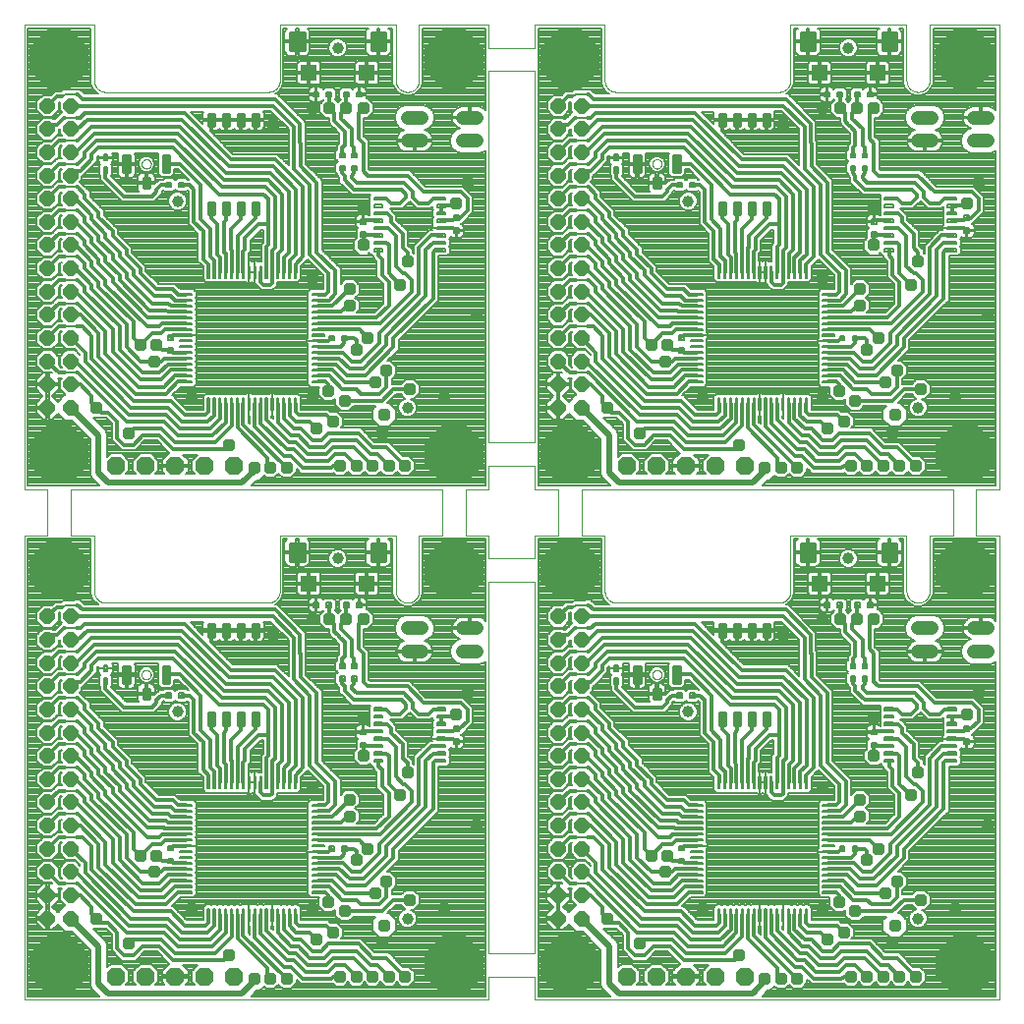
<source format=gbl>
G75*
%MOIN*%
%OFA0B0*%
%FSLAX25Y25*%
%IPPOS*%
%LPD*%
%AMOC8*
5,1,8,0,0,1.08239X$1,22.5*
%
%ADD10C,0.00000*%
%ADD11C,0.00784*%
%ADD12C,0.00945*%
%ADD13OC8,0.06299*%
%ADD14C,0.00780*%
%ADD15OC8,0.05118*%
%ADD16C,0.00898*%
%ADD17C,0.00787*%
%ADD18C,0.04724*%
%ADD19C,0.00791*%
%ADD20R,0.05118X0.05118*%
%ADD21R,0.05315X0.05315*%
%ADD22C,0.01772*%
%ADD23C,0.03937*%
%ADD24OC8,0.04331*%
%ADD25C,0.01181*%
%ADD26OC8,0.19685*%
%ADD27C,0.01969*%
D10*
X0001680Y0001394D02*
X0001680Y0158874D01*
X0009555Y0158874D01*
X0009555Y0174622D01*
X0001680Y0174622D01*
X0001680Y0332102D01*
X0025303Y0332102D01*
X0025303Y0313205D01*
X0025305Y0313081D01*
X0025311Y0312958D01*
X0025320Y0312834D01*
X0025334Y0312712D01*
X0025351Y0312589D01*
X0025373Y0312467D01*
X0025398Y0312346D01*
X0025427Y0312226D01*
X0025459Y0312107D01*
X0025496Y0311988D01*
X0025536Y0311871D01*
X0025579Y0311756D01*
X0025627Y0311641D01*
X0025678Y0311529D01*
X0025732Y0311418D01*
X0025790Y0311308D01*
X0025851Y0311201D01*
X0025916Y0311095D01*
X0025984Y0310992D01*
X0026055Y0310891D01*
X0026129Y0310792D01*
X0026206Y0310695D01*
X0026287Y0310601D01*
X0026370Y0310510D01*
X0026456Y0310421D01*
X0026545Y0310335D01*
X0026636Y0310252D01*
X0026730Y0310171D01*
X0026827Y0310094D01*
X0026926Y0310020D01*
X0027027Y0309949D01*
X0027130Y0309881D01*
X0027236Y0309816D01*
X0027343Y0309755D01*
X0027453Y0309697D01*
X0027564Y0309643D01*
X0027676Y0309592D01*
X0027791Y0309544D01*
X0027906Y0309501D01*
X0028023Y0309461D01*
X0028142Y0309424D01*
X0028261Y0309392D01*
X0028381Y0309363D01*
X0028502Y0309338D01*
X0028624Y0309316D01*
X0028747Y0309299D01*
X0028869Y0309285D01*
X0028993Y0309276D01*
X0029116Y0309270D01*
X0029240Y0309268D01*
X0084358Y0309268D01*
X0084482Y0309270D01*
X0084605Y0309276D01*
X0084729Y0309285D01*
X0084851Y0309299D01*
X0084974Y0309316D01*
X0085096Y0309338D01*
X0085217Y0309363D01*
X0085337Y0309392D01*
X0085456Y0309424D01*
X0085575Y0309461D01*
X0085692Y0309501D01*
X0085807Y0309544D01*
X0085922Y0309592D01*
X0086034Y0309643D01*
X0086145Y0309697D01*
X0086255Y0309755D01*
X0086362Y0309816D01*
X0086468Y0309881D01*
X0086571Y0309949D01*
X0086672Y0310020D01*
X0086771Y0310094D01*
X0086868Y0310171D01*
X0086962Y0310252D01*
X0087053Y0310335D01*
X0087142Y0310421D01*
X0087228Y0310510D01*
X0087311Y0310601D01*
X0087392Y0310695D01*
X0087469Y0310792D01*
X0087543Y0310891D01*
X0087614Y0310992D01*
X0087682Y0311095D01*
X0087747Y0311201D01*
X0087808Y0311308D01*
X0087866Y0311418D01*
X0087920Y0311529D01*
X0087971Y0311641D01*
X0088019Y0311756D01*
X0088062Y0311871D01*
X0088102Y0311988D01*
X0088139Y0312107D01*
X0088171Y0312226D01*
X0088200Y0312346D01*
X0088225Y0312467D01*
X0088247Y0312589D01*
X0088264Y0312712D01*
X0088278Y0312834D01*
X0088287Y0312958D01*
X0088293Y0313081D01*
X0088295Y0313205D01*
X0088295Y0332102D01*
X0127665Y0332102D01*
X0127665Y0313205D01*
X0127667Y0313081D01*
X0127673Y0312958D01*
X0127682Y0312834D01*
X0127696Y0312712D01*
X0127713Y0312589D01*
X0127735Y0312467D01*
X0127760Y0312346D01*
X0127789Y0312226D01*
X0127821Y0312107D01*
X0127858Y0311988D01*
X0127898Y0311871D01*
X0127941Y0311756D01*
X0127989Y0311641D01*
X0128040Y0311529D01*
X0128094Y0311418D01*
X0128152Y0311308D01*
X0128213Y0311201D01*
X0128278Y0311095D01*
X0128346Y0310992D01*
X0128417Y0310891D01*
X0128491Y0310792D01*
X0128568Y0310695D01*
X0128649Y0310601D01*
X0128732Y0310510D01*
X0128818Y0310421D01*
X0128907Y0310335D01*
X0128998Y0310252D01*
X0129092Y0310171D01*
X0129189Y0310094D01*
X0129288Y0310020D01*
X0129389Y0309949D01*
X0129492Y0309881D01*
X0129598Y0309816D01*
X0129705Y0309755D01*
X0129815Y0309697D01*
X0129926Y0309643D01*
X0130038Y0309592D01*
X0130153Y0309544D01*
X0130268Y0309501D01*
X0130385Y0309461D01*
X0130504Y0309424D01*
X0130623Y0309392D01*
X0130743Y0309363D01*
X0130864Y0309338D01*
X0130986Y0309316D01*
X0131109Y0309299D01*
X0131231Y0309285D01*
X0131355Y0309276D01*
X0131478Y0309270D01*
X0131602Y0309268D01*
X0131726Y0309270D01*
X0131849Y0309276D01*
X0131973Y0309285D01*
X0132095Y0309299D01*
X0132218Y0309316D01*
X0132340Y0309338D01*
X0132461Y0309363D01*
X0132581Y0309392D01*
X0132700Y0309424D01*
X0132819Y0309461D01*
X0132936Y0309501D01*
X0133051Y0309544D01*
X0133166Y0309592D01*
X0133278Y0309643D01*
X0133389Y0309697D01*
X0133499Y0309755D01*
X0133606Y0309816D01*
X0133712Y0309881D01*
X0133815Y0309949D01*
X0133916Y0310020D01*
X0134015Y0310094D01*
X0134112Y0310171D01*
X0134206Y0310252D01*
X0134297Y0310335D01*
X0134386Y0310421D01*
X0134472Y0310510D01*
X0134555Y0310601D01*
X0134636Y0310695D01*
X0134713Y0310792D01*
X0134787Y0310891D01*
X0134858Y0310992D01*
X0134926Y0311095D01*
X0134991Y0311201D01*
X0135052Y0311308D01*
X0135110Y0311418D01*
X0135164Y0311529D01*
X0135215Y0311641D01*
X0135263Y0311756D01*
X0135306Y0311871D01*
X0135346Y0311988D01*
X0135383Y0312107D01*
X0135415Y0312226D01*
X0135444Y0312346D01*
X0135469Y0312467D01*
X0135491Y0312589D01*
X0135508Y0312712D01*
X0135522Y0312834D01*
X0135531Y0312958D01*
X0135537Y0313081D01*
X0135539Y0313205D01*
X0135539Y0332102D01*
X0159161Y0332102D01*
X0159161Y0324228D01*
X0174909Y0324228D01*
X0174909Y0332102D01*
X0198531Y0332102D01*
X0198531Y0313205D01*
X0198533Y0313081D01*
X0198539Y0312958D01*
X0198548Y0312834D01*
X0198562Y0312712D01*
X0198579Y0312589D01*
X0198601Y0312467D01*
X0198626Y0312346D01*
X0198655Y0312226D01*
X0198687Y0312107D01*
X0198724Y0311988D01*
X0198764Y0311871D01*
X0198807Y0311756D01*
X0198855Y0311641D01*
X0198906Y0311529D01*
X0198960Y0311418D01*
X0199018Y0311308D01*
X0199079Y0311201D01*
X0199144Y0311095D01*
X0199212Y0310992D01*
X0199283Y0310891D01*
X0199357Y0310792D01*
X0199434Y0310695D01*
X0199515Y0310601D01*
X0199598Y0310510D01*
X0199684Y0310421D01*
X0199773Y0310335D01*
X0199864Y0310252D01*
X0199958Y0310171D01*
X0200055Y0310094D01*
X0200154Y0310020D01*
X0200255Y0309949D01*
X0200358Y0309881D01*
X0200464Y0309816D01*
X0200571Y0309755D01*
X0200681Y0309697D01*
X0200792Y0309643D01*
X0200904Y0309592D01*
X0201019Y0309544D01*
X0201134Y0309501D01*
X0201251Y0309461D01*
X0201370Y0309424D01*
X0201489Y0309392D01*
X0201609Y0309363D01*
X0201730Y0309338D01*
X0201852Y0309316D01*
X0201975Y0309299D01*
X0202097Y0309285D01*
X0202221Y0309276D01*
X0202344Y0309270D01*
X0202468Y0309268D01*
X0257586Y0309268D01*
X0257710Y0309270D01*
X0257833Y0309276D01*
X0257957Y0309285D01*
X0258079Y0309299D01*
X0258202Y0309316D01*
X0258324Y0309338D01*
X0258445Y0309363D01*
X0258565Y0309392D01*
X0258684Y0309424D01*
X0258803Y0309461D01*
X0258920Y0309501D01*
X0259035Y0309544D01*
X0259150Y0309592D01*
X0259262Y0309643D01*
X0259373Y0309697D01*
X0259483Y0309755D01*
X0259590Y0309816D01*
X0259696Y0309881D01*
X0259799Y0309949D01*
X0259900Y0310020D01*
X0259999Y0310094D01*
X0260096Y0310171D01*
X0260190Y0310252D01*
X0260281Y0310335D01*
X0260370Y0310421D01*
X0260456Y0310510D01*
X0260539Y0310601D01*
X0260620Y0310695D01*
X0260697Y0310792D01*
X0260771Y0310891D01*
X0260842Y0310992D01*
X0260910Y0311095D01*
X0260975Y0311201D01*
X0261036Y0311308D01*
X0261094Y0311418D01*
X0261148Y0311529D01*
X0261199Y0311641D01*
X0261247Y0311756D01*
X0261290Y0311871D01*
X0261330Y0311988D01*
X0261367Y0312107D01*
X0261399Y0312226D01*
X0261428Y0312346D01*
X0261453Y0312467D01*
X0261475Y0312589D01*
X0261492Y0312712D01*
X0261506Y0312834D01*
X0261515Y0312958D01*
X0261521Y0313081D01*
X0261523Y0313205D01*
X0261523Y0332102D01*
X0300893Y0332102D01*
X0300893Y0313205D01*
X0300895Y0313081D01*
X0300901Y0312958D01*
X0300910Y0312834D01*
X0300924Y0312712D01*
X0300941Y0312589D01*
X0300963Y0312467D01*
X0300988Y0312346D01*
X0301017Y0312226D01*
X0301049Y0312107D01*
X0301086Y0311988D01*
X0301126Y0311871D01*
X0301169Y0311756D01*
X0301217Y0311641D01*
X0301268Y0311529D01*
X0301322Y0311418D01*
X0301380Y0311308D01*
X0301441Y0311201D01*
X0301506Y0311095D01*
X0301574Y0310992D01*
X0301645Y0310891D01*
X0301719Y0310792D01*
X0301796Y0310695D01*
X0301877Y0310601D01*
X0301960Y0310510D01*
X0302046Y0310421D01*
X0302135Y0310335D01*
X0302226Y0310252D01*
X0302320Y0310171D01*
X0302417Y0310094D01*
X0302516Y0310020D01*
X0302617Y0309949D01*
X0302720Y0309881D01*
X0302826Y0309816D01*
X0302933Y0309755D01*
X0303043Y0309697D01*
X0303154Y0309643D01*
X0303266Y0309592D01*
X0303381Y0309544D01*
X0303496Y0309501D01*
X0303613Y0309461D01*
X0303732Y0309424D01*
X0303851Y0309392D01*
X0303971Y0309363D01*
X0304092Y0309338D01*
X0304214Y0309316D01*
X0304337Y0309299D01*
X0304459Y0309285D01*
X0304583Y0309276D01*
X0304706Y0309270D01*
X0304830Y0309268D01*
X0304954Y0309270D01*
X0305077Y0309276D01*
X0305201Y0309285D01*
X0305323Y0309299D01*
X0305446Y0309316D01*
X0305568Y0309338D01*
X0305689Y0309363D01*
X0305809Y0309392D01*
X0305928Y0309424D01*
X0306047Y0309461D01*
X0306164Y0309501D01*
X0306279Y0309544D01*
X0306394Y0309592D01*
X0306506Y0309643D01*
X0306617Y0309697D01*
X0306727Y0309755D01*
X0306834Y0309816D01*
X0306940Y0309881D01*
X0307043Y0309949D01*
X0307144Y0310020D01*
X0307243Y0310094D01*
X0307340Y0310171D01*
X0307434Y0310252D01*
X0307525Y0310335D01*
X0307614Y0310421D01*
X0307700Y0310510D01*
X0307783Y0310601D01*
X0307864Y0310695D01*
X0307941Y0310792D01*
X0308015Y0310891D01*
X0308086Y0310992D01*
X0308154Y0311095D01*
X0308219Y0311201D01*
X0308280Y0311308D01*
X0308338Y0311418D01*
X0308392Y0311529D01*
X0308443Y0311641D01*
X0308491Y0311756D01*
X0308534Y0311871D01*
X0308574Y0311988D01*
X0308611Y0312107D01*
X0308643Y0312226D01*
X0308672Y0312346D01*
X0308697Y0312467D01*
X0308719Y0312589D01*
X0308736Y0312712D01*
X0308750Y0312834D01*
X0308759Y0312958D01*
X0308765Y0313081D01*
X0308767Y0313205D01*
X0308767Y0332102D01*
X0332389Y0332102D01*
X0332389Y0174622D01*
X0324515Y0174622D01*
X0324515Y0158874D01*
X0332389Y0158874D01*
X0332389Y0001394D01*
X0174909Y0001394D01*
X0174909Y0009268D01*
X0159161Y0009268D01*
X0159161Y0001394D01*
X0001680Y0001394D01*
X0041444Y0111630D02*
X0041446Y0111709D01*
X0041452Y0111788D01*
X0041462Y0111867D01*
X0041476Y0111945D01*
X0041493Y0112022D01*
X0041515Y0112098D01*
X0041540Y0112173D01*
X0041570Y0112246D01*
X0041602Y0112318D01*
X0041639Y0112389D01*
X0041679Y0112457D01*
X0041722Y0112523D01*
X0041768Y0112587D01*
X0041818Y0112649D01*
X0041871Y0112708D01*
X0041926Y0112764D01*
X0041985Y0112818D01*
X0042046Y0112868D01*
X0042109Y0112916D01*
X0042175Y0112960D01*
X0042243Y0113001D01*
X0042313Y0113038D01*
X0042384Y0113072D01*
X0042458Y0113102D01*
X0042532Y0113128D01*
X0042608Y0113150D01*
X0042685Y0113169D01*
X0042763Y0113184D01*
X0042841Y0113195D01*
X0042920Y0113202D01*
X0042999Y0113205D01*
X0043078Y0113204D01*
X0043157Y0113199D01*
X0043236Y0113190D01*
X0043314Y0113177D01*
X0043391Y0113160D01*
X0043468Y0113140D01*
X0043543Y0113115D01*
X0043617Y0113087D01*
X0043690Y0113055D01*
X0043760Y0113020D01*
X0043829Y0112981D01*
X0043896Y0112938D01*
X0043961Y0112892D01*
X0044023Y0112844D01*
X0044083Y0112792D01*
X0044140Y0112737D01*
X0044194Y0112679D01*
X0044245Y0112619D01*
X0044293Y0112556D01*
X0044338Y0112491D01*
X0044380Y0112423D01*
X0044418Y0112354D01*
X0044452Y0112283D01*
X0044483Y0112210D01*
X0044511Y0112135D01*
X0044534Y0112060D01*
X0044554Y0111983D01*
X0044570Y0111906D01*
X0044582Y0111827D01*
X0044590Y0111749D01*
X0044594Y0111670D01*
X0044594Y0111590D01*
X0044590Y0111511D01*
X0044582Y0111433D01*
X0044570Y0111354D01*
X0044554Y0111277D01*
X0044534Y0111200D01*
X0044511Y0111125D01*
X0044483Y0111050D01*
X0044452Y0110977D01*
X0044418Y0110906D01*
X0044380Y0110837D01*
X0044338Y0110769D01*
X0044293Y0110704D01*
X0044245Y0110641D01*
X0044194Y0110581D01*
X0044140Y0110523D01*
X0044083Y0110468D01*
X0044023Y0110416D01*
X0043961Y0110368D01*
X0043896Y0110322D01*
X0043829Y0110279D01*
X0043760Y0110240D01*
X0043690Y0110205D01*
X0043617Y0110173D01*
X0043543Y0110145D01*
X0043468Y0110120D01*
X0043391Y0110100D01*
X0043314Y0110083D01*
X0043236Y0110070D01*
X0043157Y0110061D01*
X0043078Y0110056D01*
X0042999Y0110055D01*
X0042920Y0110058D01*
X0042841Y0110065D01*
X0042763Y0110076D01*
X0042685Y0110091D01*
X0042608Y0110110D01*
X0042532Y0110132D01*
X0042458Y0110158D01*
X0042384Y0110188D01*
X0042313Y0110222D01*
X0042243Y0110259D01*
X0042175Y0110300D01*
X0042109Y0110344D01*
X0042046Y0110392D01*
X0041985Y0110442D01*
X0041926Y0110496D01*
X0041871Y0110552D01*
X0041818Y0110611D01*
X0041768Y0110673D01*
X0041722Y0110737D01*
X0041679Y0110803D01*
X0041639Y0110871D01*
X0041602Y0110942D01*
X0041570Y0111014D01*
X0041540Y0111087D01*
X0041515Y0111162D01*
X0041493Y0111238D01*
X0041476Y0111315D01*
X0041462Y0111393D01*
X0041452Y0111472D01*
X0041446Y0111551D01*
X0041444Y0111630D01*
X0029240Y0136039D02*
X0084358Y0136039D01*
X0084482Y0136041D01*
X0084605Y0136047D01*
X0084729Y0136056D01*
X0084851Y0136070D01*
X0084974Y0136087D01*
X0085096Y0136109D01*
X0085217Y0136134D01*
X0085337Y0136163D01*
X0085456Y0136195D01*
X0085575Y0136232D01*
X0085692Y0136272D01*
X0085807Y0136315D01*
X0085922Y0136363D01*
X0086034Y0136414D01*
X0086145Y0136468D01*
X0086255Y0136526D01*
X0086362Y0136587D01*
X0086468Y0136652D01*
X0086571Y0136720D01*
X0086672Y0136791D01*
X0086771Y0136865D01*
X0086868Y0136942D01*
X0086962Y0137023D01*
X0087053Y0137106D01*
X0087142Y0137192D01*
X0087228Y0137281D01*
X0087311Y0137372D01*
X0087392Y0137466D01*
X0087469Y0137563D01*
X0087543Y0137662D01*
X0087614Y0137763D01*
X0087682Y0137866D01*
X0087747Y0137972D01*
X0087808Y0138079D01*
X0087866Y0138189D01*
X0087920Y0138300D01*
X0087971Y0138412D01*
X0088019Y0138527D01*
X0088062Y0138642D01*
X0088102Y0138759D01*
X0088139Y0138878D01*
X0088171Y0138997D01*
X0088200Y0139117D01*
X0088225Y0139238D01*
X0088247Y0139360D01*
X0088264Y0139483D01*
X0088278Y0139605D01*
X0088287Y0139729D01*
X0088293Y0139852D01*
X0088295Y0139976D01*
X0088295Y0158874D01*
X0127665Y0158874D01*
X0127665Y0139976D01*
X0127667Y0139852D01*
X0127673Y0139729D01*
X0127682Y0139605D01*
X0127696Y0139483D01*
X0127713Y0139360D01*
X0127735Y0139238D01*
X0127760Y0139117D01*
X0127789Y0138997D01*
X0127821Y0138878D01*
X0127858Y0138759D01*
X0127898Y0138642D01*
X0127941Y0138527D01*
X0127989Y0138412D01*
X0128040Y0138300D01*
X0128094Y0138189D01*
X0128152Y0138079D01*
X0128213Y0137972D01*
X0128278Y0137866D01*
X0128346Y0137763D01*
X0128417Y0137662D01*
X0128491Y0137563D01*
X0128568Y0137466D01*
X0128649Y0137372D01*
X0128732Y0137281D01*
X0128818Y0137192D01*
X0128907Y0137106D01*
X0128998Y0137023D01*
X0129092Y0136942D01*
X0129189Y0136865D01*
X0129288Y0136791D01*
X0129389Y0136720D01*
X0129492Y0136652D01*
X0129598Y0136587D01*
X0129705Y0136526D01*
X0129815Y0136468D01*
X0129926Y0136414D01*
X0130038Y0136363D01*
X0130153Y0136315D01*
X0130268Y0136272D01*
X0130385Y0136232D01*
X0130504Y0136195D01*
X0130623Y0136163D01*
X0130743Y0136134D01*
X0130864Y0136109D01*
X0130986Y0136087D01*
X0131109Y0136070D01*
X0131231Y0136056D01*
X0131355Y0136047D01*
X0131478Y0136041D01*
X0131602Y0136039D01*
X0131726Y0136041D01*
X0131849Y0136047D01*
X0131973Y0136056D01*
X0132095Y0136070D01*
X0132218Y0136087D01*
X0132340Y0136109D01*
X0132461Y0136134D01*
X0132581Y0136163D01*
X0132700Y0136195D01*
X0132819Y0136232D01*
X0132936Y0136272D01*
X0133051Y0136315D01*
X0133166Y0136363D01*
X0133278Y0136414D01*
X0133389Y0136468D01*
X0133499Y0136526D01*
X0133606Y0136587D01*
X0133712Y0136652D01*
X0133815Y0136720D01*
X0133916Y0136791D01*
X0134015Y0136865D01*
X0134112Y0136942D01*
X0134206Y0137023D01*
X0134297Y0137106D01*
X0134386Y0137192D01*
X0134472Y0137281D01*
X0134555Y0137372D01*
X0134636Y0137466D01*
X0134713Y0137563D01*
X0134787Y0137662D01*
X0134858Y0137763D01*
X0134926Y0137866D01*
X0134991Y0137972D01*
X0135052Y0138079D01*
X0135110Y0138189D01*
X0135164Y0138300D01*
X0135215Y0138412D01*
X0135263Y0138527D01*
X0135306Y0138642D01*
X0135346Y0138759D01*
X0135383Y0138878D01*
X0135415Y0138997D01*
X0135444Y0139117D01*
X0135469Y0139238D01*
X0135491Y0139360D01*
X0135508Y0139483D01*
X0135522Y0139605D01*
X0135531Y0139729D01*
X0135537Y0139852D01*
X0135539Y0139976D01*
X0135539Y0158874D01*
X0143413Y0158874D01*
X0143413Y0174622D01*
X0017429Y0174622D01*
X0017429Y0158874D01*
X0025303Y0158874D01*
X0025303Y0139976D01*
X0025305Y0139852D01*
X0025311Y0139729D01*
X0025320Y0139605D01*
X0025334Y0139483D01*
X0025351Y0139360D01*
X0025373Y0139238D01*
X0025398Y0139117D01*
X0025427Y0138997D01*
X0025459Y0138878D01*
X0025496Y0138759D01*
X0025536Y0138642D01*
X0025579Y0138527D01*
X0025627Y0138412D01*
X0025678Y0138300D01*
X0025732Y0138189D01*
X0025790Y0138079D01*
X0025851Y0137972D01*
X0025916Y0137866D01*
X0025984Y0137763D01*
X0026055Y0137662D01*
X0026129Y0137563D01*
X0026206Y0137466D01*
X0026287Y0137372D01*
X0026370Y0137281D01*
X0026456Y0137192D01*
X0026545Y0137106D01*
X0026636Y0137023D01*
X0026730Y0136942D01*
X0026827Y0136865D01*
X0026926Y0136791D01*
X0027027Y0136720D01*
X0027130Y0136652D01*
X0027236Y0136587D01*
X0027343Y0136526D01*
X0027453Y0136468D01*
X0027564Y0136414D01*
X0027676Y0136363D01*
X0027791Y0136315D01*
X0027906Y0136272D01*
X0028023Y0136232D01*
X0028142Y0136195D01*
X0028261Y0136163D01*
X0028381Y0136134D01*
X0028502Y0136109D01*
X0028624Y0136087D01*
X0028747Y0136070D01*
X0028869Y0136056D01*
X0028993Y0136047D01*
X0029116Y0136041D01*
X0029240Y0136039D01*
X0151287Y0158874D02*
X0151287Y0174622D01*
X0159161Y0174622D01*
X0159161Y0182496D01*
X0174909Y0182496D01*
X0174909Y0174622D01*
X0182783Y0174622D01*
X0182783Y0158874D01*
X0174909Y0158874D01*
X0174909Y0151000D01*
X0159161Y0151000D01*
X0159161Y0158874D01*
X0151287Y0158874D01*
X0159161Y0143126D02*
X0174909Y0143126D01*
X0174909Y0017142D01*
X0159161Y0017142D01*
X0159161Y0143126D01*
X0190657Y0158874D02*
X0190657Y0174622D01*
X0316641Y0174622D01*
X0316641Y0158874D01*
X0308767Y0158874D01*
X0308767Y0139976D01*
X0304830Y0136039D02*
X0304706Y0136041D01*
X0304583Y0136047D01*
X0304459Y0136056D01*
X0304337Y0136070D01*
X0304214Y0136087D01*
X0304092Y0136109D01*
X0303971Y0136134D01*
X0303851Y0136163D01*
X0303732Y0136195D01*
X0303613Y0136232D01*
X0303496Y0136272D01*
X0303381Y0136315D01*
X0303266Y0136363D01*
X0303154Y0136414D01*
X0303043Y0136468D01*
X0302933Y0136526D01*
X0302826Y0136587D01*
X0302720Y0136652D01*
X0302617Y0136720D01*
X0302516Y0136791D01*
X0302417Y0136865D01*
X0302320Y0136942D01*
X0302226Y0137023D01*
X0302135Y0137106D01*
X0302046Y0137192D01*
X0301960Y0137281D01*
X0301877Y0137372D01*
X0301796Y0137466D01*
X0301719Y0137563D01*
X0301645Y0137662D01*
X0301574Y0137763D01*
X0301506Y0137866D01*
X0301441Y0137972D01*
X0301380Y0138079D01*
X0301322Y0138189D01*
X0301268Y0138300D01*
X0301217Y0138412D01*
X0301169Y0138527D01*
X0301126Y0138642D01*
X0301086Y0138759D01*
X0301049Y0138878D01*
X0301017Y0138997D01*
X0300988Y0139117D01*
X0300963Y0139238D01*
X0300941Y0139360D01*
X0300924Y0139483D01*
X0300910Y0139605D01*
X0300901Y0139729D01*
X0300895Y0139852D01*
X0300893Y0139976D01*
X0300893Y0158874D01*
X0261523Y0158874D01*
X0261523Y0139976D01*
X0261521Y0139852D01*
X0261515Y0139729D01*
X0261506Y0139605D01*
X0261492Y0139483D01*
X0261475Y0139360D01*
X0261453Y0139238D01*
X0261428Y0139117D01*
X0261399Y0138997D01*
X0261367Y0138878D01*
X0261330Y0138759D01*
X0261290Y0138642D01*
X0261247Y0138527D01*
X0261199Y0138412D01*
X0261148Y0138300D01*
X0261094Y0138189D01*
X0261036Y0138079D01*
X0260975Y0137972D01*
X0260910Y0137866D01*
X0260842Y0137763D01*
X0260771Y0137662D01*
X0260697Y0137563D01*
X0260620Y0137466D01*
X0260539Y0137372D01*
X0260456Y0137281D01*
X0260370Y0137192D01*
X0260281Y0137106D01*
X0260190Y0137023D01*
X0260096Y0136942D01*
X0259999Y0136865D01*
X0259900Y0136791D01*
X0259799Y0136720D01*
X0259696Y0136652D01*
X0259590Y0136587D01*
X0259483Y0136526D01*
X0259373Y0136468D01*
X0259262Y0136414D01*
X0259150Y0136363D01*
X0259035Y0136315D01*
X0258920Y0136272D01*
X0258803Y0136232D01*
X0258684Y0136195D01*
X0258565Y0136163D01*
X0258445Y0136134D01*
X0258324Y0136109D01*
X0258202Y0136087D01*
X0258079Y0136070D01*
X0257957Y0136056D01*
X0257833Y0136047D01*
X0257710Y0136041D01*
X0257586Y0136039D01*
X0202468Y0136039D01*
X0202344Y0136041D01*
X0202221Y0136047D01*
X0202097Y0136056D01*
X0201975Y0136070D01*
X0201852Y0136087D01*
X0201730Y0136109D01*
X0201609Y0136134D01*
X0201489Y0136163D01*
X0201370Y0136195D01*
X0201251Y0136232D01*
X0201134Y0136272D01*
X0201019Y0136315D01*
X0200904Y0136363D01*
X0200792Y0136414D01*
X0200681Y0136468D01*
X0200571Y0136526D01*
X0200464Y0136587D01*
X0200358Y0136652D01*
X0200255Y0136720D01*
X0200154Y0136791D01*
X0200055Y0136865D01*
X0199958Y0136942D01*
X0199864Y0137023D01*
X0199773Y0137106D01*
X0199684Y0137192D01*
X0199598Y0137281D01*
X0199515Y0137372D01*
X0199434Y0137466D01*
X0199357Y0137563D01*
X0199283Y0137662D01*
X0199212Y0137763D01*
X0199144Y0137866D01*
X0199079Y0137972D01*
X0199018Y0138079D01*
X0198960Y0138189D01*
X0198906Y0138300D01*
X0198855Y0138412D01*
X0198807Y0138527D01*
X0198764Y0138642D01*
X0198724Y0138759D01*
X0198687Y0138878D01*
X0198655Y0138997D01*
X0198626Y0139117D01*
X0198601Y0139238D01*
X0198579Y0139360D01*
X0198562Y0139483D01*
X0198548Y0139605D01*
X0198539Y0139729D01*
X0198533Y0139852D01*
X0198531Y0139976D01*
X0198531Y0158874D01*
X0190657Y0158874D01*
X0174909Y0190370D02*
X0159161Y0190370D01*
X0159161Y0316354D01*
X0174909Y0316354D01*
X0174909Y0190370D01*
X0214672Y0111630D02*
X0214674Y0111709D01*
X0214680Y0111788D01*
X0214690Y0111867D01*
X0214704Y0111945D01*
X0214721Y0112022D01*
X0214743Y0112098D01*
X0214768Y0112173D01*
X0214798Y0112246D01*
X0214830Y0112318D01*
X0214867Y0112389D01*
X0214907Y0112457D01*
X0214950Y0112523D01*
X0214996Y0112587D01*
X0215046Y0112649D01*
X0215099Y0112708D01*
X0215154Y0112764D01*
X0215213Y0112818D01*
X0215274Y0112868D01*
X0215337Y0112916D01*
X0215403Y0112960D01*
X0215471Y0113001D01*
X0215541Y0113038D01*
X0215612Y0113072D01*
X0215686Y0113102D01*
X0215760Y0113128D01*
X0215836Y0113150D01*
X0215913Y0113169D01*
X0215991Y0113184D01*
X0216069Y0113195D01*
X0216148Y0113202D01*
X0216227Y0113205D01*
X0216306Y0113204D01*
X0216385Y0113199D01*
X0216464Y0113190D01*
X0216542Y0113177D01*
X0216619Y0113160D01*
X0216696Y0113140D01*
X0216771Y0113115D01*
X0216845Y0113087D01*
X0216918Y0113055D01*
X0216988Y0113020D01*
X0217057Y0112981D01*
X0217124Y0112938D01*
X0217189Y0112892D01*
X0217251Y0112844D01*
X0217311Y0112792D01*
X0217368Y0112737D01*
X0217422Y0112679D01*
X0217473Y0112619D01*
X0217521Y0112556D01*
X0217566Y0112491D01*
X0217608Y0112423D01*
X0217646Y0112354D01*
X0217680Y0112283D01*
X0217711Y0112210D01*
X0217739Y0112135D01*
X0217762Y0112060D01*
X0217782Y0111983D01*
X0217798Y0111906D01*
X0217810Y0111827D01*
X0217818Y0111749D01*
X0217822Y0111670D01*
X0217822Y0111590D01*
X0217818Y0111511D01*
X0217810Y0111433D01*
X0217798Y0111354D01*
X0217782Y0111277D01*
X0217762Y0111200D01*
X0217739Y0111125D01*
X0217711Y0111050D01*
X0217680Y0110977D01*
X0217646Y0110906D01*
X0217608Y0110837D01*
X0217566Y0110769D01*
X0217521Y0110704D01*
X0217473Y0110641D01*
X0217422Y0110581D01*
X0217368Y0110523D01*
X0217311Y0110468D01*
X0217251Y0110416D01*
X0217189Y0110368D01*
X0217124Y0110322D01*
X0217057Y0110279D01*
X0216988Y0110240D01*
X0216918Y0110205D01*
X0216845Y0110173D01*
X0216771Y0110145D01*
X0216696Y0110120D01*
X0216619Y0110100D01*
X0216542Y0110083D01*
X0216464Y0110070D01*
X0216385Y0110061D01*
X0216306Y0110056D01*
X0216227Y0110055D01*
X0216148Y0110058D01*
X0216069Y0110065D01*
X0215991Y0110076D01*
X0215913Y0110091D01*
X0215836Y0110110D01*
X0215760Y0110132D01*
X0215686Y0110158D01*
X0215612Y0110188D01*
X0215541Y0110222D01*
X0215471Y0110259D01*
X0215403Y0110300D01*
X0215337Y0110344D01*
X0215274Y0110392D01*
X0215213Y0110442D01*
X0215154Y0110496D01*
X0215099Y0110552D01*
X0215046Y0110611D01*
X0214996Y0110673D01*
X0214950Y0110737D01*
X0214907Y0110803D01*
X0214867Y0110871D01*
X0214830Y0110942D01*
X0214798Y0111014D01*
X0214768Y0111087D01*
X0214743Y0111162D01*
X0214721Y0111238D01*
X0214704Y0111315D01*
X0214690Y0111393D01*
X0214680Y0111472D01*
X0214674Y0111551D01*
X0214672Y0111630D01*
X0304830Y0136039D02*
X0304954Y0136041D01*
X0305077Y0136047D01*
X0305201Y0136056D01*
X0305323Y0136070D01*
X0305446Y0136087D01*
X0305568Y0136109D01*
X0305689Y0136134D01*
X0305809Y0136163D01*
X0305928Y0136195D01*
X0306047Y0136232D01*
X0306164Y0136272D01*
X0306279Y0136315D01*
X0306394Y0136363D01*
X0306506Y0136414D01*
X0306617Y0136468D01*
X0306727Y0136526D01*
X0306834Y0136587D01*
X0306940Y0136652D01*
X0307043Y0136720D01*
X0307144Y0136791D01*
X0307243Y0136865D01*
X0307340Y0136942D01*
X0307434Y0137023D01*
X0307525Y0137106D01*
X0307614Y0137192D01*
X0307700Y0137281D01*
X0307783Y0137372D01*
X0307864Y0137466D01*
X0307941Y0137563D01*
X0308015Y0137662D01*
X0308086Y0137763D01*
X0308154Y0137866D01*
X0308219Y0137972D01*
X0308280Y0138079D01*
X0308338Y0138189D01*
X0308392Y0138300D01*
X0308443Y0138412D01*
X0308491Y0138527D01*
X0308534Y0138642D01*
X0308574Y0138759D01*
X0308611Y0138878D01*
X0308643Y0138997D01*
X0308672Y0139117D01*
X0308697Y0139238D01*
X0308719Y0139360D01*
X0308736Y0139483D01*
X0308750Y0139605D01*
X0308759Y0139729D01*
X0308765Y0139852D01*
X0308767Y0139976D01*
X0214672Y0284858D02*
X0214674Y0284937D01*
X0214680Y0285016D01*
X0214690Y0285095D01*
X0214704Y0285173D01*
X0214721Y0285250D01*
X0214743Y0285326D01*
X0214768Y0285401D01*
X0214798Y0285474D01*
X0214830Y0285546D01*
X0214867Y0285617D01*
X0214907Y0285685D01*
X0214950Y0285751D01*
X0214996Y0285815D01*
X0215046Y0285877D01*
X0215099Y0285936D01*
X0215154Y0285992D01*
X0215213Y0286046D01*
X0215274Y0286096D01*
X0215337Y0286144D01*
X0215403Y0286188D01*
X0215471Y0286229D01*
X0215541Y0286266D01*
X0215612Y0286300D01*
X0215686Y0286330D01*
X0215760Y0286356D01*
X0215836Y0286378D01*
X0215913Y0286397D01*
X0215991Y0286412D01*
X0216069Y0286423D01*
X0216148Y0286430D01*
X0216227Y0286433D01*
X0216306Y0286432D01*
X0216385Y0286427D01*
X0216464Y0286418D01*
X0216542Y0286405D01*
X0216619Y0286388D01*
X0216696Y0286368D01*
X0216771Y0286343D01*
X0216845Y0286315D01*
X0216918Y0286283D01*
X0216988Y0286248D01*
X0217057Y0286209D01*
X0217124Y0286166D01*
X0217189Y0286120D01*
X0217251Y0286072D01*
X0217311Y0286020D01*
X0217368Y0285965D01*
X0217422Y0285907D01*
X0217473Y0285847D01*
X0217521Y0285784D01*
X0217566Y0285719D01*
X0217608Y0285651D01*
X0217646Y0285582D01*
X0217680Y0285511D01*
X0217711Y0285438D01*
X0217739Y0285363D01*
X0217762Y0285288D01*
X0217782Y0285211D01*
X0217798Y0285134D01*
X0217810Y0285055D01*
X0217818Y0284977D01*
X0217822Y0284898D01*
X0217822Y0284818D01*
X0217818Y0284739D01*
X0217810Y0284661D01*
X0217798Y0284582D01*
X0217782Y0284505D01*
X0217762Y0284428D01*
X0217739Y0284353D01*
X0217711Y0284278D01*
X0217680Y0284205D01*
X0217646Y0284134D01*
X0217608Y0284065D01*
X0217566Y0283997D01*
X0217521Y0283932D01*
X0217473Y0283869D01*
X0217422Y0283809D01*
X0217368Y0283751D01*
X0217311Y0283696D01*
X0217251Y0283644D01*
X0217189Y0283596D01*
X0217124Y0283550D01*
X0217057Y0283507D01*
X0216988Y0283468D01*
X0216918Y0283433D01*
X0216845Y0283401D01*
X0216771Y0283373D01*
X0216696Y0283348D01*
X0216619Y0283328D01*
X0216542Y0283311D01*
X0216464Y0283298D01*
X0216385Y0283289D01*
X0216306Y0283284D01*
X0216227Y0283283D01*
X0216148Y0283286D01*
X0216069Y0283293D01*
X0215991Y0283304D01*
X0215913Y0283319D01*
X0215836Y0283338D01*
X0215760Y0283360D01*
X0215686Y0283386D01*
X0215612Y0283416D01*
X0215541Y0283450D01*
X0215471Y0283487D01*
X0215403Y0283528D01*
X0215337Y0283572D01*
X0215274Y0283620D01*
X0215213Y0283670D01*
X0215154Y0283724D01*
X0215099Y0283780D01*
X0215046Y0283839D01*
X0214996Y0283901D01*
X0214950Y0283965D01*
X0214907Y0284031D01*
X0214867Y0284099D01*
X0214830Y0284170D01*
X0214798Y0284242D01*
X0214768Y0284315D01*
X0214743Y0284390D01*
X0214721Y0284466D01*
X0214704Y0284543D01*
X0214690Y0284621D01*
X0214680Y0284700D01*
X0214674Y0284779D01*
X0214672Y0284858D01*
X0041444Y0284858D02*
X0041446Y0284937D01*
X0041452Y0285016D01*
X0041462Y0285095D01*
X0041476Y0285173D01*
X0041493Y0285250D01*
X0041515Y0285326D01*
X0041540Y0285401D01*
X0041570Y0285474D01*
X0041602Y0285546D01*
X0041639Y0285617D01*
X0041679Y0285685D01*
X0041722Y0285751D01*
X0041768Y0285815D01*
X0041818Y0285877D01*
X0041871Y0285936D01*
X0041926Y0285992D01*
X0041985Y0286046D01*
X0042046Y0286096D01*
X0042109Y0286144D01*
X0042175Y0286188D01*
X0042243Y0286229D01*
X0042313Y0286266D01*
X0042384Y0286300D01*
X0042458Y0286330D01*
X0042532Y0286356D01*
X0042608Y0286378D01*
X0042685Y0286397D01*
X0042763Y0286412D01*
X0042841Y0286423D01*
X0042920Y0286430D01*
X0042999Y0286433D01*
X0043078Y0286432D01*
X0043157Y0286427D01*
X0043236Y0286418D01*
X0043314Y0286405D01*
X0043391Y0286388D01*
X0043468Y0286368D01*
X0043543Y0286343D01*
X0043617Y0286315D01*
X0043690Y0286283D01*
X0043760Y0286248D01*
X0043829Y0286209D01*
X0043896Y0286166D01*
X0043961Y0286120D01*
X0044023Y0286072D01*
X0044083Y0286020D01*
X0044140Y0285965D01*
X0044194Y0285907D01*
X0044245Y0285847D01*
X0044293Y0285784D01*
X0044338Y0285719D01*
X0044380Y0285651D01*
X0044418Y0285582D01*
X0044452Y0285511D01*
X0044483Y0285438D01*
X0044511Y0285363D01*
X0044534Y0285288D01*
X0044554Y0285211D01*
X0044570Y0285134D01*
X0044582Y0285055D01*
X0044590Y0284977D01*
X0044594Y0284898D01*
X0044594Y0284818D01*
X0044590Y0284739D01*
X0044582Y0284661D01*
X0044570Y0284582D01*
X0044554Y0284505D01*
X0044534Y0284428D01*
X0044511Y0284353D01*
X0044483Y0284278D01*
X0044452Y0284205D01*
X0044418Y0284134D01*
X0044380Y0284065D01*
X0044338Y0283997D01*
X0044293Y0283932D01*
X0044245Y0283869D01*
X0044194Y0283809D01*
X0044140Y0283751D01*
X0044083Y0283696D01*
X0044023Y0283644D01*
X0043961Y0283596D01*
X0043896Y0283550D01*
X0043829Y0283507D01*
X0043760Y0283468D01*
X0043690Y0283433D01*
X0043617Y0283401D01*
X0043543Y0283373D01*
X0043468Y0283348D01*
X0043391Y0283328D01*
X0043314Y0283311D01*
X0043236Y0283298D01*
X0043157Y0283289D01*
X0043078Y0283284D01*
X0042999Y0283283D01*
X0042920Y0283286D01*
X0042841Y0283293D01*
X0042763Y0283304D01*
X0042685Y0283319D01*
X0042608Y0283338D01*
X0042532Y0283360D01*
X0042458Y0283386D01*
X0042384Y0283416D01*
X0042313Y0283450D01*
X0042243Y0283487D01*
X0042175Y0283528D01*
X0042109Y0283572D01*
X0042046Y0283620D01*
X0041985Y0283670D01*
X0041926Y0283724D01*
X0041871Y0283780D01*
X0041818Y0283839D01*
X0041768Y0283901D01*
X0041722Y0283965D01*
X0041679Y0284031D01*
X0041639Y0284099D01*
X0041602Y0284170D01*
X0041570Y0284242D01*
X0041540Y0284315D01*
X0041515Y0284390D01*
X0041493Y0284466D01*
X0041476Y0284543D01*
X0041462Y0284621D01*
X0041452Y0284700D01*
X0041446Y0284779D01*
X0041444Y0284858D01*
D11*
X0120281Y0272728D02*
X0123097Y0272728D01*
X0120281Y0272728D02*
X0120281Y0273544D01*
X0123097Y0273544D01*
X0123097Y0272728D01*
X0123097Y0273511D02*
X0120281Y0273511D01*
X0120281Y0270228D02*
X0123097Y0270228D01*
X0120281Y0270228D02*
X0120281Y0271044D01*
X0123097Y0271044D01*
X0123097Y0270228D01*
X0123097Y0271011D02*
X0120281Y0271011D01*
X0120281Y0267728D02*
X0123097Y0267728D01*
X0120281Y0267728D02*
X0120281Y0268544D01*
X0123097Y0268544D01*
X0123097Y0267728D01*
X0123097Y0268511D02*
X0120281Y0268511D01*
X0120281Y0265228D02*
X0123097Y0265228D01*
X0120281Y0265228D02*
X0120281Y0266044D01*
X0123097Y0266044D01*
X0123097Y0265228D01*
X0123097Y0266011D02*
X0120281Y0266011D01*
X0120281Y0262728D02*
X0123097Y0262728D01*
X0120281Y0262728D02*
X0120281Y0263544D01*
X0123097Y0263544D01*
X0123097Y0262728D01*
X0123097Y0263511D02*
X0120281Y0263511D01*
X0120281Y0260228D02*
X0123097Y0260228D01*
X0120281Y0260228D02*
X0120281Y0261044D01*
X0123097Y0261044D01*
X0123097Y0260228D01*
X0123097Y0261011D02*
X0120281Y0261011D01*
X0120281Y0257728D02*
X0123097Y0257728D01*
X0120281Y0257728D02*
X0120281Y0258544D01*
X0123097Y0258544D01*
X0123097Y0257728D01*
X0123097Y0258511D02*
X0120281Y0258511D01*
X0120281Y0255228D02*
X0123097Y0255228D01*
X0120281Y0255228D02*
X0120281Y0256044D01*
X0123097Y0256044D01*
X0123097Y0255228D01*
X0123097Y0256011D02*
X0120281Y0256011D01*
X0141681Y0255228D02*
X0144497Y0255228D01*
X0141681Y0255228D02*
X0141681Y0256044D01*
X0144497Y0256044D01*
X0144497Y0255228D01*
X0144497Y0256011D02*
X0141681Y0256011D01*
X0141681Y0257728D02*
X0144497Y0257728D01*
X0141681Y0257728D02*
X0141681Y0258544D01*
X0144497Y0258544D01*
X0144497Y0257728D01*
X0144497Y0258511D02*
X0141681Y0258511D01*
X0141681Y0260228D02*
X0144497Y0260228D01*
X0141681Y0260228D02*
X0141681Y0261044D01*
X0144497Y0261044D01*
X0144497Y0260228D01*
X0144497Y0261011D02*
X0141681Y0261011D01*
X0141681Y0262728D02*
X0144497Y0262728D01*
X0141681Y0262728D02*
X0141681Y0263544D01*
X0144497Y0263544D01*
X0144497Y0262728D01*
X0144497Y0263511D02*
X0141681Y0263511D01*
X0141681Y0265228D02*
X0144497Y0265228D01*
X0141681Y0265228D02*
X0141681Y0266044D01*
X0144497Y0266044D01*
X0144497Y0265228D01*
X0144497Y0266011D02*
X0141681Y0266011D01*
X0141681Y0267728D02*
X0144497Y0267728D01*
X0141681Y0267728D02*
X0141681Y0268544D01*
X0144497Y0268544D01*
X0144497Y0267728D01*
X0144497Y0268511D02*
X0141681Y0268511D01*
X0141681Y0270228D02*
X0144497Y0270228D01*
X0141681Y0270228D02*
X0141681Y0271044D01*
X0144497Y0271044D01*
X0144497Y0270228D01*
X0144497Y0271011D02*
X0141681Y0271011D01*
X0141681Y0272728D02*
X0144497Y0272728D01*
X0141681Y0272728D02*
X0141681Y0273544D01*
X0144497Y0273544D01*
X0144497Y0272728D01*
X0144497Y0273511D02*
X0141681Y0273511D01*
X0293509Y0272728D02*
X0296325Y0272728D01*
X0293509Y0272728D02*
X0293509Y0273544D01*
X0296325Y0273544D01*
X0296325Y0272728D01*
X0296325Y0273511D02*
X0293509Y0273511D01*
X0293509Y0270228D02*
X0296325Y0270228D01*
X0293509Y0270228D02*
X0293509Y0271044D01*
X0296325Y0271044D01*
X0296325Y0270228D01*
X0296325Y0271011D02*
X0293509Y0271011D01*
X0293509Y0267728D02*
X0296325Y0267728D01*
X0293509Y0267728D02*
X0293509Y0268544D01*
X0296325Y0268544D01*
X0296325Y0267728D01*
X0296325Y0268511D02*
X0293509Y0268511D01*
X0293509Y0265228D02*
X0296325Y0265228D01*
X0293509Y0265228D02*
X0293509Y0266044D01*
X0296325Y0266044D01*
X0296325Y0265228D01*
X0296325Y0266011D02*
X0293509Y0266011D01*
X0293509Y0262728D02*
X0296325Y0262728D01*
X0293509Y0262728D02*
X0293509Y0263544D01*
X0296325Y0263544D01*
X0296325Y0262728D01*
X0296325Y0263511D02*
X0293509Y0263511D01*
X0293509Y0260228D02*
X0296325Y0260228D01*
X0293509Y0260228D02*
X0293509Y0261044D01*
X0296325Y0261044D01*
X0296325Y0260228D01*
X0296325Y0261011D02*
X0293509Y0261011D01*
X0293509Y0257728D02*
X0296325Y0257728D01*
X0293509Y0257728D02*
X0293509Y0258544D01*
X0296325Y0258544D01*
X0296325Y0257728D01*
X0296325Y0258511D02*
X0293509Y0258511D01*
X0293509Y0255228D02*
X0296325Y0255228D01*
X0293509Y0255228D02*
X0293509Y0256044D01*
X0296325Y0256044D01*
X0296325Y0255228D01*
X0296325Y0256011D02*
X0293509Y0256011D01*
X0314909Y0255228D02*
X0317725Y0255228D01*
X0314909Y0255228D02*
X0314909Y0256044D01*
X0317725Y0256044D01*
X0317725Y0255228D01*
X0317725Y0256011D02*
X0314909Y0256011D01*
X0314909Y0257728D02*
X0317725Y0257728D01*
X0314909Y0257728D02*
X0314909Y0258544D01*
X0317725Y0258544D01*
X0317725Y0257728D01*
X0317725Y0258511D02*
X0314909Y0258511D01*
X0314909Y0260228D02*
X0317725Y0260228D01*
X0314909Y0260228D02*
X0314909Y0261044D01*
X0317725Y0261044D01*
X0317725Y0260228D01*
X0317725Y0261011D02*
X0314909Y0261011D01*
X0314909Y0262728D02*
X0317725Y0262728D01*
X0314909Y0262728D02*
X0314909Y0263544D01*
X0317725Y0263544D01*
X0317725Y0262728D01*
X0317725Y0263511D02*
X0314909Y0263511D01*
X0314909Y0265228D02*
X0317725Y0265228D01*
X0314909Y0265228D02*
X0314909Y0266044D01*
X0317725Y0266044D01*
X0317725Y0265228D01*
X0317725Y0266011D02*
X0314909Y0266011D01*
X0314909Y0267728D02*
X0317725Y0267728D01*
X0314909Y0267728D02*
X0314909Y0268544D01*
X0317725Y0268544D01*
X0317725Y0267728D01*
X0317725Y0268511D02*
X0314909Y0268511D01*
X0314909Y0270228D02*
X0317725Y0270228D01*
X0314909Y0270228D02*
X0314909Y0271044D01*
X0317725Y0271044D01*
X0317725Y0270228D01*
X0317725Y0271011D02*
X0314909Y0271011D01*
X0314909Y0272728D02*
X0317725Y0272728D01*
X0314909Y0272728D02*
X0314909Y0273544D01*
X0317725Y0273544D01*
X0317725Y0272728D01*
X0317725Y0273511D02*
X0314909Y0273511D01*
X0314909Y0099499D02*
X0317725Y0099499D01*
X0314909Y0099499D02*
X0314909Y0100315D01*
X0317725Y0100315D01*
X0317725Y0099499D01*
X0317725Y0100282D02*
X0314909Y0100282D01*
X0314909Y0096999D02*
X0317725Y0096999D01*
X0314909Y0096999D02*
X0314909Y0097815D01*
X0317725Y0097815D01*
X0317725Y0096999D01*
X0317725Y0097782D02*
X0314909Y0097782D01*
X0314909Y0094499D02*
X0317725Y0094499D01*
X0314909Y0094499D02*
X0314909Y0095315D01*
X0317725Y0095315D01*
X0317725Y0094499D01*
X0317725Y0095282D02*
X0314909Y0095282D01*
X0314909Y0091999D02*
X0317725Y0091999D01*
X0314909Y0091999D02*
X0314909Y0092815D01*
X0317725Y0092815D01*
X0317725Y0091999D01*
X0317725Y0092782D02*
X0314909Y0092782D01*
X0314909Y0089499D02*
X0317725Y0089499D01*
X0314909Y0089499D02*
X0314909Y0090315D01*
X0317725Y0090315D01*
X0317725Y0089499D01*
X0317725Y0090282D02*
X0314909Y0090282D01*
X0314909Y0086999D02*
X0317725Y0086999D01*
X0314909Y0086999D02*
X0314909Y0087815D01*
X0317725Y0087815D01*
X0317725Y0086999D01*
X0317725Y0087782D02*
X0314909Y0087782D01*
X0314909Y0084499D02*
X0317725Y0084499D01*
X0314909Y0084499D02*
X0314909Y0085315D01*
X0317725Y0085315D01*
X0317725Y0084499D01*
X0317725Y0085282D02*
X0314909Y0085282D01*
X0314909Y0081999D02*
X0317725Y0081999D01*
X0314909Y0081999D02*
X0314909Y0082815D01*
X0317725Y0082815D01*
X0317725Y0081999D01*
X0317725Y0082782D02*
X0314909Y0082782D01*
X0296325Y0081999D02*
X0293509Y0081999D01*
X0293509Y0082815D01*
X0296325Y0082815D01*
X0296325Y0081999D01*
X0296325Y0082782D02*
X0293509Y0082782D01*
X0293509Y0084499D02*
X0296325Y0084499D01*
X0293509Y0084499D02*
X0293509Y0085315D01*
X0296325Y0085315D01*
X0296325Y0084499D01*
X0296325Y0085282D02*
X0293509Y0085282D01*
X0293509Y0086999D02*
X0296325Y0086999D01*
X0293509Y0086999D02*
X0293509Y0087815D01*
X0296325Y0087815D01*
X0296325Y0086999D01*
X0296325Y0087782D02*
X0293509Y0087782D01*
X0293509Y0089499D02*
X0296325Y0089499D01*
X0293509Y0089499D02*
X0293509Y0090315D01*
X0296325Y0090315D01*
X0296325Y0089499D01*
X0296325Y0090282D02*
X0293509Y0090282D01*
X0293509Y0091999D02*
X0296325Y0091999D01*
X0293509Y0091999D02*
X0293509Y0092815D01*
X0296325Y0092815D01*
X0296325Y0091999D01*
X0296325Y0092782D02*
X0293509Y0092782D01*
X0293509Y0094499D02*
X0296325Y0094499D01*
X0293509Y0094499D02*
X0293509Y0095315D01*
X0296325Y0095315D01*
X0296325Y0094499D01*
X0296325Y0095282D02*
X0293509Y0095282D01*
X0293509Y0096999D02*
X0296325Y0096999D01*
X0293509Y0096999D02*
X0293509Y0097815D01*
X0296325Y0097815D01*
X0296325Y0096999D01*
X0296325Y0097782D02*
X0293509Y0097782D01*
X0293509Y0099499D02*
X0296325Y0099499D01*
X0293509Y0099499D02*
X0293509Y0100315D01*
X0296325Y0100315D01*
X0296325Y0099499D01*
X0296325Y0100282D02*
X0293509Y0100282D01*
X0144497Y0099499D02*
X0141681Y0099499D01*
X0141681Y0100315D01*
X0144497Y0100315D01*
X0144497Y0099499D01*
X0144497Y0100282D02*
X0141681Y0100282D01*
X0141681Y0096999D02*
X0144497Y0096999D01*
X0141681Y0096999D02*
X0141681Y0097815D01*
X0144497Y0097815D01*
X0144497Y0096999D01*
X0144497Y0097782D02*
X0141681Y0097782D01*
X0141681Y0094499D02*
X0144497Y0094499D01*
X0141681Y0094499D02*
X0141681Y0095315D01*
X0144497Y0095315D01*
X0144497Y0094499D01*
X0144497Y0095282D02*
X0141681Y0095282D01*
X0141681Y0091999D02*
X0144497Y0091999D01*
X0141681Y0091999D02*
X0141681Y0092815D01*
X0144497Y0092815D01*
X0144497Y0091999D01*
X0144497Y0092782D02*
X0141681Y0092782D01*
X0141681Y0089499D02*
X0144497Y0089499D01*
X0141681Y0089499D02*
X0141681Y0090315D01*
X0144497Y0090315D01*
X0144497Y0089499D01*
X0144497Y0090282D02*
X0141681Y0090282D01*
X0141681Y0086999D02*
X0144497Y0086999D01*
X0141681Y0086999D02*
X0141681Y0087815D01*
X0144497Y0087815D01*
X0144497Y0086999D01*
X0144497Y0087782D02*
X0141681Y0087782D01*
X0141681Y0084499D02*
X0144497Y0084499D01*
X0141681Y0084499D02*
X0141681Y0085315D01*
X0144497Y0085315D01*
X0144497Y0084499D01*
X0144497Y0085282D02*
X0141681Y0085282D01*
X0141681Y0081999D02*
X0144497Y0081999D01*
X0141681Y0081999D02*
X0141681Y0082815D01*
X0144497Y0082815D01*
X0144497Y0081999D01*
X0144497Y0082782D02*
X0141681Y0082782D01*
X0123097Y0081999D02*
X0120281Y0081999D01*
X0120281Y0082815D01*
X0123097Y0082815D01*
X0123097Y0081999D01*
X0123097Y0082782D02*
X0120281Y0082782D01*
X0120281Y0084499D02*
X0123097Y0084499D01*
X0120281Y0084499D02*
X0120281Y0085315D01*
X0123097Y0085315D01*
X0123097Y0084499D01*
X0123097Y0085282D02*
X0120281Y0085282D01*
X0120281Y0086999D02*
X0123097Y0086999D01*
X0120281Y0086999D02*
X0120281Y0087815D01*
X0123097Y0087815D01*
X0123097Y0086999D01*
X0123097Y0087782D02*
X0120281Y0087782D01*
X0120281Y0089499D02*
X0123097Y0089499D01*
X0120281Y0089499D02*
X0120281Y0090315D01*
X0123097Y0090315D01*
X0123097Y0089499D01*
X0123097Y0090282D02*
X0120281Y0090282D01*
X0120281Y0091999D02*
X0123097Y0091999D01*
X0120281Y0091999D02*
X0120281Y0092815D01*
X0123097Y0092815D01*
X0123097Y0091999D01*
X0123097Y0092782D02*
X0120281Y0092782D01*
X0120281Y0094499D02*
X0123097Y0094499D01*
X0120281Y0094499D02*
X0120281Y0095315D01*
X0123097Y0095315D01*
X0123097Y0094499D01*
X0123097Y0095282D02*
X0120281Y0095282D01*
X0120281Y0096999D02*
X0123097Y0096999D01*
X0120281Y0096999D02*
X0120281Y0097815D01*
X0123097Y0097815D01*
X0123097Y0096999D01*
X0123097Y0097782D02*
X0120281Y0097782D01*
X0120281Y0099499D02*
X0123097Y0099499D01*
X0120281Y0099499D02*
X0120281Y0100315D01*
X0123097Y0100315D01*
X0123097Y0099499D01*
X0123097Y0100282D02*
X0120281Y0100282D01*
D12*
X0050815Y0108756D02*
X0050815Y0114504D01*
X0050815Y0108756D02*
X0048609Y0108756D01*
X0048609Y0114504D01*
X0050815Y0114504D01*
X0050815Y0109700D02*
X0048609Y0109700D01*
X0048609Y0110644D02*
X0050815Y0110644D01*
X0050815Y0111588D02*
X0048609Y0111588D01*
X0048609Y0112532D02*
X0050815Y0112532D01*
X0050815Y0113476D02*
X0048609Y0113476D01*
X0048609Y0114420D02*
X0050815Y0114420D01*
X0044122Y0106827D02*
X0044122Y0103441D01*
X0041916Y0103441D01*
X0041916Y0106827D01*
X0044122Y0106827D01*
X0044122Y0104385D02*
X0041916Y0104385D01*
X0041916Y0105329D02*
X0044122Y0105329D01*
X0044122Y0106273D02*
X0041916Y0106273D01*
X0037429Y0108756D02*
X0037429Y0114504D01*
X0037429Y0108756D02*
X0035223Y0108756D01*
X0035223Y0114504D01*
X0037429Y0114504D01*
X0037429Y0109700D02*
X0035223Y0109700D01*
X0035223Y0110644D02*
X0037429Y0110644D01*
X0037429Y0111588D02*
X0035223Y0111588D01*
X0035223Y0112532D02*
X0037429Y0112532D01*
X0037429Y0113476D02*
X0035223Y0113476D01*
X0035223Y0114420D02*
X0037429Y0114420D01*
X0044122Y0276669D02*
X0044122Y0280055D01*
X0044122Y0276669D02*
X0041916Y0276669D01*
X0041916Y0280055D01*
X0044122Y0280055D01*
X0044122Y0277613D02*
X0041916Y0277613D01*
X0041916Y0278557D02*
X0044122Y0278557D01*
X0044122Y0279501D02*
X0041916Y0279501D01*
X0037429Y0281984D02*
X0037429Y0287732D01*
X0037429Y0281984D02*
X0035223Y0281984D01*
X0035223Y0287732D01*
X0037429Y0287732D01*
X0037429Y0282928D02*
X0035223Y0282928D01*
X0035223Y0283872D02*
X0037429Y0283872D01*
X0037429Y0284816D02*
X0035223Y0284816D01*
X0035223Y0285760D02*
X0037429Y0285760D01*
X0037429Y0286704D02*
X0035223Y0286704D01*
X0035223Y0287648D02*
X0037429Y0287648D01*
X0050815Y0287732D02*
X0050815Y0281984D01*
X0048609Y0281984D01*
X0048609Y0287732D01*
X0050815Y0287732D01*
X0050815Y0282928D02*
X0048609Y0282928D01*
X0048609Y0283872D02*
X0050815Y0283872D01*
X0050815Y0284816D02*
X0048609Y0284816D01*
X0048609Y0285760D02*
X0050815Y0285760D01*
X0050815Y0286704D02*
X0048609Y0286704D01*
X0048609Y0287648D02*
X0050815Y0287648D01*
X0210658Y0287732D02*
X0210658Y0281984D01*
X0208452Y0281984D01*
X0208452Y0287732D01*
X0210658Y0287732D01*
X0210658Y0282928D02*
X0208452Y0282928D01*
X0208452Y0283872D02*
X0210658Y0283872D01*
X0210658Y0284816D02*
X0208452Y0284816D01*
X0208452Y0285760D02*
X0210658Y0285760D01*
X0210658Y0286704D02*
X0208452Y0286704D01*
X0208452Y0287648D02*
X0210658Y0287648D01*
X0217350Y0280055D02*
X0217350Y0276669D01*
X0215144Y0276669D01*
X0215144Y0280055D01*
X0217350Y0280055D01*
X0217350Y0277613D02*
X0215144Y0277613D01*
X0215144Y0278557D02*
X0217350Y0278557D01*
X0217350Y0279501D02*
X0215144Y0279501D01*
X0224043Y0281984D02*
X0224043Y0287732D01*
X0224043Y0281984D02*
X0221837Y0281984D01*
X0221837Y0287732D01*
X0224043Y0287732D01*
X0224043Y0282928D02*
X0221837Y0282928D01*
X0221837Y0283872D02*
X0224043Y0283872D01*
X0224043Y0284816D02*
X0221837Y0284816D01*
X0221837Y0285760D02*
X0224043Y0285760D01*
X0224043Y0286704D02*
X0221837Y0286704D01*
X0221837Y0287648D02*
X0224043Y0287648D01*
X0224043Y0114504D02*
X0224043Y0108756D01*
X0221837Y0108756D01*
X0221837Y0114504D01*
X0224043Y0114504D01*
X0224043Y0109700D02*
X0221837Y0109700D01*
X0221837Y0110644D02*
X0224043Y0110644D01*
X0224043Y0111588D02*
X0221837Y0111588D01*
X0221837Y0112532D02*
X0224043Y0112532D01*
X0224043Y0113476D02*
X0221837Y0113476D01*
X0221837Y0114420D02*
X0224043Y0114420D01*
X0217350Y0106827D02*
X0217350Y0103441D01*
X0215144Y0103441D01*
X0215144Y0106827D01*
X0217350Y0106827D01*
X0217350Y0104385D02*
X0215144Y0104385D01*
X0215144Y0105329D02*
X0217350Y0105329D01*
X0217350Y0106273D02*
X0215144Y0106273D01*
X0210658Y0108756D02*
X0210658Y0114504D01*
X0210658Y0108756D02*
X0208452Y0108756D01*
X0208452Y0114504D01*
X0210658Y0114504D01*
X0210658Y0109700D02*
X0208452Y0109700D01*
X0208452Y0110644D02*
X0210658Y0110644D01*
X0210658Y0111588D02*
X0208452Y0111588D01*
X0208452Y0112532D02*
X0210658Y0112532D01*
X0210658Y0113476D02*
X0208452Y0113476D01*
X0208452Y0114420D02*
X0210658Y0114420D01*
D13*
X0206090Y0182496D03*
X0216090Y0182496D03*
X0226090Y0182496D03*
X0236090Y0182496D03*
X0246090Y0182496D03*
X0246090Y0009268D03*
X0236090Y0009268D03*
X0226090Y0009268D03*
X0216090Y0009268D03*
X0206090Y0009268D03*
X0072862Y0009268D03*
X0062862Y0009268D03*
X0052862Y0009268D03*
X0042862Y0009268D03*
X0032862Y0009268D03*
X0032862Y0182496D03*
X0042862Y0182496D03*
X0052862Y0182496D03*
X0062862Y0182496D03*
X0072862Y0182496D03*
D14*
X0050496Y0220878D02*
X0050496Y0222460D01*
X0052078Y0222460D01*
X0052078Y0220878D01*
X0050496Y0220878D01*
X0050496Y0221657D02*
X0052078Y0221657D01*
X0052078Y0222436D02*
X0050496Y0222436D01*
X0050496Y0225209D02*
X0050496Y0226791D01*
X0052078Y0226791D01*
X0052078Y0225209D01*
X0050496Y0225209D01*
X0050496Y0225988D02*
X0052078Y0225988D01*
X0052078Y0226767D02*
X0050496Y0226767D01*
X0049905Y0278563D02*
X0051487Y0278563D01*
X0051487Y0276981D01*
X0049905Y0276981D01*
X0049905Y0278563D01*
X0049905Y0277760D02*
X0051487Y0277760D01*
X0051487Y0278539D02*
X0049905Y0278539D01*
X0054236Y0278563D02*
X0055818Y0278563D01*
X0055818Y0276981D01*
X0054236Y0276981D01*
X0054236Y0278563D01*
X0054236Y0277760D02*
X0055818Y0277760D01*
X0055818Y0278539D02*
X0054236Y0278539D01*
X0099905Y0309271D02*
X0101487Y0309271D01*
X0101487Y0307689D01*
X0099905Y0307689D01*
X0099905Y0309271D01*
X0099905Y0308468D02*
X0101487Y0308468D01*
X0101487Y0309247D02*
X0099905Y0309247D01*
X0104236Y0309271D02*
X0105818Y0309271D01*
X0105818Y0307689D01*
X0104236Y0307689D01*
X0104236Y0309271D01*
X0104236Y0308468D02*
X0105818Y0308468D01*
X0105818Y0309247D02*
X0104236Y0309247D01*
X0110141Y0307689D02*
X0111723Y0307689D01*
X0110141Y0307689D02*
X0110141Y0309271D01*
X0111723Y0309271D01*
X0111723Y0307689D01*
X0111723Y0308468D02*
X0110141Y0308468D01*
X0110141Y0309247D02*
X0111723Y0309247D01*
X0114472Y0307689D02*
X0116054Y0307689D01*
X0114472Y0307689D02*
X0114472Y0309271D01*
X0116054Y0309271D01*
X0116054Y0307689D01*
X0116054Y0308468D02*
X0114472Y0308468D01*
X0114472Y0309247D02*
X0116054Y0309247D01*
X0114283Y0288602D02*
X0114283Y0287020D01*
X0112701Y0287020D01*
X0112701Y0288602D01*
X0114283Y0288602D01*
X0114283Y0287799D02*
X0112701Y0287799D01*
X0112701Y0288578D02*
X0114283Y0288578D01*
X0110346Y0288602D02*
X0110346Y0287020D01*
X0108764Y0287020D01*
X0108764Y0288602D01*
X0110346Y0288602D01*
X0110346Y0287799D02*
X0108764Y0287799D01*
X0108764Y0288578D02*
X0110346Y0288578D01*
X0110346Y0284271D02*
X0110346Y0282689D01*
X0108764Y0282689D01*
X0108764Y0284271D01*
X0110346Y0284271D01*
X0110346Y0283468D02*
X0108764Y0283468D01*
X0108764Y0284247D02*
X0110346Y0284247D01*
X0114283Y0284271D02*
X0114283Y0282689D01*
X0112701Y0282689D01*
X0112701Y0284271D01*
X0114283Y0284271D01*
X0114283Y0283468D02*
X0112701Y0283468D01*
X0112701Y0284247D02*
X0114283Y0284247D01*
X0117432Y0266161D02*
X0117432Y0264579D01*
X0115850Y0264579D01*
X0115850Y0266161D01*
X0117432Y0266161D01*
X0117432Y0265358D02*
X0115850Y0265358D01*
X0115850Y0266137D02*
X0117432Y0266137D01*
X0117432Y0261830D02*
X0117432Y0260248D01*
X0115850Y0260248D01*
X0115850Y0261830D01*
X0117432Y0261830D01*
X0117432Y0261027D02*
X0115850Y0261027D01*
X0115850Y0261806D02*
X0117432Y0261806D01*
X0147346Y0261429D02*
X0147346Y0263011D01*
X0148928Y0263011D01*
X0148928Y0261429D01*
X0147346Y0261429D01*
X0147346Y0262208D02*
X0148928Y0262208D01*
X0148928Y0262987D02*
X0147346Y0262987D01*
X0147346Y0265760D02*
X0147346Y0267342D01*
X0148928Y0267342D01*
X0148928Y0265760D01*
X0147346Y0265760D01*
X0147346Y0266539D02*
X0148928Y0266539D01*
X0148928Y0267318D02*
X0147346Y0267318D01*
X0110936Y0225012D02*
X0109354Y0225012D01*
X0109354Y0226594D01*
X0110936Y0226594D01*
X0110936Y0225012D01*
X0110936Y0225791D02*
X0109354Y0225791D01*
X0109354Y0226570D02*
X0110936Y0226570D01*
X0106605Y0225012D02*
X0105023Y0225012D01*
X0105023Y0226594D01*
X0106605Y0226594D01*
X0106605Y0225012D01*
X0106605Y0225791D02*
X0105023Y0225791D01*
X0105023Y0226570D02*
X0106605Y0226570D01*
X0105818Y0136043D02*
X0104236Y0136043D01*
X0105818Y0136043D02*
X0105818Y0134461D01*
X0104236Y0134461D01*
X0104236Y0136043D01*
X0104236Y0135240D02*
X0105818Y0135240D01*
X0105818Y0136019D02*
X0104236Y0136019D01*
X0101487Y0136043D02*
X0099905Y0136043D01*
X0101487Y0136043D02*
X0101487Y0134461D01*
X0099905Y0134461D01*
X0099905Y0136043D01*
X0099905Y0135240D02*
X0101487Y0135240D01*
X0101487Y0136019D02*
X0099905Y0136019D01*
X0110141Y0134461D02*
X0111723Y0134461D01*
X0110141Y0134461D02*
X0110141Y0136043D01*
X0111723Y0136043D01*
X0111723Y0134461D01*
X0111723Y0135240D02*
X0110141Y0135240D01*
X0110141Y0136019D02*
X0111723Y0136019D01*
X0114472Y0134461D02*
X0116054Y0134461D01*
X0114472Y0134461D02*
X0114472Y0136043D01*
X0116054Y0136043D01*
X0116054Y0134461D01*
X0116054Y0135240D02*
X0114472Y0135240D01*
X0114472Y0136019D02*
X0116054Y0136019D01*
X0114283Y0115374D02*
X0114283Y0113792D01*
X0112701Y0113792D01*
X0112701Y0115374D01*
X0114283Y0115374D01*
X0114283Y0114571D02*
X0112701Y0114571D01*
X0112701Y0115350D02*
X0114283Y0115350D01*
X0110346Y0115374D02*
X0110346Y0113792D01*
X0108764Y0113792D01*
X0108764Y0115374D01*
X0110346Y0115374D01*
X0110346Y0114571D02*
X0108764Y0114571D01*
X0108764Y0115350D02*
X0110346Y0115350D01*
X0110346Y0111043D02*
X0110346Y0109461D01*
X0108764Y0109461D01*
X0108764Y0111043D01*
X0110346Y0111043D01*
X0110346Y0110240D02*
X0108764Y0110240D01*
X0108764Y0111019D02*
X0110346Y0111019D01*
X0114283Y0111043D02*
X0114283Y0109461D01*
X0112701Y0109461D01*
X0112701Y0111043D01*
X0114283Y0111043D01*
X0114283Y0110240D02*
X0112701Y0110240D01*
X0112701Y0111019D02*
X0114283Y0111019D01*
X0117432Y0092933D02*
X0117432Y0091351D01*
X0115850Y0091351D01*
X0115850Y0092933D01*
X0117432Y0092933D01*
X0117432Y0092130D02*
X0115850Y0092130D01*
X0115850Y0092909D02*
X0117432Y0092909D01*
X0117432Y0088602D02*
X0117432Y0087020D01*
X0115850Y0087020D01*
X0115850Y0088602D01*
X0117432Y0088602D01*
X0117432Y0087799D02*
X0115850Y0087799D01*
X0115850Y0088578D02*
X0117432Y0088578D01*
X0147346Y0088201D02*
X0147346Y0089783D01*
X0148928Y0089783D01*
X0148928Y0088201D01*
X0147346Y0088201D01*
X0147346Y0088980D02*
X0148928Y0088980D01*
X0148928Y0089759D02*
X0147346Y0089759D01*
X0147346Y0092532D02*
X0147346Y0094114D01*
X0148928Y0094114D01*
X0148928Y0092532D01*
X0147346Y0092532D01*
X0147346Y0093311D02*
X0148928Y0093311D01*
X0148928Y0094090D02*
X0147346Y0094090D01*
X0110936Y0051784D02*
X0109354Y0051784D01*
X0109354Y0053366D01*
X0110936Y0053366D01*
X0110936Y0051784D01*
X0110936Y0052563D02*
X0109354Y0052563D01*
X0109354Y0053342D02*
X0110936Y0053342D01*
X0106605Y0051784D02*
X0105023Y0051784D01*
X0105023Y0053366D01*
X0106605Y0053366D01*
X0106605Y0051784D01*
X0106605Y0052563D02*
X0105023Y0052563D01*
X0105023Y0053342D02*
X0106605Y0053342D01*
X0055818Y0105334D02*
X0054236Y0105334D01*
X0055818Y0105334D02*
X0055818Y0103752D01*
X0054236Y0103752D01*
X0054236Y0105334D01*
X0054236Y0104531D02*
X0055818Y0104531D01*
X0055818Y0105310D02*
X0054236Y0105310D01*
X0051487Y0105334D02*
X0049905Y0105334D01*
X0051487Y0105334D02*
X0051487Y0103752D01*
X0049905Y0103752D01*
X0049905Y0105334D01*
X0049905Y0104531D02*
X0051487Y0104531D01*
X0051487Y0105310D02*
X0049905Y0105310D01*
X0050496Y0053563D02*
X0050496Y0051981D01*
X0050496Y0053563D02*
X0052078Y0053563D01*
X0052078Y0051981D01*
X0050496Y0051981D01*
X0050496Y0052760D02*
X0052078Y0052760D01*
X0052078Y0053539D02*
X0050496Y0053539D01*
X0050496Y0049232D02*
X0050496Y0047650D01*
X0050496Y0049232D02*
X0052078Y0049232D01*
X0052078Y0047650D01*
X0050496Y0047650D01*
X0050496Y0048429D02*
X0052078Y0048429D01*
X0052078Y0049208D02*
X0050496Y0049208D01*
X0223724Y0049232D02*
X0223724Y0047650D01*
X0223724Y0049232D02*
X0225306Y0049232D01*
X0225306Y0047650D01*
X0223724Y0047650D01*
X0223724Y0048429D02*
X0225306Y0048429D01*
X0225306Y0049208D02*
X0223724Y0049208D01*
X0223724Y0051981D02*
X0223724Y0053563D01*
X0225306Y0053563D01*
X0225306Y0051981D01*
X0223724Y0051981D01*
X0223724Y0052760D02*
X0225306Y0052760D01*
X0225306Y0053539D02*
X0223724Y0053539D01*
X0223134Y0105334D02*
X0224716Y0105334D01*
X0224716Y0103752D01*
X0223134Y0103752D01*
X0223134Y0105334D01*
X0223134Y0104531D02*
X0224716Y0104531D01*
X0224716Y0105310D02*
X0223134Y0105310D01*
X0227464Y0105334D02*
X0229046Y0105334D01*
X0229046Y0103752D01*
X0227464Y0103752D01*
X0227464Y0105334D01*
X0227464Y0104531D02*
X0229046Y0104531D01*
X0229046Y0105310D02*
X0227464Y0105310D01*
X0273134Y0136043D02*
X0274716Y0136043D01*
X0274716Y0134461D01*
X0273134Y0134461D01*
X0273134Y0136043D01*
X0273134Y0135240D02*
X0274716Y0135240D01*
X0274716Y0136019D02*
X0273134Y0136019D01*
X0277464Y0136043D02*
X0279046Y0136043D01*
X0279046Y0134461D01*
X0277464Y0134461D01*
X0277464Y0136043D01*
X0277464Y0135240D02*
X0279046Y0135240D01*
X0279046Y0136019D02*
X0277464Y0136019D01*
X0283370Y0134461D02*
X0284952Y0134461D01*
X0283370Y0134461D02*
X0283370Y0136043D01*
X0284952Y0136043D01*
X0284952Y0134461D01*
X0284952Y0135240D02*
X0283370Y0135240D01*
X0283370Y0136019D02*
X0284952Y0136019D01*
X0287701Y0134461D02*
X0289283Y0134461D01*
X0287701Y0134461D02*
X0287701Y0136043D01*
X0289283Y0136043D01*
X0289283Y0134461D01*
X0289283Y0135240D02*
X0287701Y0135240D01*
X0287701Y0136019D02*
X0289283Y0136019D01*
X0287511Y0115374D02*
X0287511Y0113792D01*
X0285929Y0113792D01*
X0285929Y0115374D01*
X0287511Y0115374D01*
X0287511Y0114571D02*
X0285929Y0114571D01*
X0285929Y0115350D02*
X0287511Y0115350D01*
X0283574Y0115374D02*
X0283574Y0113792D01*
X0281992Y0113792D01*
X0281992Y0115374D01*
X0283574Y0115374D01*
X0283574Y0114571D02*
X0281992Y0114571D01*
X0281992Y0115350D02*
X0283574Y0115350D01*
X0283574Y0111043D02*
X0283574Y0109461D01*
X0281992Y0109461D01*
X0281992Y0111043D01*
X0283574Y0111043D01*
X0283574Y0110240D02*
X0281992Y0110240D01*
X0281992Y0111019D02*
X0283574Y0111019D01*
X0287511Y0111043D02*
X0287511Y0109461D01*
X0285929Y0109461D01*
X0285929Y0111043D01*
X0287511Y0111043D01*
X0287511Y0110240D02*
X0285929Y0110240D01*
X0285929Y0111019D02*
X0287511Y0111019D01*
X0290660Y0092933D02*
X0290660Y0091351D01*
X0289078Y0091351D01*
X0289078Y0092933D01*
X0290660Y0092933D01*
X0290660Y0092130D02*
X0289078Y0092130D01*
X0289078Y0092909D02*
X0290660Y0092909D01*
X0290660Y0088602D02*
X0290660Y0087020D01*
X0289078Y0087020D01*
X0289078Y0088602D01*
X0290660Y0088602D01*
X0290660Y0087799D02*
X0289078Y0087799D01*
X0289078Y0088578D02*
X0290660Y0088578D01*
X0320575Y0088201D02*
X0320575Y0089783D01*
X0322157Y0089783D01*
X0322157Y0088201D01*
X0320575Y0088201D01*
X0320575Y0088980D02*
X0322157Y0088980D01*
X0322157Y0089759D02*
X0320575Y0089759D01*
X0320575Y0092532D02*
X0320575Y0094114D01*
X0322157Y0094114D01*
X0322157Y0092532D01*
X0320575Y0092532D01*
X0320575Y0093311D02*
X0322157Y0093311D01*
X0322157Y0094090D02*
X0320575Y0094090D01*
X0284164Y0051784D02*
X0282582Y0051784D01*
X0282582Y0053366D01*
X0284164Y0053366D01*
X0284164Y0051784D01*
X0284164Y0052563D02*
X0282582Y0052563D01*
X0282582Y0053342D02*
X0284164Y0053342D01*
X0279834Y0051784D02*
X0278252Y0051784D01*
X0278252Y0053366D01*
X0279834Y0053366D01*
X0279834Y0051784D01*
X0279834Y0052563D02*
X0278252Y0052563D01*
X0278252Y0053342D02*
X0279834Y0053342D01*
X0223724Y0220878D02*
X0223724Y0222460D01*
X0225306Y0222460D01*
X0225306Y0220878D01*
X0223724Y0220878D01*
X0223724Y0221657D02*
X0225306Y0221657D01*
X0225306Y0222436D02*
X0223724Y0222436D01*
X0223724Y0225209D02*
X0223724Y0226791D01*
X0225306Y0226791D01*
X0225306Y0225209D01*
X0223724Y0225209D01*
X0223724Y0225988D02*
X0225306Y0225988D01*
X0225306Y0226767D02*
X0223724Y0226767D01*
X0223134Y0278563D02*
X0224716Y0278563D01*
X0224716Y0276981D01*
X0223134Y0276981D01*
X0223134Y0278563D01*
X0223134Y0277760D02*
X0224716Y0277760D01*
X0224716Y0278539D02*
X0223134Y0278539D01*
X0227464Y0278563D02*
X0229046Y0278563D01*
X0229046Y0276981D01*
X0227464Y0276981D01*
X0227464Y0278563D01*
X0227464Y0277760D02*
X0229046Y0277760D01*
X0229046Y0278539D02*
X0227464Y0278539D01*
X0273134Y0309271D02*
X0274716Y0309271D01*
X0274716Y0307689D01*
X0273134Y0307689D01*
X0273134Y0309271D01*
X0273134Y0308468D02*
X0274716Y0308468D01*
X0274716Y0309247D02*
X0273134Y0309247D01*
X0277464Y0309271D02*
X0279046Y0309271D01*
X0279046Y0307689D01*
X0277464Y0307689D01*
X0277464Y0309271D01*
X0277464Y0308468D02*
X0279046Y0308468D01*
X0279046Y0309247D02*
X0277464Y0309247D01*
X0283370Y0307689D02*
X0284952Y0307689D01*
X0283370Y0307689D02*
X0283370Y0309271D01*
X0284952Y0309271D01*
X0284952Y0307689D01*
X0284952Y0308468D02*
X0283370Y0308468D01*
X0283370Y0309247D02*
X0284952Y0309247D01*
X0287701Y0307689D02*
X0289283Y0307689D01*
X0287701Y0307689D02*
X0287701Y0309271D01*
X0289283Y0309271D01*
X0289283Y0307689D01*
X0289283Y0308468D02*
X0287701Y0308468D01*
X0287701Y0309247D02*
X0289283Y0309247D01*
X0287511Y0288602D02*
X0287511Y0287020D01*
X0285929Y0287020D01*
X0285929Y0288602D01*
X0287511Y0288602D01*
X0287511Y0287799D02*
X0285929Y0287799D01*
X0285929Y0288578D02*
X0287511Y0288578D01*
X0283574Y0288602D02*
X0283574Y0287020D01*
X0281992Y0287020D01*
X0281992Y0288602D01*
X0283574Y0288602D01*
X0283574Y0287799D02*
X0281992Y0287799D01*
X0281992Y0288578D02*
X0283574Y0288578D01*
X0283574Y0284271D02*
X0283574Y0282689D01*
X0281992Y0282689D01*
X0281992Y0284271D01*
X0283574Y0284271D01*
X0283574Y0283468D02*
X0281992Y0283468D01*
X0281992Y0284247D02*
X0283574Y0284247D01*
X0287511Y0284271D02*
X0287511Y0282689D01*
X0285929Y0282689D01*
X0285929Y0284271D01*
X0287511Y0284271D01*
X0287511Y0283468D02*
X0285929Y0283468D01*
X0285929Y0284247D02*
X0287511Y0284247D01*
X0290660Y0266161D02*
X0290660Y0264579D01*
X0289078Y0264579D01*
X0289078Y0266161D01*
X0290660Y0266161D01*
X0290660Y0265358D02*
X0289078Y0265358D01*
X0289078Y0266137D02*
X0290660Y0266137D01*
X0290660Y0261830D02*
X0290660Y0260248D01*
X0289078Y0260248D01*
X0289078Y0261830D01*
X0290660Y0261830D01*
X0290660Y0261027D02*
X0289078Y0261027D01*
X0289078Y0261806D02*
X0290660Y0261806D01*
X0320575Y0261429D02*
X0320575Y0263011D01*
X0322157Y0263011D01*
X0322157Y0261429D01*
X0320575Y0261429D01*
X0320575Y0262208D02*
X0322157Y0262208D01*
X0322157Y0262987D02*
X0320575Y0262987D01*
X0320575Y0265760D02*
X0320575Y0267342D01*
X0322157Y0267342D01*
X0322157Y0265760D01*
X0320575Y0265760D01*
X0320575Y0266539D02*
X0322157Y0266539D01*
X0322157Y0267318D02*
X0320575Y0267318D01*
X0284164Y0225012D02*
X0282582Y0225012D01*
X0282582Y0226594D01*
X0284164Y0226594D01*
X0284164Y0225012D01*
X0284164Y0225791D02*
X0282582Y0225791D01*
X0282582Y0226570D02*
X0284164Y0226570D01*
X0279834Y0225012D02*
X0278252Y0225012D01*
X0278252Y0226594D01*
X0279834Y0226594D01*
X0279834Y0225012D01*
X0279834Y0225791D02*
X0278252Y0225791D01*
X0278252Y0226570D02*
X0279834Y0226570D01*
D15*
X0190657Y0225803D03*
X0190657Y0217929D03*
X0190657Y0210055D03*
X0182783Y0210055D03*
X0182783Y0217929D03*
X0182783Y0225803D03*
X0182783Y0233677D03*
X0190657Y0233677D03*
X0190657Y0241551D03*
X0182783Y0241551D03*
X0182783Y0249425D03*
X0190657Y0249425D03*
X0190657Y0257299D03*
X0182783Y0257299D03*
X0182783Y0265173D03*
X0190657Y0265173D03*
X0190657Y0273047D03*
X0182783Y0273047D03*
X0182783Y0280921D03*
X0190657Y0280921D03*
X0190657Y0288795D03*
X0182783Y0288795D03*
X0182783Y0296669D03*
X0190657Y0296669D03*
X0190657Y0304543D03*
X0182783Y0304543D03*
X0182783Y0202181D03*
X0190657Y0202181D03*
X0190657Y0131315D03*
X0190657Y0123441D03*
X0190657Y0115567D03*
X0182783Y0115567D03*
X0182783Y0123441D03*
X0182783Y0131315D03*
X0182783Y0107693D03*
X0190657Y0107693D03*
X0190657Y0099819D03*
X0190657Y0091945D03*
X0182783Y0091945D03*
X0182783Y0099819D03*
X0182783Y0084071D03*
X0190657Y0084071D03*
X0190657Y0076197D03*
X0182783Y0076197D03*
X0182783Y0068323D03*
X0190657Y0068323D03*
X0190657Y0060449D03*
X0182783Y0060449D03*
X0182783Y0052575D03*
X0190657Y0052575D03*
X0190657Y0044701D03*
X0182783Y0044701D03*
X0182783Y0036827D03*
X0190657Y0036827D03*
X0190657Y0028953D03*
X0182783Y0028953D03*
X0017429Y0028953D03*
X0017429Y0036827D03*
X0017429Y0044701D03*
X0017429Y0052575D03*
X0017429Y0060449D03*
X0017429Y0068323D03*
X0017429Y0076197D03*
X0017429Y0084071D03*
X0017429Y0091945D03*
X0017429Y0099819D03*
X0017429Y0107693D03*
X0017429Y0115567D03*
X0017429Y0123441D03*
X0017429Y0131315D03*
X0009555Y0131315D03*
X0009555Y0123441D03*
X0009555Y0115567D03*
X0009555Y0107693D03*
X0009555Y0099819D03*
X0009555Y0091945D03*
X0009555Y0084071D03*
X0009555Y0076197D03*
X0009555Y0068323D03*
X0009555Y0060449D03*
X0009555Y0052575D03*
X0009555Y0044701D03*
X0009555Y0036827D03*
X0009555Y0028953D03*
X0009555Y0202181D03*
X0017429Y0202181D03*
X0017429Y0210055D03*
X0017429Y0217929D03*
X0017429Y0225803D03*
X0017429Y0233677D03*
X0017429Y0241551D03*
X0017429Y0249425D03*
X0017429Y0257299D03*
X0017429Y0265173D03*
X0017429Y0273047D03*
X0017429Y0280921D03*
X0017429Y0288795D03*
X0017429Y0296669D03*
X0017429Y0304543D03*
X0009555Y0304543D03*
X0009555Y0296669D03*
X0009555Y0288795D03*
X0009555Y0280921D03*
X0009555Y0273047D03*
X0009555Y0265173D03*
X0009555Y0257299D03*
X0009555Y0249425D03*
X0009555Y0241551D03*
X0009555Y0233677D03*
X0009555Y0225803D03*
X0009555Y0217929D03*
X0009555Y0210055D03*
D16*
X0064059Y0271909D02*
X0066153Y0271909D01*
X0066153Y0267807D01*
X0064059Y0267807D01*
X0064059Y0271909D01*
X0064059Y0268704D02*
X0066153Y0268704D01*
X0066153Y0269601D02*
X0064059Y0269601D01*
X0064059Y0270498D02*
X0066153Y0270498D01*
X0066153Y0271395D02*
X0064059Y0271395D01*
X0069059Y0271909D02*
X0071153Y0271909D01*
X0071153Y0267807D01*
X0069059Y0267807D01*
X0069059Y0271909D01*
X0069059Y0268704D02*
X0071153Y0268704D01*
X0071153Y0269601D02*
X0069059Y0269601D01*
X0069059Y0270498D02*
X0071153Y0270498D01*
X0071153Y0271395D02*
X0069059Y0271395D01*
X0074059Y0271909D02*
X0076153Y0271909D01*
X0076153Y0267807D01*
X0074059Y0267807D01*
X0074059Y0271909D01*
X0074059Y0268704D02*
X0076153Y0268704D01*
X0076153Y0269601D02*
X0074059Y0269601D01*
X0074059Y0270498D02*
X0076153Y0270498D01*
X0076153Y0271395D02*
X0074059Y0271395D01*
X0079059Y0271909D02*
X0081153Y0271909D01*
X0081153Y0267807D01*
X0079059Y0267807D01*
X0079059Y0271909D01*
X0079059Y0268704D02*
X0081153Y0268704D01*
X0081153Y0269601D02*
X0079059Y0269601D01*
X0079059Y0270498D02*
X0081153Y0270498D01*
X0081153Y0271395D02*
X0079059Y0271395D01*
X0079059Y0301909D02*
X0081153Y0301909D01*
X0081153Y0297807D01*
X0079059Y0297807D01*
X0079059Y0301909D01*
X0079059Y0298704D02*
X0081153Y0298704D01*
X0081153Y0299601D02*
X0079059Y0299601D01*
X0079059Y0300498D02*
X0081153Y0300498D01*
X0081153Y0301395D02*
X0079059Y0301395D01*
X0076153Y0301909D02*
X0074059Y0301909D01*
X0076153Y0301909D02*
X0076153Y0297807D01*
X0074059Y0297807D01*
X0074059Y0301909D01*
X0074059Y0298704D02*
X0076153Y0298704D01*
X0076153Y0299601D02*
X0074059Y0299601D01*
X0074059Y0300498D02*
X0076153Y0300498D01*
X0076153Y0301395D02*
X0074059Y0301395D01*
X0071153Y0301909D02*
X0069059Y0301909D01*
X0071153Y0301909D02*
X0071153Y0297807D01*
X0069059Y0297807D01*
X0069059Y0301909D01*
X0069059Y0298704D02*
X0071153Y0298704D01*
X0071153Y0299601D02*
X0069059Y0299601D01*
X0069059Y0300498D02*
X0071153Y0300498D01*
X0071153Y0301395D02*
X0069059Y0301395D01*
X0066153Y0301909D02*
X0064059Y0301909D01*
X0066153Y0301909D02*
X0066153Y0297807D01*
X0064059Y0297807D01*
X0064059Y0301909D01*
X0064059Y0298704D02*
X0066153Y0298704D01*
X0066153Y0299601D02*
X0064059Y0299601D01*
X0064059Y0300498D02*
X0066153Y0300498D01*
X0066153Y0301395D02*
X0064059Y0301395D01*
X0237287Y0301909D02*
X0239381Y0301909D01*
X0239381Y0297807D01*
X0237287Y0297807D01*
X0237287Y0301909D01*
X0237287Y0298704D02*
X0239381Y0298704D01*
X0239381Y0299601D02*
X0237287Y0299601D01*
X0237287Y0300498D02*
X0239381Y0300498D01*
X0239381Y0301395D02*
X0237287Y0301395D01*
X0242287Y0301909D02*
X0244381Y0301909D01*
X0244381Y0297807D01*
X0242287Y0297807D01*
X0242287Y0301909D01*
X0242287Y0298704D02*
X0244381Y0298704D01*
X0244381Y0299601D02*
X0242287Y0299601D01*
X0242287Y0300498D02*
X0244381Y0300498D01*
X0244381Y0301395D02*
X0242287Y0301395D01*
X0247287Y0301909D02*
X0249381Y0301909D01*
X0249381Y0297807D01*
X0247287Y0297807D01*
X0247287Y0301909D01*
X0247287Y0298704D02*
X0249381Y0298704D01*
X0249381Y0299601D02*
X0247287Y0299601D01*
X0247287Y0300498D02*
X0249381Y0300498D01*
X0249381Y0301395D02*
X0247287Y0301395D01*
X0252287Y0301909D02*
X0254381Y0301909D01*
X0254381Y0297807D01*
X0252287Y0297807D01*
X0252287Y0301909D01*
X0252287Y0298704D02*
X0254381Y0298704D01*
X0254381Y0299601D02*
X0252287Y0299601D01*
X0252287Y0300498D02*
X0254381Y0300498D01*
X0254381Y0301395D02*
X0252287Y0301395D01*
X0252287Y0271909D02*
X0254381Y0271909D01*
X0254381Y0267807D01*
X0252287Y0267807D01*
X0252287Y0271909D01*
X0252287Y0268704D02*
X0254381Y0268704D01*
X0254381Y0269601D02*
X0252287Y0269601D01*
X0252287Y0270498D02*
X0254381Y0270498D01*
X0254381Y0271395D02*
X0252287Y0271395D01*
X0249381Y0271909D02*
X0247287Y0271909D01*
X0249381Y0271909D02*
X0249381Y0267807D01*
X0247287Y0267807D01*
X0247287Y0271909D01*
X0247287Y0268704D02*
X0249381Y0268704D01*
X0249381Y0269601D02*
X0247287Y0269601D01*
X0247287Y0270498D02*
X0249381Y0270498D01*
X0249381Y0271395D02*
X0247287Y0271395D01*
X0244381Y0271909D02*
X0242287Y0271909D01*
X0244381Y0271909D02*
X0244381Y0267807D01*
X0242287Y0267807D01*
X0242287Y0271909D01*
X0242287Y0268704D02*
X0244381Y0268704D01*
X0244381Y0269601D02*
X0242287Y0269601D01*
X0242287Y0270498D02*
X0244381Y0270498D01*
X0244381Y0271395D02*
X0242287Y0271395D01*
X0239381Y0271909D02*
X0237287Y0271909D01*
X0239381Y0271909D02*
X0239381Y0267807D01*
X0237287Y0267807D01*
X0237287Y0271909D01*
X0237287Y0268704D02*
X0239381Y0268704D01*
X0239381Y0269601D02*
X0237287Y0269601D01*
X0237287Y0270498D02*
X0239381Y0270498D01*
X0239381Y0271395D02*
X0237287Y0271395D01*
X0237287Y0128681D02*
X0239381Y0128681D01*
X0239381Y0124579D01*
X0237287Y0124579D01*
X0237287Y0128681D01*
X0237287Y0125476D02*
X0239381Y0125476D01*
X0239381Y0126373D02*
X0237287Y0126373D01*
X0237287Y0127270D02*
X0239381Y0127270D01*
X0239381Y0128167D02*
X0237287Y0128167D01*
X0242287Y0128681D02*
X0244381Y0128681D01*
X0244381Y0124579D01*
X0242287Y0124579D01*
X0242287Y0128681D01*
X0242287Y0125476D02*
X0244381Y0125476D01*
X0244381Y0126373D02*
X0242287Y0126373D01*
X0242287Y0127270D02*
X0244381Y0127270D01*
X0244381Y0128167D02*
X0242287Y0128167D01*
X0247287Y0128681D02*
X0249381Y0128681D01*
X0249381Y0124579D01*
X0247287Y0124579D01*
X0247287Y0128681D01*
X0247287Y0125476D02*
X0249381Y0125476D01*
X0249381Y0126373D02*
X0247287Y0126373D01*
X0247287Y0127270D02*
X0249381Y0127270D01*
X0249381Y0128167D02*
X0247287Y0128167D01*
X0252287Y0128681D02*
X0254381Y0128681D01*
X0254381Y0124579D01*
X0252287Y0124579D01*
X0252287Y0128681D01*
X0252287Y0125476D02*
X0254381Y0125476D01*
X0254381Y0126373D02*
X0252287Y0126373D01*
X0252287Y0127270D02*
X0254381Y0127270D01*
X0254381Y0128167D02*
X0252287Y0128167D01*
X0252287Y0098681D02*
X0254381Y0098681D01*
X0254381Y0094579D01*
X0252287Y0094579D01*
X0252287Y0098681D01*
X0252287Y0095476D02*
X0254381Y0095476D01*
X0254381Y0096373D02*
X0252287Y0096373D01*
X0252287Y0097270D02*
X0254381Y0097270D01*
X0254381Y0098167D02*
X0252287Y0098167D01*
X0249381Y0098681D02*
X0247287Y0098681D01*
X0249381Y0098681D02*
X0249381Y0094579D01*
X0247287Y0094579D01*
X0247287Y0098681D01*
X0247287Y0095476D02*
X0249381Y0095476D01*
X0249381Y0096373D02*
X0247287Y0096373D01*
X0247287Y0097270D02*
X0249381Y0097270D01*
X0249381Y0098167D02*
X0247287Y0098167D01*
X0244381Y0098681D02*
X0242287Y0098681D01*
X0244381Y0098681D02*
X0244381Y0094579D01*
X0242287Y0094579D01*
X0242287Y0098681D01*
X0242287Y0095476D02*
X0244381Y0095476D01*
X0244381Y0096373D02*
X0242287Y0096373D01*
X0242287Y0097270D02*
X0244381Y0097270D01*
X0244381Y0098167D02*
X0242287Y0098167D01*
X0239381Y0098681D02*
X0237287Y0098681D01*
X0239381Y0098681D02*
X0239381Y0094579D01*
X0237287Y0094579D01*
X0237287Y0098681D01*
X0237287Y0095476D02*
X0239381Y0095476D01*
X0239381Y0096373D02*
X0237287Y0096373D01*
X0237287Y0097270D02*
X0239381Y0097270D01*
X0239381Y0098167D02*
X0237287Y0098167D01*
X0081153Y0098681D02*
X0079059Y0098681D01*
X0081153Y0098681D02*
X0081153Y0094579D01*
X0079059Y0094579D01*
X0079059Y0098681D01*
X0079059Y0095476D02*
X0081153Y0095476D01*
X0081153Y0096373D02*
X0079059Y0096373D01*
X0079059Y0097270D02*
X0081153Y0097270D01*
X0081153Y0098167D02*
X0079059Y0098167D01*
X0076153Y0098681D02*
X0074059Y0098681D01*
X0076153Y0098681D02*
X0076153Y0094579D01*
X0074059Y0094579D01*
X0074059Y0098681D01*
X0074059Y0095476D02*
X0076153Y0095476D01*
X0076153Y0096373D02*
X0074059Y0096373D01*
X0074059Y0097270D02*
X0076153Y0097270D01*
X0076153Y0098167D02*
X0074059Y0098167D01*
X0071153Y0098681D02*
X0069059Y0098681D01*
X0071153Y0098681D02*
X0071153Y0094579D01*
X0069059Y0094579D01*
X0069059Y0098681D01*
X0069059Y0095476D02*
X0071153Y0095476D01*
X0071153Y0096373D02*
X0069059Y0096373D01*
X0069059Y0097270D02*
X0071153Y0097270D01*
X0071153Y0098167D02*
X0069059Y0098167D01*
X0066153Y0098681D02*
X0064059Y0098681D01*
X0066153Y0098681D02*
X0066153Y0094579D01*
X0064059Y0094579D01*
X0064059Y0098681D01*
X0064059Y0095476D02*
X0066153Y0095476D01*
X0066153Y0096373D02*
X0064059Y0096373D01*
X0064059Y0097270D02*
X0066153Y0097270D01*
X0066153Y0098167D02*
X0064059Y0098167D01*
X0064059Y0128681D02*
X0066153Y0128681D01*
X0066153Y0124579D01*
X0064059Y0124579D01*
X0064059Y0128681D01*
X0064059Y0125476D02*
X0066153Y0125476D01*
X0066153Y0126373D02*
X0064059Y0126373D01*
X0064059Y0127270D02*
X0066153Y0127270D01*
X0066153Y0128167D02*
X0064059Y0128167D01*
X0069059Y0128681D02*
X0071153Y0128681D01*
X0071153Y0124579D01*
X0069059Y0124579D01*
X0069059Y0128681D01*
X0069059Y0125476D02*
X0071153Y0125476D01*
X0071153Y0126373D02*
X0069059Y0126373D01*
X0069059Y0127270D02*
X0071153Y0127270D01*
X0071153Y0128167D02*
X0069059Y0128167D01*
X0074059Y0128681D02*
X0076153Y0128681D01*
X0076153Y0124579D01*
X0074059Y0124579D01*
X0074059Y0128681D01*
X0074059Y0125476D02*
X0076153Y0125476D01*
X0076153Y0126373D02*
X0074059Y0126373D01*
X0074059Y0127270D02*
X0076153Y0127270D01*
X0076153Y0128167D02*
X0074059Y0128167D01*
X0079059Y0128681D02*
X0081153Y0128681D01*
X0081153Y0124579D01*
X0079059Y0124579D01*
X0079059Y0128681D01*
X0079059Y0125476D02*
X0081153Y0125476D01*
X0081153Y0126373D02*
X0079059Y0126373D01*
X0079059Y0127270D02*
X0081153Y0127270D01*
X0081153Y0128167D02*
X0079059Y0128167D01*
D17*
X0079751Y0126984D02*
X0079751Y0126276D01*
X0077216Y0126276D01*
X0075460Y0126276D01*
X0075460Y0126984D01*
X0079751Y0126984D01*
X0079751Y0126354D02*
X0075460Y0126354D01*
X0075460Y0126276D02*
X0075460Y0122736D01*
X0076395Y0122736D01*
X0076864Y0122862D01*
X0077284Y0123104D01*
X0077606Y0123426D01*
X0077927Y0123104D01*
X0078347Y0122862D01*
X0078816Y0122736D01*
X0079751Y0122736D01*
X0079751Y0126276D01*
X0080460Y0126276D01*
X0080460Y0126984D01*
X0082995Y0126984D01*
X0082995Y0128924D01*
X0082870Y0129392D01*
X0082783Y0129543D01*
X0085199Y0129543D01*
X0091247Y0123495D01*
X0091247Y0111183D01*
X0088491Y0113939D01*
X0087454Y0114976D01*
X0072493Y0114976D01*
X0064733Y0122736D01*
X0064751Y0122736D01*
X0064751Y0126276D01*
X0062216Y0126276D01*
X0062216Y0125253D01*
X0058123Y0129346D01*
X0062329Y0129346D01*
X0062216Y0128924D01*
X0062216Y0126984D01*
X0064751Y0126984D01*
X0064751Y0126276D01*
X0065460Y0126276D01*
X0065460Y0126984D01*
X0069751Y0126984D01*
X0069751Y0126276D01*
X0067216Y0126276D01*
X0065460Y0126276D01*
X0065460Y0122736D01*
X0066395Y0122736D01*
X0066864Y0122862D01*
X0067284Y0123104D01*
X0067606Y0123426D01*
X0067927Y0123104D01*
X0068347Y0122862D01*
X0068816Y0122736D01*
X0069751Y0122736D01*
X0069751Y0126276D01*
X0070460Y0126276D01*
X0070460Y0126984D01*
X0074751Y0126984D01*
X0074751Y0126276D01*
X0072216Y0126276D01*
X0070460Y0126276D01*
X0070460Y0122736D01*
X0071395Y0122736D01*
X0071864Y0122862D01*
X0072284Y0123104D01*
X0072606Y0123426D01*
X0072927Y0123104D01*
X0073347Y0122862D01*
X0073816Y0122736D01*
X0074751Y0122736D01*
X0074751Y0126276D01*
X0075460Y0126276D01*
X0075460Y0125568D02*
X0074751Y0125568D01*
X0074751Y0126354D02*
X0070460Y0126354D01*
X0069751Y0126354D02*
X0065460Y0126354D01*
X0064751Y0126354D02*
X0061116Y0126354D01*
X0061901Y0125568D02*
X0062216Y0125568D01*
X0062216Y0127140D02*
X0060330Y0127140D01*
X0059544Y0127926D02*
X0062216Y0127926D01*
X0062216Y0128712D02*
X0058758Y0128712D01*
X0064751Y0125568D02*
X0065460Y0125568D01*
X0065460Y0124782D02*
X0064751Y0124782D01*
X0064751Y0123996D02*
X0065460Y0123996D01*
X0065460Y0123210D02*
X0064751Y0123210D01*
X0065045Y0122424D02*
X0091247Y0122424D01*
X0091247Y0121638D02*
X0065831Y0121638D01*
X0066617Y0120852D02*
X0091247Y0120852D01*
X0091247Y0120067D02*
X0067403Y0120067D01*
X0068189Y0119281D02*
X0091247Y0119281D01*
X0091247Y0118495D02*
X0068975Y0118495D01*
X0069761Y0117709D02*
X0091247Y0117709D01*
X0091247Y0116923D02*
X0070547Y0116923D01*
X0071332Y0116137D02*
X0091247Y0116137D01*
X0091247Y0115351D02*
X0072118Y0115351D01*
X0072390Y0123210D02*
X0072821Y0123210D01*
X0074751Y0123210D02*
X0075460Y0123210D01*
X0075460Y0123996D02*
X0074751Y0123996D01*
X0074751Y0124782D02*
X0075460Y0124782D01*
X0077390Y0123210D02*
X0077821Y0123210D01*
X0079751Y0123210D02*
X0080460Y0123210D01*
X0080460Y0122736D02*
X0081395Y0122736D01*
X0081864Y0122862D01*
X0082284Y0123104D01*
X0082627Y0123447D01*
X0082870Y0123868D01*
X0082995Y0124336D01*
X0082995Y0126276D01*
X0080460Y0126276D01*
X0080460Y0122736D01*
X0080460Y0123996D02*
X0079751Y0123996D01*
X0079751Y0124782D02*
X0080460Y0124782D01*
X0080460Y0125568D02*
X0079751Y0125568D01*
X0080460Y0126354D02*
X0088388Y0126354D01*
X0087602Y0127140D02*
X0082995Y0127140D01*
X0082995Y0127926D02*
X0086816Y0127926D01*
X0086030Y0128712D02*
X0082995Y0128712D01*
X0082809Y0129498D02*
X0085244Y0129498D01*
X0082995Y0125568D02*
X0089174Y0125568D01*
X0089960Y0124782D02*
X0082995Y0124782D01*
X0082904Y0123996D02*
X0090746Y0123996D01*
X0091247Y0123210D02*
X0082390Y0123210D01*
X0087865Y0114565D02*
X0091247Y0114565D01*
X0091247Y0113779D02*
X0088651Y0113779D01*
X0088491Y0113939D02*
X0088491Y0113939D01*
X0089437Y0112993D02*
X0091247Y0112993D01*
X0091247Y0112207D02*
X0090223Y0112207D01*
X0091009Y0111422D02*
X0091247Y0111422D01*
X0097153Y0111576D02*
X0097153Y0119450D01*
X0096956Y0119647D01*
X0096956Y0125946D01*
X0087454Y0135449D01*
X0086801Y0135449D01*
X0087257Y0135637D01*
X0088697Y0137077D01*
X0089476Y0138958D01*
X0089476Y0157693D01*
X0090813Y0157693D01*
X0090734Y0157647D01*
X0090309Y0157222D01*
X0090009Y0156703D01*
X0089854Y0156123D01*
X0089854Y0153559D01*
X0093806Y0153559D01*
X0093806Y0152772D01*
X0089854Y0152772D01*
X0089854Y0150208D01*
X0090009Y0149628D01*
X0090309Y0149108D01*
X0090734Y0148684D01*
X0091253Y0148384D01*
X0091833Y0148228D01*
X0093806Y0148228D01*
X0093806Y0152772D01*
X0094594Y0152772D01*
X0094594Y0153559D01*
X0098547Y0153559D01*
X0098547Y0156123D01*
X0098391Y0156703D01*
X0098091Y0157222D01*
X0097667Y0157647D01*
X0097587Y0157693D01*
X0118372Y0157693D01*
X0118293Y0157647D01*
X0117868Y0157222D01*
X0117568Y0156703D01*
X0117413Y0156123D01*
X0117413Y0153559D01*
X0121365Y0153559D01*
X0121365Y0152772D01*
X0117413Y0152772D01*
X0117413Y0150208D01*
X0117568Y0149628D01*
X0117868Y0149108D01*
X0118293Y0148684D01*
X0118812Y0148384D01*
X0119392Y0148228D01*
X0121366Y0148228D01*
X0121366Y0152772D01*
X0122153Y0152772D01*
X0122153Y0153559D01*
X0126106Y0153559D01*
X0126106Y0156123D01*
X0125950Y0156703D01*
X0125650Y0157222D01*
X0125226Y0157647D01*
X0125146Y0157693D01*
X0126484Y0157693D01*
X0126484Y0138958D01*
X0127263Y0137077D01*
X0128703Y0135637D01*
X0130584Y0134858D01*
X0132620Y0134858D01*
X0134501Y0135637D01*
X0135941Y0137077D01*
X0135941Y0137077D01*
X0136720Y0138958D01*
X0136720Y0157693D01*
X0157980Y0157693D01*
X0157980Y0129934D01*
X0157618Y0130295D01*
X0157003Y0130706D01*
X0156319Y0130990D01*
X0155594Y0131134D01*
X0153157Y0131134D01*
X0153157Y0127673D01*
X0152566Y0127673D01*
X0152566Y0127083D01*
X0146743Y0127083D01*
X0146743Y0127008D01*
X0146888Y0126282D01*
X0147171Y0125599D01*
X0147582Y0124984D01*
X0148105Y0124461D01*
X0148720Y0124050D01*
X0149404Y0123766D01*
X0149451Y0123757D01*
X0148046Y0123175D01*
X0146828Y0121957D01*
X0146169Y0120365D01*
X0146169Y0118642D01*
X0146828Y0117051D01*
X0148046Y0115833D01*
X0149638Y0115173D01*
X0156085Y0115173D01*
X0157677Y0115833D01*
X0157980Y0116135D01*
X0157980Y0002575D01*
X0078691Y0002575D01*
X0080463Y0004346D01*
X0081346Y0004346D01*
X0082946Y0005947D01*
X0083759Y0005134D01*
X0086531Y0005134D01*
X0087901Y0006504D01*
X0089271Y0005134D01*
X0092043Y0005134D01*
X0094003Y0007094D01*
X0094003Y0008140D01*
X0094397Y0007746D01*
X0095435Y0006709D01*
X0106351Y0006709D01*
X0106472Y0006830D01*
X0107381Y0005921D01*
X0110153Y0005921D01*
X0111523Y0007291D01*
X0112893Y0005921D01*
X0115665Y0005921D01*
X0117035Y0007291D01*
X0118405Y0005921D01*
X0121177Y0005921D01*
X0122547Y0007291D01*
X0123916Y0005921D01*
X0126689Y0005921D01*
X0128058Y0007291D01*
X0129428Y0005921D01*
X0132200Y0005921D01*
X0134161Y0007882D01*
X0134161Y0010654D01*
X0132200Y0012614D01*
X0129973Y0012614D01*
X0125249Y0017339D01*
X0120525Y0017339D01*
X0116838Y0021025D01*
X0115800Y0022063D01*
X0108972Y0022063D01*
X0109751Y0022842D01*
X0109751Y0025614D01*
X0107791Y0027575D01*
X0105564Y0027575D01*
X0104777Y0028362D01*
X0095381Y0028362D01*
X0095381Y0032754D01*
X0094458Y0033677D01*
X0092762Y0033677D01*
X0092625Y0033541D01*
X0092489Y0033677D01*
X0090793Y0033677D01*
X0090657Y0033541D01*
X0090521Y0033677D01*
X0088825Y0033677D01*
X0088688Y0033541D01*
X0088552Y0033677D01*
X0086856Y0033677D01*
X0086828Y0033649D01*
X0086621Y0033768D01*
X0086166Y0033890D01*
X0085736Y0033890D01*
X0085736Y0030134D01*
X0085736Y0030134D01*
X0085736Y0026378D01*
X0085932Y0026378D01*
X0085932Y0025159D01*
X0085539Y0025553D01*
X0085539Y0026378D01*
X0085736Y0026378D01*
X0085736Y0030134D01*
X0085736Y0030134D01*
X0085736Y0033890D01*
X0085305Y0033890D01*
X0084850Y0033768D01*
X0084644Y0033649D01*
X0084615Y0033677D01*
X0082919Y0033677D01*
X0082783Y0033541D01*
X0082647Y0033677D01*
X0080951Y0033677D01*
X0080814Y0033541D01*
X0080678Y0033677D01*
X0078982Y0033677D01*
X0078954Y0033649D01*
X0078747Y0033768D01*
X0078292Y0033890D01*
X0077862Y0033890D01*
X0077862Y0030134D01*
X0077862Y0030134D01*
X0077862Y0026378D01*
X0078058Y0026378D01*
X0078058Y0023584D01*
X0077665Y0023978D01*
X0077665Y0026378D01*
X0077862Y0026378D01*
X0077862Y0030134D01*
X0077862Y0030134D01*
X0077862Y0033890D01*
X0077431Y0033890D01*
X0076976Y0033768D01*
X0076770Y0033649D01*
X0076741Y0033677D01*
X0075045Y0033677D01*
X0074909Y0033541D01*
X0074773Y0033677D01*
X0073077Y0033677D01*
X0072940Y0033541D01*
X0072804Y0033677D01*
X0071108Y0033677D01*
X0070972Y0033541D01*
X0070836Y0033677D01*
X0069140Y0033677D01*
X0069003Y0033541D01*
X0068867Y0033677D01*
X0067171Y0033677D01*
X0067035Y0033541D01*
X0066899Y0033677D01*
X0065203Y0033677D01*
X0065066Y0033541D01*
X0064930Y0033677D01*
X0063234Y0033677D01*
X0062310Y0032754D01*
X0062310Y0028362D01*
X0056745Y0028362D01*
X0053058Y0032049D01*
X0052021Y0033087D01*
X0051627Y0033087D01*
X0054580Y0036039D01*
X0057139Y0036039D01*
X0059025Y0036039D01*
X0059948Y0036963D01*
X0059948Y0038659D01*
X0059812Y0038795D01*
X0059948Y0038932D01*
X0059948Y0040628D01*
X0059812Y0040764D01*
X0059948Y0040900D01*
X0059948Y0042596D01*
X0059812Y0042732D01*
X0059948Y0042869D01*
X0059948Y0044565D01*
X0059812Y0044701D01*
X0059948Y0044837D01*
X0059948Y0046533D01*
X0059812Y0046669D01*
X0059948Y0046806D01*
X0059948Y0048502D01*
X0059812Y0048638D01*
X0059948Y0048774D01*
X0059948Y0050470D01*
X0059812Y0050606D01*
X0059948Y0050743D01*
X0059948Y0052439D01*
X0059920Y0052467D01*
X0060039Y0052673D01*
X0060161Y0053129D01*
X0060161Y0053559D01*
X0056405Y0053559D01*
X0056405Y0053559D01*
X0060161Y0053559D01*
X0060161Y0053990D01*
X0060039Y0054445D01*
X0059920Y0054651D01*
X0059948Y0054680D01*
X0059948Y0056376D01*
X0059812Y0056512D01*
X0059948Y0056648D01*
X0059948Y0058344D01*
X0059812Y0058480D01*
X0059948Y0058617D01*
X0059948Y0060313D01*
X0059812Y0060449D01*
X0059948Y0060585D01*
X0059948Y0062281D01*
X0059812Y0062417D01*
X0059948Y0062554D01*
X0059948Y0064250D01*
X0059812Y0064386D01*
X0059948Y0064522D01*
X0059948Y0066218D01*
X0059812Y0066354D01*
X0059948Y0066491D01*
X0059948Y0068187D01*
X0059025Y0069110D01*
X0054580Y0069110D01*
X0053846Y0069844D01*
X0052808Y0070882D01*
X0047296Y0070882D01*
X0042822Y0075356D01*
X0042822Y0076931D01*
X0038098Y0081655D01*
X0038098Y0083230D01*
X0033373Y0087954D01*
X0033373Y0089529D01*
X0028649Y0094254D01*
X0028649Y0095828D01*
X0023925Y0100553D01*
X0023925Y0102128D01*
X0021562Y0104490D01*
X0020539Y0105514D01*
X0021169Y0106144D01*
X0021169Y0107496D01*
X0021312Y0107496D01*
X0022350Y0108534D01*
X0026287Y0112471D01*
X0026287Y0114046D01*
X0026862Y0114621D01*
X0026862Y0113894D01*
X0029141Y0113894D01*
X0029141Y0113697D01*
X0026862Y0113697D01*
X0026862Y0112576D01*
X0026983Y0112121D01*
X0027219Y0111714D01*
X0027453Y0111480D01*
X0027074Y0111101D01*
X0027074Y0107828D01*
X0027468Y0107434D01*
X0027468Y0106172D01*
X0034805Y0098835D01*
X0045721Y0098835D01*
X0048334Y0101447D01*
X0048334Y0102235D01*
X0048767Y0102668D01*
X0049254Y0102181D01*
X0052138Y0102181D01*
X0052862Y0102904D01*
X0053585Y0102181D01*
X0056469Y0102181D01*
X0056956Y0102668D01*
X0057389Y0102235D01*
X0057389Y0091211D01*
X0058427Y0090173D01*
X0060539Y0088061D01*
X0060539Y0078613D01*
X0061577Y0077575D01*
X0062310Y0076841D01*
X0042822Y0076841D01*
X0042822Y0076055D02*
X0062310Y0076055D01*
X0062310Y0075270D02*
X0042909Y0075270D01*
X0043694Y0074484D02*
X0062310Y0074484D01*
X0062310Y0073698D02*
X0044480Y0073698D01*
X0045266Y0072912D02*
X0062310Y0072912D01*
X0062310Y0072396D02*
X0063234Y0071472D01*
X0064930Y0071472D01*
X0065066Y0071609D01*
X0065203Y0071472D01*
X0066899Y0071472D01*
X0067035Y0071609D01*
X0067171Y0071472D01*
X0068867Y0071472D01*
X0069003Y0071609D01*
X0069140Y0071472D01*
X0070836Y0071472D01*
X0070972Y0071609D01*
X0071108Y0071472D01*
X0072804Y0071472D01*
X0072940Y0071609D01*
X0073077Y0071472D01*
X0074773Y0071472D01*
X0074909Y0071609D01*
X0075045Y0071472D01*
X0076741Y0071472D01*
X0076770Y0071501D01*
X0076976Y0071382D01*
X0077431Y0071260D01*
X0077862Y0071260D01*
X0078292Y0071260D01*
X0078747Y0071382D01*
X0078846Y0071439D01*
X0078945Y0071382D01*
X0079400Y0071260D01*
X0079830Y0071260D01*
X0079830Y0072755D01*
X0079830Y0071260D01*
X0080027Y0071260D01*
X0080027Y0070935D01*
X0081011Y0069951D01*
X0082049Y0068913D01*
X0085879Y0068913D01*
X0086917Y0069951D01*
X0087507Y0070542D01*
X0087507Y0071472D01*
X0088552Y0071472D01*
X0088688Y0071609D01*
X0088825Y0071472D01*
X0090521Y0071472D01*
X0090657Y0071609D01*
X0090793Y0071472D01*
X0092489Y0071472D01*
X0092625Y0071609D01*
X0092762Y0071472D01*
X0094458Y0071472D01*
X0095381Y0072396D01*
X0095381Y0076841D01*
X0097743Y0079203D01*
X0097797Y0079150D01*
X0103058Y0073888D01*
X0103058Y0069110D01*
X0098667Y0069110D01*
X0097743Y0068187D01*
X0097743Y0066491D01*
X0097880Y0066354D01*
X0097743Y0066218D01*
X0097743Y0064522D01*
X0097880Y0064386D01*
X0097743Y0064250D01*
X0097743Y0062554D01*
X0097880Y0062417D01*
X0097743Y0062281D01*
X0097743Y0060585D01*
X0097880Y0060449D01*
X0097743Y0060313D01*
X0097743Y0058617D01*
X0097880Y0058480D01*
X0097743Y0058344D01*
X0097743Y0056648D01*
X0097880Y0056512D01*
X0097743Y0056376D01*
X0097743Y0054680D01*
X0097880Y0054543D01*
X0097743Y0054407D01*
X0097743Y0052711D01*
X0097772Y0052683D01*
X0097653Y0052476D01*
X0097531Y0052021D01*
X0097531Y0051591D01*
X0101287Y0051591D01*
X0101287Y0051590D01*
X0097531Y0051590D01*
X0097531Y0051160D01*
X0097653Y0050705D01*
X0097772Y0050499D01*
X0097743Y0050470D01*
X0097743Y0048774D01*
X0097880Y0048638D01*
X0097743Y0048502D01*
X0097743Y0046806D01*
X0097880Y0046669D01*
X0097743Y0046533D01*
X0097743Y0044837D01*
X0097880Y0044701D01*
X0097743Y0044565D01*
X0097743Y0042869D01*
X0097880Y0042732D01*
X0097743Y0042596D01*
X0097743Y0040900D01*
X0097880Y0040764D01*
X0097743Y0040628D01*
X0097743Y0038932D01*
X0097880Y0038795D01*
X0097743Y0038659D01*
X0097743Y0036963D01*
X0098667Y0036039D01*
X0101672Y0036039D01*
X0101484Y0035851D01*
X0101484Y0033078D01*
X0103444Y0031118D01*
X0106216Y0031118D01*
X0106995Y0031897D01*
X0106995Y0029929D01*
X0108956Y0027969D01*
X0111728Y0027969D01*
X0113303Y0029543D01*
X0120834Y0029543D01*
X0119594Y0028303D01*
X0119594Y0024878D01*
X0122015Y0022457D01*
X0125440Y0022457D01*
X0127862Y0024878D01*
X0127862Y0028303D01*
X0125440Y0030724D01*
X0124855Y0030724D01*
X0127611Y0033480D01*
X0129428Y0033480D01*
X0130856Y0032053D01*
X0129818Y0031623D01*
X0128932Y0030737D01*
X0128452Y0029579D01*
X0128452Y0028326D01*
X0128932Y0027169D01*
X0129818Y0026283D01*
X0130975Y0025803D01*
X0132228Y0025803D01*
X0133386Y0026283D01*
X0134272Y0027169D01*
X0134751Y0028326D01*
X0134751Y0029579D01*
X0134272Y0030737D01*
X0133386Y0031623D01*
X0132703Y0031906D01*
X0133775Y0031906D01*
X0135736Y0033866D01*
X0135736Y0036638D01*
X0133775Y0038598D01*
X0131003Y0038598D01*
X0129428Y0037024D01*
X0126287Y0037024D01*
X0126287Y0038590D01*
X0127862Y0040165D01*
X0127862Y0042937D01*
X0125901Y0044898D01*
X0124855Y0044898D01*
X0127611Y0047654D01*
X0128649Y0048691D01*
X0128649Y0051841D01*
X0140997Y0064189D01*
X0142035Y0065227D01*
X0142035Y0080426D01*
X0145149Y0080426D01*
X0146070Y0081348D01*
X0146070Y0083467D01*
X0145880Y0083657D01*
X0146070Y0083848D01*
X0146070Y0085967D01*
X0145880Y0086157D01*
X0146070Y0086348D01*
X0146070Y0086954D01*
X0146251Y0086774D01*
X0146657Y0086539D01*
X0147111Y0086417D01*
X0147940Y0086417D01*
X0147940Y0088795D01*
X0148334Y0088795D01*
X0148334Y0086417D01*
X0149163Y0086417D01*
X0149617Y0086539D01*
X0150024Y0086774D01*
X0150356Y0087106D01*
X0150590Y0087512D01*
X0150712Y0087966D01*
X0150712Y0088795D01*
X0148334Y0088795D01*
X0148334Y0089189D01*
X0150712Y0089189D01*
X0150712Y0090018D01*
X0150590Y0090472D01*
X0150356Y0090879D01*
X0150024Y0091211D01*
X0149900Y0091282D01*
X0150170Y0091551D01*
X0150249Y0091551D01*
X0152808Y0094110D01*
X0153846Y0095148D01*
X0153846Y0100553D01*
X0150446Y0103953D01*
X0137847Y0103953D01*
X0133373Y0108427D01*
X0132336Y0109465D01*
X0118950Y0109465D01*
X0118413Y0110002D01*
X0118413Y0119450D01*
X0117375Y0120488D01*
X0116838Y0121025D01*
X0116838Y0127181D01*
X0118027Y0127181D01*
X0119988Y0129141D01*
X0119988Y0131914D01*
X0118027Y0133874D01*
X0117744Y0133874D01*
X0117838Y0134226D01*
X0117838Y0135055D01*
X0115460Y0135055D01*
X0115460Y0135449D01*
X0115066Y0135449D01*
X0115066Y0137827D01*
X0114237Y0137827D01*
X0113783Y0137705D01*
X0113377Y0137470D01*
X0113045Y0137138D01*
X0112974Y0137015D01*
X0112374Y0137614D01*
X0109490Y0137614D01*
X0108570Y0136694D01*
X0108570Y0133810D01*
X0108928Y0133452D01*
X0107980Y0132504D01*
X0107032Y0133452D01*
X0107389Y0133810D01*
X0107389Y0136694D01*
X0106469Y0137614D01*
X0103585Y0137614D01*
X0102986Y0137015D01*
X0102915Y0137138D01*
X0102583Y0137470D01*
X0102176Y0137705D01*
X0101722Y0137827D01*
X0100893Y0137827D01*
X0100893Y0135449D01*
X0100499Y0135449D01*
X0100499Y0135055D01*
X0098121Y0135055D01*
X0098121Y0134226D01*
X0098243Y0133772D01*
X0098478Y0133366D01*
X0098810Y0133034D01*
X0099216Y0132799D01*
X0099670Y0132677D01*
X0100499Y0132677D01*
X0100499Y0135055D01*
X0100893Y0135055D01*
X0100893Y0132677D01*
X0101722Y0132677D01*
X0102176Y0132799D01*
X0102583Y0133034D01*
X0102915Y0133366D01*
X0102986Y0133489D01*
X0103219Y0133256D01*
X0101877Y0131914D01*
X0101877Y0129141D01*
X0103838Y0127181D01*
X0105027Y0127181D01*
X0105027Y0125463D01*
X0106208Y0124282D01*
X0106995Y0123495D01*
X0108570Y0121920D01*
X0108570Y0118663D01*
X0107783Y0117876D01*
X0107783Y0116615D01*
X0107192Y0116025D01*
X0107192Y0113141D01*
X0107916Y0112417D01*
X0107192Y0111694D01*
X0107192Y0108810D01*
X0107783Y0108219D01*
X0107783Y0107746D01*
X0108570Y0106959D01*
X0108570Y0105384D01*
X0109608Y0104346D01*
X0111720Y0102235D01*
X0112758Y0101197D01*
X0118938Y0101197D01*
X0118708Y0100967D01*
X0118708Y0098848D01*
X0118898Y0098657D01*
X0118708Y0098467D01*
X0118708Y0096348D01*
X0118898Y0096157D01*
X0118708Y0095967D01*
X0118708Y0094180D01*
X0118528Y0094360D01*
X0118121Y0094595D01*
X0117667Y0094717D01*
X0116838Y0094717D01*
X0116838Y0092339D01*
X0116444Y0092339D01*
X0116444Y0094717D01*
X0115615Y0094717D01*
X0115161Y0094595D01*
X0114755Y0094360D01*
X0114423Y0094028D01*
X0114188Y0093621D01*
X0114066Y0093168D01*
X0114066Y0092339D01*
X0116444Y0092339D01*
X0116444Y0091945D01*
X0114066Y0091945D01*
X0114066Y0091116D01*
X0114188Y0090662D01*
X0114423Y0090255D01*
X0114755Y0089923D01*
X0114878Y0089852D01*
X0114279Y0089253D01*
X0114279Y0086441D01*
X0113295Y0085457D01*
X0113295Y0082685D01*
X0115255Y0080724D01*
X0118027Y0080724D01*
X0118708Y0081405D01*
X0118708Y0081348D01*
X0119630Y0080426D01*
X0119917Y0080426D01*
X0119917Y0079864D01*
X0121169Y0078613D01*
X0121169Y0073188D01*
X0122206Y0072150D01*
X0122206Y0072150D01*
X0123531Y0070826D01*
X0123531Y0064332D01*
X0120435Y0061236D01*
X0114287Y0061236D01*
X0115263Y0062212D01*
X0115263Y0064985D01*
X0113893Y0066354D01*
X0115263Y0067724D01*
X0115263Y0070496D01*
X0113303Y0072457D01*
X0110531Y0072457D01*
X0108964Y0070890D01*
X0108964Y0076143D01*
X0102665Y0082442D01*
X0102665Y0106065D01*
X0101627Y0107102D01*
X0101627Y0107102D01*
X0097153Y0111576D01*
X0097308Y0111422D02*
X0107192Y0111422D01*
X0107192Y0110636D02*
X0098094Y0110636D01*
X0098880Y0109850D02*
X0107192Y0109850D01*
X0107192Y0109064D02*
X0099666Y0109064D01*
X0100451Y0108278D02*
X0107724Y0108278D01*
X0108037Y0107492D02*
X0101237Y0107492D01*
X0102023Y0106706D02*
X0108570Y0106706D01*
X0108570Y0105920D02*
X0102665Y0105920D01*
X0102665Y0105134D02*
X0108820Y0105134D01*
X0109606Y0104348D02*
X0102665Y0104348D01*
X0102665Y0103562D02*
X0110392Y0103562D01*
X0111178Y0102776D02*
X0102665Y0102776D01*
X0102665Y0101991D02*
X0111964Y0101991D01*
X0112750Y0101205D02*
X0102665Y0101205D01*
X0102665Y0100419D02*
X0118708Y0100419D01*
X0118708Y0099633D02*
X0102665Y0099633D01*
X0102665Y0098847D02*
X0118709Y0098847D01*
X0118708Y0098061D02*
X0102665Y0098061D01*
X0102665Y0097275D02*
X0118708Y0097275D01*
X0118708Y0096489D02*
X0102665Y0096489D01*
X0102665Y0095703D02*
X0118708Y0095703D01*
X0118708Y0094917D02*
X0102665Y0094917D01*
X0102665Y0094131D02*
X0114526Y0094131D01*
X0114114Y0093346D02*
X0102665Y0093346D01*
X0102665Y0092560D02*
X0114066Y0092560D01*
X0114066Y0091774D02*
X0102665Y0091774D01*
X0102665Y0090988D02*
X0114101Y0090988D01*
X0114476Y0090202D02*
X0102665Y0090202D01*
X0102665Y0089416D02*
X0114442Y0089416D01*
X0114279Y0088630D02*
X0102665Y0088630D01*
X0102665Y0087844D02*
X0114279Y0087844D01*
X0114279Y0087058D02*
X0102665Y0087058D01*
X0102665Y0086272D02*
X0114110Y0086272D01*
X0113324Y0085486D02*
X0102665Y0085486D01*
X0102665Y0084700D02*
X0113295Y0084700D01*
X0113295Y0083915D02*
X0102665Y0083915D01*
X0102665Y0083129D02*
X0113295Y0083129D01*
X0113637Y0082343D02*
X0102764Y0082343D01*
X0103550Y0081557D02*
X0114423Y0081557D01*
X0115208Y0080771D02*
X0104336Y0080771D01*
X0105122Y0079985D02*
X0119917Y0079985D01*
X0119285Y0080771D02*
X0118074Y0080771D01*
X0120582Y0079199D02*
X0105908Y0079199D01*
X0106694Y0078413D02*
X0121169Y0078413D01*
X0121169Y0077627D02*
X0107480Y0077627D01*
X0108266Y0076841D02*
X0121169Y0076841D01*
X0121169Y0076055D02*
X0108964Y0076055D01*
X0108964Y0075270D02*
X0121169Y0075270D01*
X0121169Y0074484D02*
X0108964Y0074484D01*
X0108964Y0073698D02*
X0121169Y0073698D01*
X0121445Y0072912D02*
X0108964Y0072912D01*
X0108964Y0072126D02*
X0110200Y0072126D01*
X0109414Y0071340D02*
X0108964Y0071340D01*
X0113634Y0072126D02*
X0122231Y0072126D01*
X0123017Y0071340D02*
X0114420Y0071340D01*
X0115205Y0070554D02*
X0123531Y0070554D01*
X0123531Y0069768D02*
X0115263Y0069768D01*
X0115263Y0068982D02*
X0123531Y0068982D01*
X0123531Y0068196D02*
X0115263Y0068196D01*
X0114949Y0067410D02*
X0123531Y0067410D01*
X0123531Y0066624D02*
X0114164Y0066624D01*
X0114409Y0065839D02*
X0123531Y0065839D01*
X0123531Y0065053D02*
X0115195Y0065053D01*
X0115263Y0064267D02*
X0123465Y0064267D01*
X0122679Y0063481D02*
X0115263Y0063481D01*
X0115263Y0062695D02*
X0121894Y0062695D01*
X0121108Y0061909D02*
X0114960Y0061909D01*
X0103058Y0069768D02*
X0086734Y0069768D01*
X0087507Y0070554D02*
X0103058Y0070554D01*
X0103058Y0071340D02*
X0087507Y0071340D01*
X0085948Y0068982D02*
X0098539Y0068982D01*
X0097753Y0068196D02*
X0059938Y0068196D01*
X0059948Y0067410D02*
X0097743Y0067410D01*
X0097743Y0066624D02*
X0059948Y0066624D01*
X0059948Y0065839D02*
X0097743Y0065839D01*
X0097743Y0065053D02*
X0059948Y0065053D01*
X0059931Y0064267D02*
X0097761Y0064267D01*
X0097743Y0063481D02*
X0059948Y0063481D01*
X0059948Y0062695D02*
X0097743Y0062695D01*
X0097743Y0061909D02*
X0059948Y0061909D01*
X0059948Y0061123D02*
X0097743Y0061123D01*
X0097768Y0060337D02*
X0059924Y0060337D01*
X0059948Y0059551D02*
X0097743Y0059551D01*
X0097743Y0058765D02*
X0059948Y0058765D01*
X0059948Y0057979D02*
X0097743Y0057979D01*
X0097743Y0057194D02*
X0059948Y0057194D01*
X0059916Y0056408D02*
X0097776Y0056408D01*
X0097743Y0055622D02*
X0059948Y0055622D01*
X0059948Y0054836D02*
X0097743Y0054836D01*
X0097743Y0054050D02*
X0060145Y0054050D01*
X0060161Y0053264D02*
X0097743Y0053264D01*
X0097654Y0052478D02*
X0059926Y0052478D01*
X0059948Y0051692D02*
X0097531Y0051692D01*
X0097599Y0050906D02*
X0059948Y0050906D01*
X0059948Y0050120D02*
X0097743Y0050120D01*
X0097743Y0049334D02*
X0059948Y0049334D01*
X0059901Y0048548D02*
X0097790Y0048548D01*
X0097743Y0047763D02*
X0059948Y0047763D01*
X0059948Y0046977D02*
X0097743Y0046977D01*
X0097743Y0046191D02*
X0059948Y0046191D01*
X0059948Y0045405D02*
X0097743Y0045405D01*
X0097798Y0044619D02*
X0059894Y0044619D01*
X0059948Y0043833D02*
X0097743Y0043833D01*
X0097743Y0043047D02*
X0059948Y0043047D01*
X0059948Y0042261D02*
X0097743Y0042261D01*
X0097743Y0041475D02*
X0059948Y0041475D01*
X0059886Y0040689D02*
X0097805Y0040689D01*
X0097743Y0039903D02*
X0059948Y0039903D01*
X0059948Y0039118D02*
X0097743Y0039118D01*
X0097743Y0038332D02*
X0059948Y0038332D01*
X0059948Y0037546D02*
X0097743Y0037546D01*
X0097947Y0036760D02*
X0059745Y0036760D01*
X0063173Y0033616D02*
X0052156Y0033616D01*
X0052277Y0032830D02*
X0062387Y0032830D01*
X0062310Y0032044D02*
X0053063Y0032044D01*
X0053849Y0031258D02*
X0062310Y0031258D01*
X0062310Y0030472D02*
X0054635Y0030472D01*
X0055421Y0029687D02*
X0062310Y0029687D01*
X0062310Y0028901D02*
X0056207Y0028901D01*
X0052942Y0034402D02*
X0101484Y0034402D01*
X0101484Y0033616D02*
X0094519Y0033616D01*
X0095305Y0032830D02*
X0101732Y0032830D01*
X0102518Y0032044D02*
X0095381Y0032044D01*
X0095381Y0031258D02*
X0103304Y0031258D01*
X0106356Y0031258D02*
X0106995Y0031258D01*
X0106995Y0030472D02*
X0095381Y0030472D01*
X0095381Y0029687D02*
X0107238Y0029687D01*
X0108024Y0028901D02*
X0095381Y0028901D01*
X0092701Y0033616D02*
X0092550Y0033616D01*
X0090732Y0033616D02*
X0090582Y0033616D01*
X0088764Y0033616D02*
X0088613Y0033616D01*
X0085736Y0033616D02*
X0085736Y0033616D01*
X0085736Y0032830D02*
X0085736Y0032830D01*
X0085736Y0032044D02*
X0085736Y0032044D01*
X0085736Y0031258D02*
X0085736Y0031258D01*
X0085736Y0030472D02*
X0085736Y0030472D01*
X0085736Y0029687D02*
X0085736Y0029687D01*
X0085736Y0028901D02*
X0085736Y0028901D01*
X0085736Y0028115D02*
X0085736Y0028115D01*
X0085736Y0027329D02*
X0085736Y0027329D01*
X0085736Y0026543D02*
X0085736Y0026543D01*
X0085539Y0025757D02*
X0085932Y0025757D01*
X0078058Y0025757D02*
X0077665Y0025757D01*
X0077665Y0024971D02*
X0078058Y0024971D01*
X0078058Y0024185D02*
X0077665Y0024185D01*
X0077862Y0026543D02*
X0077862Y0026543D01*
X0077862Y0027329D02*
X0077862Y0027329D01*
X0077862Y0028115D02*
X0077862Y0028115D01*
X0077862Y0028901D02*
X0077862Y0028901D01*
X0077862Y0029687D02*
X0077862Y0029687D01*
X0077862Y0030472D02*
X0077862Y0030472D01*
X0077862Y0031258D02*
X0077862Y0031258D01*
X0077862Y0032044D02*
X0077862Y0032044D01*
X0077862Y0032830D02*
X0077862Y0032830D01*
X0077862Y0033616D02*
X0077862Y0033616D01*
X0080739Y0033616D02*
X0080890Y0033616D01*
X0082708Y0033616D02*
X0082858Y0033616D01*
X0074984Y0033616D02*
X0074834Y0033616D01*
X0073016Y0033616D02*
X0072865Y0033616D01*
X0071047Y0033616D02*
X0070897Y0033616D01*
X0069079Y0033616D02*
X0068928Y0033616D01*
X0067110Y0033616D02*
X0066960Y0033616D01*
X0065142Y0033616D02*
X0064991Y0033616D01*
X0054514Y0035974D02*
X0101607Y0035974D01*
X0101484Y0035188D02*
X0053728Y0035188D01*
X0046616Y0017732D02*
X0042572Y0017732D01*
X0039422Y0014583D01*
X0034805Y0014583D01*
X0033767Y0015620D01*
X0031405Y0017983D01*
X0031405Y0023495D01*
X0029293Y0025606D01*
X0024951Y0025606D01*
X0029381Y0021177D01*
X0029830Y0020091D01*
X0029830Y0012361D01*
X0031068Y0013598D01*
X0034655Y0013598D01*
X0037192Y0011062D01*
X0037192Y0007474D01*
X0036230Y0006512D01*
X0039493Y0006512D01*
X0038531Y0007474D01*
X0038531Y0011062D01*
X0041068Y0013598D01*
X0044655Y0013598D01*
X0047192Y0011062D01*
X0047192Y0007474D01*
X0046230Y0006512D01*
X0049192Y0006512D01*
X0048318Y0007386D01*
X0048318Y0008874D01*
X0052468Y0008874D01*
X0052468Y0009661D01*
X0048318Y0009661D01*
X0048318Y0011150D01*
X0050758Y0013590D01*
X0046616Y0017732D01*
X0047236Y0017112D02*
X0041951Y0017112D01*
X0041166Y0016326D02*
X0048022Y0016326D01*
X0048808Y0015540D02*
X0040380Y0015540D01*
X0039594Y0014754D02*
X0049594Y0014754D01*
X0050380Y0013968D02*
X0029830Y0013968D01*
X0029830Y0013182D02*
X0030652Y0013182D01*
X0029866Y0012396D02*
X0029830Y0012396D01*
X0029830Y0014754D02*
X0034633Y0014754D01*
X0033847Y0015540D02*
X0029830Y0015540D01*
X0029830Y0016326D02*
X0033062Y0016326D01*
X0032276Y0017112D02*
X0029830Y0017112D01*
X0029830Y0017898D02*
X0031490Y0017898D01*
X0031405Y0018684D02*
X0029830Y0018684D01*
X0029830Y0019470D02*
X0031405Y0019470D01*
X0031405Y0020256D02*
X0029762Y0020256D01*
X0029436Y0021042D02*
X0031405Y0021042D01*
X0031405Y0021827D02*
X0028730Y0021827D01*
X0027944Y0022613D02*
X0031405Y0022613D01*
X0031405Y0023399D02*
X0027158Y0023399D01*
X0026372Y0024185D02*
X0030714Y0024185D01*
X0029928Y0024971D02*
X0025586Y0024971D01*
X0021164Y0021042D02*
X0002862Y0021042D01*
X0002862Y0021827D02*
X0020378Y0021827D01*
X0019592Y0022613D02*
X0002862Y0022613D01*
X0002862Y0023399D02*
X0018806Y0023399D01*
X0018020Y0024185D02*
X0002862Y0024185D01*
X0002862Y0024971D02*
X0015007Y0024971D01*
X0015553Y0024425D02*
X0017780Y0024425D01*
X0023925Y0018281D01*
X0023925Y0006318D01*
X0024374Y0005233D01*
X0025205Y0004402D01*
X0027032Y0002575D01*
X0002862Y0002575D01*
X0002862Y0157693D01*
X0024121Y0157693D01*
X0024121Y0138958D01*
X0024901Y0137077D01*
X0026340Y0135637D01*
X0026796Y0135449D01*
X0022099Y0135449D01*
X0021562Y0135986D01*
X0020525Y0137024D01*
X0018663Y0137024D01*
X0018466Y0136827D01*
X0014808Y0136827D01*
X0014217Y0136236D01*
X0011970Y0136236D01*
X0010932Y0135198D01*
X0010789Y0135055D01*
X0008005Y0135055D01*
X0005814Y0132864D01*
X0005814Y0129766D01*
X0008005Y0127575D01*
X0011104Y0127575D01*
X0013295Y0129766D01*
X0013295Y0132550D01*
X0013438Y0132693D01*
X0013688Y0132693D01*
X0013688Y0129766D01*
X0014318Y0129136D01*
X0013295Y0128112D01*
X0011970Y0126787D01*
X0011497Y0126787D01*
X0011104Y0127181D01*
X0008005Y0127181D01*
X0005814Y0124990D01*
X0005814Y0121892D01*
X0008005Y0119701D01*
X0011104Y0119701D01*
X0013295Y0121892D01*
X0013295Y0123244D01*
X0013438Y0123244D01*
X0013688Y0123495D01*
X0013688Y0121892D01*
X0014305Y0121276D01*
X0012758Y0121276D01*
X0011720Y0120238D01*
X0011720Y0120238D01*
X0010789Y0119307D01*
X0008005Y0119307D01*
X0005814Y0117116D01*
X0005814Y0114018D01*
X0008005Y0111827D01*
X0011104Y0111827D01*
X0013295Y0114018D01*
X0013295Y0116802D01*
X0014225Y0117732D01*
X0014305Y0117732D01*
X0013688Y0117116D01*
X0013688Y0114018D01*
X0014305Y0113402D01*
X0012758Y0113402D01*
X0011720Y0112364D01*
X0011720Y0112364D01*
X0010789Y0111433D01*
X0008005Y0111433D01*
X0005814Y0109242D01*
X0005814Y0106144D01*
X0008005Y0103953D01*
X0011104Y0103953D01*
X0013295Y0106144D01*
X0013295Y0108928D01*
X0014225Y0109858D01*
X0014305Y0109858D01*
X0013688Y0109242D01*
X0013688Y0106144D01*
X0014305Y0105528D01*
X0012758Y0105528D01*
X0010789Y0103559D01*
X0008005Y0103559D01*
X0005814Y0101368D01*
X0005814Y0098270D01*
X0008005Y0096079D01*
X0011104Y0096079D01*
X0013295Y0098270D01*
X0013295Y0101054D01*
X0014225Y0101984D01*
X0014305Y0101984D01*
X0013688Y0101368D01*
X0013688Y0098270D01*
X0014305Y0097654D01*
X0012758Y0097654D01*
X0011720Y0096616D01*
X0010789Y0095685D01*
X0008005Y0095685D01*
X0005814Y0093494D01*
X0005814Y0090396D01*
X0008005Y0088205D01*
X0011104Y0088205D01*
X0013295Y0090396D01*
X0013295Y0093180D01*
X0014225Y0094110D01*
X0014305Y0094110D01*
X0013688Y0093494D01*
X0013688Y0090396D01*
X0014305Y0089780D01*
X0012758Y0089780D01*
X0011720Y0088742D01*
X0010789Y0087811D01*
X0008005Y0087811D01*
X0005814Y0085620D01*
X0005814Y0082522D01*
X0008005Y0080331D01*
X0011104Y0080331D01*
X0013295Y0082522D01*
X0013295Y0085306D01*
X0014225Y0086236D01*
X0014305Y0086236D01*
X0013688Y0085620D01*
X0013688Y0082522D01*
X0014305Y0081905D01*
X0012758Y0081905D01*
X0011720Y0080868D01*
X0010789Y0079937D01*
X0008005Y0079937D01*
X0005814Y0077746D01*
X0005814Y0074648D01*
X0008005Y0072457D01*
X0011104Y0072457D01*
X0013295Y0074648D01*
X0013295Y0077432D01*
X0014225Y0078362D01*
X0014305Y0078362D01*
X0013688Y0077746D01*
X0013688Y0074648D01*
X0014305Y0074031D01*
X0012758Y0074031D01*
X0011720Y0072994D01*
X0010789Y0072063D01*
X0008005Y0072063D01*
X0005814Y0069872D01*
X0005814Y0066774D01*
X0008005Y0064583D01*
X0011104Y0064583D01*
X0013295Y0066774D01*
X0013295Y0069557D01*
X0014225Y0070488D01*
X0014305Y0070488D01*
X0013688Y0069872D01*
X0013688Y0066774D01*
X0014305Y0066157D01*
X0012758Y0066157D01*
X0011720Y0065120D01*
X0010789Y0064189D01*
X0008005Y0064189D01*
X0005814Y0061998D01*
X0005814Y0058900D01*
X0008005Y0056709D01*
X0011104Y0056709D01*
X0013295Y0058900D01*
X0013295Y0061683D01*
X0014225Y0062614D01*
X0014305Y0062614D01*
X0013688Y0061998D01*
X0013688Y0058900D01*
X0014305Y0058283D01*
X0012758Y0058283D01*
X0010789Y0056315D01*
X0008005Y0056315D01*
X0005814Y0054124D01*
X0005814Y0051026D01*
X0008005Y0048835D01*
X0011104Y0048835D01*
X0013295Y0051026D01*
X0013295Y0053809D01*
X0014225Y0054740D01*
X0014305Y0054740D01*
X0013688Y0054124D01*
X0013688Y0051026D01*
X0015879Y0048835D01*
X0018663Y0048835D01*
X0020533Y0046965D01*
X0020533Y0046886D01*
X0018978Y0048441D01*
X0015879Y0048441D01*
X0013688Y0046250D01*
X0013688Y0043152D01*
X0014305Y0042535D01*
X0014225Y0042535D01*
X0013295Y0043466D01*
X0013295Y0046250D01*
X0011104Y0048441D01*
X0008005Y0048441D01*
X0005814Y0046250D01*
X0005814Y0043152D01*
X0008005Y0040961D01*
X0010789Y0040961D01*
X0010970Y0040780D01*
X0009948Y0040780D01*
X0009948Y0037221D01*
X0009161Y0037221D01*
X0009161Y0040780D01*
X0007917Y0040780D01*
X0005602Y0038464D01*
X0005602Y0037220D01*
X0009161Y0037220D01*
X0009161Y0036433D01*
X0009948Y0036433D01*
X0009948Y0032874D01*
X0009948Y0029347D01*
X0009161Y0029347D01*
X0009161Y0036433D01*
X0005602Y0036433D01*
X0005602Y0035189D01*
X0007901Y0032890D01*
X0005602Y0030590D01*
X0005602Y0029346D01*
X0009161Y0029346D01*
X0009161Y0028559D01*
X0009948Y0028559D01*
X0009948Y0025000D01*
X0011192Y0025000D01*
X0013085Y0026893D01*
X0015553Y0024425D01*
X0014221Y0025757D02*
X0011949Y0025757D01*
X0012735Y0026543D02*
X0013435Y0026543D01*
X0009948Y0026543D02*
X0009161Y0026543D01*
X0009161Y0027329D02*
X0009948Y0027329D01*
X0009948Y0028115D02*
X0009161Y0028115D01*
X0009161Y0028559D02*
X0009161Y0025000D01*
X0007917Y0025000D01*
X0005602Y0027315D01*
X0005602Y0028559D01*
X0009161Y0028559D01*
X0009161Y0028901D02*
X0002862Y0028901D01*
X0002862Y0029687D02*
X0005602Y0029687D01*
X0005602Y0030472D02*
X0002862Y0030472D01*
X0002862Y0031258D02*
X0006270Y0031258D01*
X0007056Y0032044D02*
X0002862Y0032044D01*
X0002862Y0032830D02*
X0007842Y0032830D01*
X0007175Y0033616D02*
X0002862Y0033616D01*
X0002862Y0034402D02*
X0006389Y0034402D01*
X0005603Y0035188D02*
X0002862Y0035188D01*
X0002862Y0035974D02*
X0005602Y0035974D01*
X0005602Y0037546D02*
X0002862Y0037546D01*
X0002862Y0038332D02*
X0005602Y0038332D01*
X0006255Y0039118D02*
X0002862Y0039118D01*
X0002862Y0039903D02*
X0007041Y0039903D01*
X0007827Y0040689D02*
X0002862Y0040689D01*
X0002862Y0041475D02*
X0007491Y0041475D01*
X0006705Y0042261D02*
X0002862Y0042261D01*
X0002862Y0043047D02*
X0005919Y0043047D01*
X0005814Y0043833D02*
X0002862Y0043833D01*
X0002862Y0044619D02*
X0005814Y0044619D01*
X0005814Y0045405D02*
X0002862Y0045405D01*
X0002862Y0046191D02*
X0005814Y0046191D01*
X0006541Y0046977D02*
X0002862Y0046977D01*
X0002862Y0047763D02*
X0007327Y0047763D01*
X0007506Y0049334D02*
X0002862Y0049334D01*
X0002862Y0048548D02*
X0018949Y0048548D01*
X0019656Y0047763D02*
X0019735Y0047763D01*
X0020442Y0046977D02*
X0020521Y0046977D01*
X0019397Y0040764D02*
X0015460Y0040764D01*
X0014305Y0038992D02*
X0012979Y0038992D01*
X0013507Y0038464D01*
X0013507Y0037220D01*
X0009948Y0037220D01*
X0009948Y0036433D01*
X0013507Y0036433D01*
X0013507Y0035189D01*
X0011208Y0032890D01*
X0013085Y0031012D01*
X0015519Y0033447D01*
X0013688Y0035278D01*
X0013688Y0038376D01*
X0014305Y0038992D01*
X0013688Y0038332D02*
X0013507Y0038332D01*
X0013507Y0037546D02*
X0013688Y0037546D01*
X0013688Y0036760D02*
X0009948Y0036760D01*
X0009948Y0037546D02*
X0009161Y0037546D01*
X0009161Y0038332D02*
X0009948Y0038332D01*
X0009948Y0039118D02*
X0009161Y0039118D01*
X0009161Y0039903D02*
X0009948Y0039903D01*
X0009948Y0040689D02*
X0009161Y0040689D01*
X0013295Y0043833D02*
X0013688Y0043833D01*
X0013688Y0044619D02*
X0013295Y0044619D01*
X0013295Y0045405D02*
X0013688Y0045405D01*
X0013688Y0046191D02*
X0013295Y0046191D01*
X0012568Y0046977D02*
X0014415Y0046977D01*
X0015201Y0047763D02*
X0011782Y0047763D01*
X0011603Y0049334D02*
X0015380Y0049334D01*
X0014594Y0050120D02*
X0012389Y0050120D01*
X0013175Y0050906D02*
X0013808Y0050906D01*
X0013688Y0051692D02*
X0013295Y0051692D01*
X0013295Y0052478D02*
X0013688Y0052478D01*
X0013688Y0053264D02*
X0013295Y0053264D01*
X0013535Y0054050D02*
X0013688Y0054050D01*
X0015460Y0056512D02*
X0019397Y0056512D01*
X0013823Y0058765D02*
X0013160Y0058765D01*
X0013295Y0059551D02*
X0013688Y0059551D01*
X0013688Y0060337D02*
X0013295Y0060337D01*
X0013295Y0061123D02*
X0013688Y0061123D01*
X0013688Y0061909D02*
X0013520Y0061909D01*
X0015460Y0064386D02*
X0019397Y0064386D01*
X0013837Y0066624D02*
X0013146Y0066624D01*
X0013295Y0067410D02*
X0013688Y0067410D01*
X0013688Y0068196D02*
X0013295Y0068196D01*
X0013295Y0068982D02*
X0013688Y0068982D01*
X0013688Y0069768D02*
X0013505Y0069768D01*
X0015460Y0072260D02*
X0019397Y0072260D01*
X0013852Y0074484D02*
X0013131Y0074484D01*
X0013295Y0075270D02*
X0013688Y0075270D01*
X0013688Y0076055D02*
X0013295Y0076055D01*
X0013295Y0076841D02*
X0013688Y0076841D01*
X0013688Y0077627D02*
X0013490Y0077627D01*
X0015460Y0080134D02*
X0019397Y0080134D01*
X0013867Y0082343D02*
X0013116Y0082343D01*
X0013295Y0083129D02*
X0013688Y0083129D01*
X0013688Y0083915D02*
X0013295Y0083915D01*
X0013295Y0084700D02*
X0013688Y0084700D01*
X0013688Y0085486D02*
X0013475Y0085486D01*
X0015460Y0088008D02*
X0019397Y0088008D01*
X0013882Y0090202D02*
X0013101Y0090202D01*
X0013295Y0090988D02*
X0013688Y0090988D01*
X0013688Y0091774D02*
X0013295Y0091774D01*
X0013295Y0092560D02*
X0013688Y0092560D01*
X0013688Y0093346D02*
X0013461Y0093346D01*
X0015460Y0095882D02*
X0019397Y0095882D01*
X0013897Y0098061D02*
X0013086Y0098061D01*
X0013295Y0098847D02*
X0013688Y0098847D01*
X0013688Y0099633D02*
X0013295Y0099633D01*
X0013295Y0100419D02*
X0013688Y0100419D01*
X0013688Y0101205D02*
X0013446Y0101205D01*
X0015460Y0103756D02*
X0019397Y0103756D01*
X0020918Y0105134D02*
X0028505Y0105134D01*
X0027719Y0105920D02*
X0020945Y0105920D01*
X0021169Y0106706D02*
X0027468Y0106706D01*
X0027410Y0107492D02*
X0021169Y0107492D01*
X0022094Y0108278D02*
X0027074Y0108278D01*
X0027074Y0109064D02*
X0022880Y0109064D01*
X0022350Y0108534D02*
X0022350Y0108534D01*
X0023666Y0109850D02*
X0027074Y0109850D01*
X0027074Y0110636D02*
X0024451Y0110636D01*
X0025237Y0111422D02*
X0027395Y0111422D01*
X0026960Y0112207D02*
X0026023Y0112207D01*
X0026287Y0112993D02*
X0026862Y0112993D01*
X0026287Y0113779D02*
X0029141Y0113779D01*
X0028649Y0114780D02*
X0029831Y0114780D01*
X0029831Y0112810D01*
X0028649Y0112810D01*
X0028649Y0114780D01*
X0028649Y0113596D02*
X0029831Y0113596D01*
X0029831Y0114382D02*
X0028649Y0114382D01*
X0029338Y0113894D02*
X0031617Y0113894D01*
X0031617Y0115015D01*
X0031522Y0115370D01*
X0033569Y0115370D01*
X0033485Y0115224D01*
X0033358Y0114750D01*
X0033358Y0112024D01*
X0035932Y0112024D01*
X0035932Y0111236D01*
X0033358Y0111236D01*
X0033358Y0108510D01*
X0033485Y0108036D01*
X0033731Y0107610D01*
X0034078Y0107263D01*
X0034503Y0107017D01*
X0034978Y0106890D01*
X0035932Y0106890D01*
X0035932Y0111236D01*
X0036720Y0111236D01*
X0036720Y0106890D01*
X0037674Y0106890D01*
X0038149Y0107017D01*
X0038574Y0107263D01*
X0038922Y0107610D01*
X0039167Y0108036D01*
X0039295Y0108510D01*
X0039295Y0111236D01*
X0036720Y0111236D01*
X0036720Y0112024D01*
X0039295Y0112024D01*
X0039295Y0114750D01*
X0039167Y0115224D01*
X0039083Y0115370D01*
X0047137Y0115370D01*
X0046956Y0115189D01*
X0046956Y0108071D01*
X0047925Y0107102D01*
X0051499Y0107102D01*
X0052468Y0108071D01*
X0052468Y0109858D01*
X0053703Y0109858D01*
X0057246Y0106315D01*
X0057059Y0106315D01*
X0056469Y0106905D01*
X0053585Y0106905D01*
X0052862Y0106182D01*
X0052138Y0106905D01*
X0049254Y0106905D01*
X0048664Y0106315D01*
X0047403Y0106315D01*
X0045829Y0104740D01*
X0043413Y0104740D01*
X0043413Y0105528D01*
X0042625Y0105528D01*
X0042625Y0108693D01*
X0041671Y0108693D01*
X0041196Y0108566D01*
X0040771Y0108320D01*
X0040423Y0107973D01*
X0040178Y0107547D01*
X0040051Y0107072D01*
X0040051Y0105528D01*
X0042625Y0105528D01*
X0042625Y0104740D01*
X0040051Y0104740D01*
X0040051Y0103195D01*
X0040178Y0102721D01*
X0040376Y0102378D01*
X0036273Y0102378D01*
X0031114Y0107537D01*
X0031405Y0107828D01*
X0031405Y0111101D01*
X0031026Y0111480D01*
X0031260Y0111714D01*
X0031496Y0112121D01*
X0031617Y0112576D01*
X0031617Y0113697D01*
X0029338Y0113697D01*
X0029338Y0113894D01*
X0029338Y0113779D02*
X0033358Y0113779D01*
X0033358Y0112993D02*
X0031617Y0112993D01*
X0031519Y0112207D02*
X0033358Y0112207D01*
X0033358Y0110636D02*
X0031405Y0110636D01*
X0031405Y0109850D02*
X0033358Y0109850D01*
X0033358Y0109064D02*
X0031405Y0109064D01*
X0031405Y0108278D02*
X0033420Y0108278D01*
X0033849Y0107492D02*
X0031159Y0107492D01*
X0031945Y0106706D02*
X0040051Y0106706D01*
X0040051Y0105920D02*
X0032730Y0105920D01*
X0033516Y0105134D02*
X0042625Y0105134D01*
X0042625Y0105920D02*
X0043413Y0105920D01*
X0043413Y0105528D02*
X0043413Y0108693D01*
X0044367Y0108693D01*
X0044842Y0108566D01*
X0045267Y0108320D01*
X0045615Y0107973D01*
X0045860Y0107547D01*
X0045988Y0107072D01*
X0045988Y0105528D01*
X0043413Y0105528D01*
X0043413Y0105134D02*
X0046223Y0105134D01*
X0045988Y0105920D02*
X0047009Y0105920D01*
X0045988Y0106706D02*
X0049055Y0106706D01*
X0047535Y0107492D02*
X0045875Y0107492D01*
X0045309Y0108278D02*
X0046956Y0108278D01*
X0046956Y0109064D02*
X0044025Y0109064D01*
X0043567Y0108874D02*
X0044580Y0109294D01*
X0045355Y0110069D01*
X0045775Y0111082D01*
X0045775Y0112178D01*
X0045355Y0113191D01*
X0044580Y0113966D01*
X0043567Y0114386D01*
X0042471Y0114386D01*
X0041458Y0113966D01*
X0040683Y0113191D01*
X0040263Y0112178D01*
X0040263Y0111082D01*
X0040683Y0110069D01*
X0041458Y0109294D01*
X0042471Y0108874D01*
X0043567Y0108874D01*
X0043413Y0108278D02*
X0042625Y0108278D01*
X0042625Y0107492D02*
X0043413Y0107492D01*
X0043413Y0106706D02*
X0042625Y0106706D01*
X0042013Y0109064D02*
X0039295Y0109064D01*
X0039295Y0109850D02*
X0040902Y0109850D01*
X0040448Y0110636D02*
X0039295Y0110636D01*
X0040263Y0111422D02*
X0036720Y0111422D01*
X0036720Y0110636D02*
X0035932Y0110636D01*
X0035932Y0111422D02*
X0031084Y0111422D01*
X0029831Y0110450D02*
X0028649Y0110450D01*
X0029831Y0110450D02*
X0029831Y0108480D01*
X0028649Y0108480D01*
X0028649Y0110450D01*
X0028649Y0109266D02*
X0029831Y0109266D01*
X0029831Y0110052D02*
X0028649Y0110052D01*
X0026862Y0114565D02*
X0026806Y0114565D01*
X0031527Y0115351D02*
X0033558Y0115351D01*
X0033358Y0114565D02*
X0031617Y0114565D01*
X0035932Y0109850D02*
X0036720Y0109850D01*
X0036720Y0109064D02*
X0035932Y0109064D01*
X0035932Y0108278D02*
X0036720Y0108278D01*
X0036720Y0107492D02*
X0035932Y0107492D01*
X0038804Y0107492D02*
X0040163Y0107492D01*
X0040729Y0108278D02*
X0039232Y0108278D01*
X0039295Y0112207D02*
X0040275Y0112207D01*
X0040601Y0112993D02*
X0039295Y0112993D01*
X0039295Y0113779D02*
X0041271Y0113779D01*
X0039295Y0114565D02*
X0046956Y0114565D01*
X0046956Y0113779D02*
X0044767Y0113779D01*
X0045437Y0112993D02*
X0046956Y0112993D01*
X0046956Y0112207D02*
X0045763Y0112207D01*
X0045775Y0111422D02*
X0046956Y0111422D01*
X0046956Y0110636D02*
X0045590Y0110636D01*
X0045136Y0109850D02*
X0046956Y0109850D01*
X0051889Y0107492D02*
X0056069Y0107492D01*
X0056668Y0106706D02*
X0056855Y0106706D01*
X0055283Y0108278D02*
X0052468Y0108278D01*
X0052468Y0109064D02*
X0054497Y0109064D01*
X0053711Y0109850D02*
X0052468Y0109850D01*
X0052338Y0106706D02*
X0053385Y0106706D01*
X0052990Y0102776D02*
X0052734Y0102776D01*
X0053022Y0102181D02*
X0051865Y0101702D01*
X0050979Y0100816D01*
X0050499Y0099658D01*
X0050499Y0098405D01*
X0050979Y0097247D01*
X0051865Y0096361D01*
X0053022Y0095882D01*
X0054275Y0095882D01*
X0055433Y0096361D01*
X0056319Y0097247D01*
X0056799Y0098405D01*
X0056799Y0099658D01*
X0056319Y0100816D01*
X0055433Y0101702D01*
X0054275Y0102181D01*
X0053022Y0102181D01*
X0052562Y0101991D02*
X0048334Y0101991D01*
X0048091Y0101205D02*
X0051368Y0101205D01*
X0050815Y0100419D02*
X0047305Y0100419D01*
X0046520Y0099633D02*
X0050499Y0099633D01*
X0050499Y0098847D02*
X0045734Y0098847D01*
X0050642Y0098061D02*
X0026416Y0098061D01*
X0025630Y0098847D02*
X0034793Y0098847D01*
X0034007Y0099633D02*
X0024844Y0099633D01*
X0024059Y0100419D02*
X0033221Y0100419D01*
X0032435Y0101205D02*
X0023925Y0101205D01*
X0023925Y0101991D02*
X0031649Y0101991D01*
X0030863Y0102776D02*
X0023276Y0102776D01*
X0022490Y0103562D02*
X0030077Y0103562D01*
X0029291Y0104348D02*
X0021704Y0104348D01*
X0021562Y0104490D02*
X0021562Y0104490D01*
X0013912Y0105920D02*
X0013071Y0105920D01*
X0013295Y0106706D02*
X0013688Y0106706D01*
X0013688Y0107492D02*
X0013295Y0107492D01*
X0013295Y0108278D02*
X0013688Y0108278D01*
X0013688Y0109064D02*
X0013431Y0109064D01*
X0014217Y0109850D02*
X0014296Y0109850D01*
X0015460Y0111630D02*
X0019397Y0111630D01*
X0013927Y0113779D02*
X0013056Y0113779D01*
X0013295Y0114565D02*
X0013688Y0114565D01*
X0013688Y0115351D02*
X0013295Y0115351D01*
X0013295Y0116137D02*
X0013688Y0116137D01*
X0013688Y0116923D02*
X0013416Y0116923D01*
X0014202Y0117709D02*
X0014281Y0117709D01*
X0015460Y0119504D02*
X0019397Y0119504D01*
X0013942Y0121638D02*
X0013041Y0121638D01*
X0013295Y0122424D02*
X0013688Y0122424D01*
X0013688Y0123210D02*
X0013295Y0123210D01*
X0012335Y0120852D02*
X0012255Y0120852D01*
X0011549Y0120067D02*
X0011469Y0120067D01*
X0007979Y0119281D02*
X0002862Y0119281D01*
X0002862Y0120067D02*
X0007640Y0120067D01*
X0006854Y0120852D02*
X0002862Y0120852D01*
X0002862Y0121638D02*
X0006068Y0121638D01*
X0005814Y0122424D02*
X0002862Y0122424D01*
X0002862Y0123210D02*
X0005814Y0123210D01*
X0005814Y0123996D02*
X0002862Y0123996D01*
X0002862Y0124782D02*
X0005814Y0124782D01*
X0006392Y0125568D02*
X0002862Y0125568D01*
X0002862Y0126354D02*
X0007178Y0126354D01*
X0007964Y0127140D02*
X0002862Y0127140D01*
X0002862Y0127926D02*
X0007654Y0127926D01*
X0006868Y0128712D02*
X0002862Y0128712D01*
X0002862Y0129498D02*
X0006083Y0129498D01*
X0005814Y0130283D02*
X0002862Y0130283D01*
X0002862Y0131069D02*
X0005814Y0131069D01*
X0005814Y0131855D02*
X0002862Y0131855D01*
X0002862Y0132641D02*
X0005814Y0132641D01*
X0006377Y0133427D02*
X0002862Y0133427D01*
X0002862Y0134213D02*
X0007163Y0134213D01*
X0007949Y0134999D02*
X0002862Y0134999D01*
X0002862Y0135785D02*
X0011519Y0135785D01*
X0014279Y0134465D02*
X0014673Y0134465D01*
X0015460Y0135252D01*
X0019397Y0135252D01*
X0020977Y0136571D02*
X0025407Y0136571D01*
X0024901Y0137077D02*
X0024901Y0137077D01*
X0024785Y0137357D02*
X0002862Y0137357D01*
X0002862Y0138143D02*
X0024459Y0138143D01*
X0024134Y0138928D02*
X0002862Y0138928D01*
X0002862Y0139714D02*
X0024121Y0139714D01*
X0024121Y0140500D02*
X0002862Y0140500D01*
X0002862Y0141286D02*
X0024121Y0141286D01*
X0024121Y0142072D02*
X0002862Y0142072D01*
X0002862Y0142858D02*
X0024121Y0142858D01*
X0024121Y0143644D02*
X0002862Y0143644D01*
X0002862Y0144430D02*
X0024121Y0144430D01*
X0024121Y0145216D02*
X0002862Y0145216D01*
X0002862Y0146002D02*
X0024121Y0146002D01*
X0024121Y0146788D02*
X0002862Y0146788D01*
X0002862Y0147573D02*
X0024121Y0147573D01*
X0024121Y0148359D02*
X0002862Y0148359D01*
X0002862Y0149145D02*
X0024121Y0149145D01*
X0024121Y0149931D02*
X0002862Y0149931D01*
X0002862Y0150717D02*
X0024121Y0150717D01*
X0024121Y0151503D02*
X0002862Y0151503D01*
X0002862Y0152289D02*
X0024121Y0152289D01*
X0024121Y0153075D02*
X0002862Y0153075D01*
X0002862Y0153861D02*
X0024121Y0153861D01*
X0024121Y0154647D02*
X0002862Y0154647D01*
X0002862Y0155433D02*
X0024121Y0155433D01*
X0024121Y0156219D02*
X0002862Y0156219D01*
X0002862Y0157004D02*
X0024121Y0157004D01*
X0027032Y0175803D02*
X0025205Y0177631D01*
X0025205Y0177631D01*
X0024374Y0178461D01*
X0023925Y0179547D01*
X0023925Y0191509D01*
X0017780Y0197654D01*
X0015553Y0197654D01*
X0013085Y0200122D01*
X0011192Y0198228D01*
X0009948Y0198228D01*
X0009948Y0201787D01*
X0009161Y0201787D01*
X0009161Y0198228D01*
X0007917Y0198228D01*
X0005602Y0200544D01*
X0005602Y0201787D01*
X0009161Y0201787D01*
X0009161Y0202575D01*
X0009161Y0209661D01*
X0009948Y0209661D01*
X0009948Y0206102D01*
X0009948Y0202575D01*
X0009161Y0202575D01*
X0005602Y0202575D01*
X0005602Y0203818D01*
X0007901Y0206118D01*
X0005602Y0208418D01*
X0005602Y0209661D01*
X0002862Y0209661D01*
X0002862Y0210447D02*
X0009161Y0210447D01*
X0009161Y0210449D02*
X0009161Y0209661D01*
X0009948Y0209661D01*
X0009948Y0210449D01*
X0009161Y0210449D01*
X0009161Y0214008D01*
X0007917Y0214008D01*
X0005602Y0211692D01*
X0005602Y0210449D01*
X0009161Y0210449D01*
X0009161Y0211232D02*
X0009948Y0211232D01*
X0009948Y0210449D02*
X0009948Y0214008D01*
X0010970Y0214008D01*
X0010789Y0214189D01*
X0008005Y0214189D01*
X0005814Y0216380D01*
X0005814Y0219478D01*
X0008005Y0221669D01*
X0011104Y0221669D01*
X0013295Y0219478D01*
X0013295Y0216694D01*
X0014225Y0215764D01*
X0014305Y0215764D01*
X0013688Y0216380D01*
X0013688Y0219478D01*
X0015879Y0221669D01*
X0018978Y0221669D01*
X0020533Y0220114D01*
X0020533Y0220193D01*
X0018663Y0222063D01*
X0015879Y0222063D01*
X0013688Y0224254D01*
X0013688Y0227352D01*
X0014305Y0227969D01*
X0014225Y0227969D01*
X0013295Y0227038D01*
X0013295Y0224254D01*
X0011104Y0222063D01*
X0008005Y0222063D01*
X0005814Y0224254D01*
X0005814Y0227352D01*
X0008005Y0229543D01*
X0010789Y0229543D01*
X0011720Y0230474D01*
X0012758Y0231512D01*
X0014305Y0231512D01*
X0013688Y0232128D01*
X0013688Y0235226D01*
X0014305Y0235843D01*
X0014225Y0235843D01*
X0013295Y0234912D01*
X0013295Y0232128D01*
X0011104Y0229937D01*
X0008005Y0229937D01*
X0005814Y0232128D01*
X0005814Y0235226D01*
X0008005Y0237417D01*
X0010789Y0237417D01*
X0012758Y0239386D01*
X0014305Y0239386D01*
X0013688Y0240002D01*
X0013688Y0243100D01*
X0014305Y0243717D01*
X0014225Y0243717D01*
X0013295Y0242786D01*
X0013295Y0240002D01*
X0011104Y0237811D01*
X0008005Y0237811D01*
X0005814Y0240002D01*
X0005814Y0243100D01*
X0008005Y0245291D01*
X0010789Y0245291D01*
X0011720Y0246222D01*
X0012758Y0247260D01*
X0014305Y0247260D01*
X0013688Y0247876D01*
X0013688Y0250974D01*
X0014305Y0251591D01*
X0014225Y0251591D01*
X0013295Y0250660D01*
X0013295Y0247876D01*
X0011104Y0245685D01*
X0008005Y0245685D01*
X0005814Y0247876D01*
X0005814Y0250974D01*
X0008005Y0253165D01*
X0010789Y0253165D01*
X0011720Y0254096D01*
X0012758Y0255134D01*
X0014305Y0255134D01*
X0013688Y0255750D01*
X0013688Y0258848D01*
X0014305Y0259465D01*
X0014225Y0259465D01*
X0013295Y0258534D01*
X0013295Y0255750D01*
X0011104Y0253559D01*
X0008005Y0253559D01*
X0005814Y0255750D01*
X0005814Y0258848D01*
X0008005Y0261039D01*
X0010789Y0261039D01*
X0012758Y0263008D01*
X0014305Y0263008D01*
X0013688Y0263624D01*
X0013688Y0266722D01*
X0014305Y0267339D01*
X0014225Y0267339D01*
X0013295Y0266408D01*
X0013295Y0263624D01*
X0011104Y0261433D01*
X0008005Y0261433D01*
X0005814Y0263624D01*
X0005814Y0266722D01*
X0008005Y0268913D01*
X0010789Y0268913D01*
X0011720Y0269844D01*
X0012758Y0270882D01*
X0014305Y0270882D01*
X0013688Y0271498D01*
X0013688Y0274596D01*
X0014305Y0275213D01*
X0014225Y0275213D01*
X0013295Y0274282D01*
X0013295Y0271498D01*
X0011104Y0269307D01*
X0008005Y0269307D01*
X0005814Y0271498D01*
X0005814Y0274596D01*
X0008005Y0276787D01*
X0010789Y0276787D01*
X0012758Y0278756D01*
X0014305Y0278756D01*
X0013688Y0279372D01*
X0013688Y0282470D01*
X0014305Y0283087D01*
X0014225Y0283087D01*
X0013295Y0282156D01*
X0013295Y0279372D01*
X0011104Y0277181D01*
X0008005Y0277181D01*
X0005814Y0279372D01*
X0005814Y0282470D01*
X0008005Y0284661D01*
X0010789Y0284661D01*
X0012758Y0286630D01*
X0014305Y0286630D01*
X0013688Y0287246D01*
X0013688Y0290344D01*
X0014305Y0290961D01*
X0014225Y0290961D01*
X0013295Y0290030D01*
X0013295Y0287246D01*
X0011104Y0285055D01*
X0008005Y0285055D01*
X0005814Y0287246D01*
X0005814Y0290344D01*
X0008005Y0292535D01*
X0010789Y0292535D01*
X0011720Y0293466D01*
X0012758Y0294504D01*
X0014305Y0294504D01*
X0013688Y0295120D01*
X0013688Y0296723D01*
X0013438Y0296472D01*
X0013295Y0296472D01*
X0013295Y0295120D01*
X0011104Y0292929D01*
X0008005Y0292929D01*
X0005814Y0295120D01*
X0005814Y0298219D01*
X0008005Y0300409D01*
X0011104Y0300409D01*
X0011497Y0300016D01*
X0011970Y0300016D01*
X0013295Y0301340D01*
X0014318Y0302364D01*
X0013688Y0302994D01*
X0013688Y0305921D01*
X0013438Y0305921D01*
X0013295Y0305778D01*
X0013295Y0302994D01*
X0011104Y0300803D01*
X0008005Y0300803D01*
X0005814Y0302994D01*
X0005814Y0306093D01*
X0008005Y0308283D01*
X0010789Y0308283D01*
X0010932Y0308427D01*
X0011970Y0309465D01*
X0014217Y0309465D01*
X0014808Y0310055D01*
X0018466Y0310055D01*
X0018663Y0310252D01*
X0020525Y0310252D01*
X0022099Y0308677D01*
X0026796Y0308677D01*
X0026340Y0308866D01*
X0026340Y0308866D01*
X0024901Y0310306D01*
X0024901Y0310306D01*
X0024121Y0312187D01*
X0024121Y0330921D01*
X0002862Y0330921D01*
X0002862Y0175803D01*
X0027032Y0175803D01*
X0026969Y0175866D02*
X0002862Y0175866D01*
X0002862Y0176652D02*
X0026183Y0176652D01*
X0025397Y0177438D02*
X0002862Y0177438D01*
X0002862Y0178224D02*
X0024611Y0178224D01*
X0024147Y0179010D02*
X0002862Y0179010D01*
X0002862Y0179796D02*
X0023925Y0179796D01*
X0023925Y0180582D02*
X0002862Y0180582D01*
X0002862Y0181368D02*
X0023925Y0181368D01*
X0023925Y0182154D02*
X0002862Y0182154D01*
X0002862Y0182940D02*
X0023925Y0182940D01*
X0023925Y0183725D02*
X0002862Y0183725D01*
X0002862Y0184511D02*
X0023925Y0184511D01*
X0023925Y0185297D02*
X0002862Y0185297D01*
X0002862Y0186083D02*
X0023925Y0186083D01*
X0023925Y0186869D02*
X0002862Y0186869D01*
X0002862Y0187655D02*
X0023925Y0187655D01*
X0023925Y0188441D02*
X0002862Y0188441D01*
X0002862Y0189227D02*
X0023925Y0189227D01*
X0023925Y0190013D02*
X0002862Y0190013D01*
X0002862Y0190799D02*
X0023925Y0190799D01*
X0023849Y0191585D02*
X0002862Y0191585D01*
X0002862Y0192371D02*
X0023063Y0192371D01*
X0022277Y0193156D02*
X0002862Y0193156D01*
X0002862Y0193942D02*
X0021491Y0193942D01*
X0020706Y0194728D02*
X0002862Y0194728D01*
X0002862Y0195514D02*
X0019920Y0195514D01*
X0019134Y0196300D02*
X0002862Y0196300D01*
X0002862Y0197086D02*
X0018348Y0197086D01*
X0015335Y0197872D02*
X0002862Y0197872D01*
X0002862Y0198658D02*
X0007488Y0198658D01*
X0006702Y0199444D02*
X0002862Y0199444D01*
X0002862Y0200230D02*
X0005916Y0200230D01*
X0005602Y0201016D02*
X0002862Y0201016D01*
X0002862Y0201801D02*
X0009161Y0201801D01*
X0009161Y0201016D02*
X0009948Y0201016D01*
X0009948Y0200230D02*
X0009161Y0200230D01*
X0009161Y0199444D02*
X0009948Y0199444D01*
X0009948Y0198658D02*
X0009161Y0198658D01*
X0011621Y0198658D02*
X0014549Y0198658D01*
X0013763Y0199444D02*
X0012407Y0199444D01*
X0009948Y0202587D02*
X0009161Y0202587D01*
X0009161Y0203373D02*
X0009948Y0203373D01*
X0009948Y0204159D02*
X0009161Y0204159D01*
X0009161Y0204945D02*
X0009948Y0204945D01*
X0009948Y0205731D02*
X0009161Y0205731D01*
X0009161Y0206517D02*
X0009948Y0206517D01*
X0009948Y0207303D02*
X0009161Y0207303D01*
X0009161Y0208089D02*
X0009948Y0208089D01*
X0009948Y0208875D02*
X0009161Y0208875D01*
X0009161Y0209661D02*
X0005602Y0209661D01*
X0005602Y0208875D02*
X0002862Y0208875D01*
X0002862Y0208089D02*
X0005931Y0208089D01*
X0006717Y0207303D02*
X0002862Y0207303D01*
X0002862Y0206517D02*
X0007503Y0206517D01*
X0007514Y0205731D02*
X0002862Y0205731D01*
X0002862Y0204945D02*
X0006729Y0204945D01*
X0005943Y0204159D02*
X0002862Y0204159D01*
X0002862Y0203373D02*
X0005602Y0203373D01*
X0005602Y0202587D02*
X0002862Y0202587D01*
X0002862Y0211232D02*
X0005602Y0211232D01*
X0005928Y0212018D02*
X0002862Y0212018D01*
X0002862Y0212804D02*
X0006714Y0212804D01*
X0007500Y0213590D02*
X0002862Y0213590D01*
X0002862Y0214376D02*
X0007818Y0214376D01*
X0007032Y0215162D02*
X0002862Y0215162D01*
X0002862Y0215948D02*
X0006246Y0215948D01*
X0005814Y0216734D02*
X0002862Y0216734D01*
X0002862Y0217520D02*
X0005814Y0217520D01*
X0005814Y0218306D02*
X0002862Y0218306D01*
X0002862Y0219092D02*
X0005814Y0219092D01*
X0006213Y0219877D02*
X0002862Y0219877D01*
X0002862Y0220663D02*
X0006999Y0220663D01*
X0007785Y0221449D02*
X0002862Y0221449D01*
X0002862Y0222235D02*
X0007833Y0222235D01*
X0007047Y0223021D02*
X0002862Y0223021D01*
X0002862Y0223807D02*
X0006261Y0223807D01*
X0005814Y0224593D02*
X0002862Y0224593D01*
X0002862Y0225379D02*
X0005814Y0225379D01*
X0005814Y0226165D02*
X0002862Y0226165D01*
X0002862Y0226951D02*
X0005814Y0226951D01*
X0006199Y0227737D02*
X0002862Y0227737D01*
X0002862Y0228523D02*
X0006985Y0228523D01*
X0007770Y0229308D02*
X0002862Y0229308D01*
X0002862Y0230094D02*
X0007848Y0230094D01*
X0007062Y0230880D02*
X0002862Y0230880D01*
X0002862Y0231666D02*
X0006276Y0231666D01*
X0005814Y0232452D02*
X0002862Y0232452D01*
X0002862Y0233238D02*
X0005814Y0233238D01*
X0005814Y0234024D02*
X0002862Y0234024D01*
X0002862Y0234810D02*
X0005814Y0234810D01*
X0006184Y0235596D02*
X0002862Y0235596D01*
X0002862Y0236382D02*
X0006970Y0236382D01*
X0007756Y0237168D02*
X0002862Y0237168D01*
X0002862Y0237953D02*
X0007863Y0237953D01*
X0007077Y0238739D02*
X0002862Y0238739D01*
X0002862Y0239525D02*
X0006291Y0239525D01*
X0005814Y0240311D02*
X0002862Y0240311D01*
X0002862Y0241097D02*
X0005814Y0241097D01*
X0005814Y0241883D02*
X0002862Y0241883D01*
X0002862Y0242669D02*
X0005814Y0242669D01*
X0006169Y0243455D02*
X0002862Y0243455D01*
X0002862Y0244241D02*
X0006955Y0244241D01*
X0007741Y0245027D02*
X0002862Y0245027D01*
X0002862Y0245813D02*
X0007878Y0245813D01*
X0007092Y0246599D02*
X0002862Y0246599D01*
X0002862Y0247384D02*
X0006306Y0247384D01*
X0005814Y0248170D02*
X0002862Y0248170D01*
X0002862Y0248956D02*
X0005814Y0248956D01*
X0005814Y0249742D02*
X0002862Y0249742D01*
X0002862Y0250528D02*
X0005814Y0250528D01*
X0006154Y0251314D02*
X0002862Y0251314D01*
X0002862Y0252100D02*
X0006940Y0252100D01*
X0007726Y0252886D02*
X0002862Y0252886D01*
X0002862Y0253672D02*
X0007893Y0253672D01*
X0007107Y0254458D02*
X0002862Y0254458D01*
X0002862Y0255244D02*
X0006321Y0255244D01*
X0005814Y0256029D02*
X0002862Y0256029D01*
X0002862Y0256815D02*
X0005814Y0256815D01*
X0005814Y0257601D02*
X0002862Y0257601D01*
X0002862Y0258387D02*
X0005814Y0258387D01*
X0006139Y0259173D02*
X0002862Y0259173D01*
X0002862Y0259959D02*
X0006925Y0259959D01*
X0007711Y0260745D02*
X0002862Y0260745D01*
X0002862Y0261531D02*
X0007907Y0261531D01*
X0007122Y0262317D02*
X0002862Y0262317D01*
X0002862Y0263103D02*
X0006336Y0263103D01*
X0005814Y0263889D02*
X0002862Y0263889D01*
X0002862Y0264675D02*
X0005814Y0264675D01*
X0005814Y0265460D02*
X0002862Y0265460D01*
X0002862Y0266246D02*
X0005814Y0266246D01*
X0006124Y0267032D02*
X0002862Y0267032D01*
X0002862Y0267818D02*
X0006910Y0267818D01*
X0007696Y0268604D02*
X0002862Y0268604D01*
X0002862Y0269390D02*
X0007922Y0269390D01*
X0007136Y0270176D02*
X0002862Y0270176D01*
X0002862Y0270962D02*
X0006351Y0270962D01*
X0005814Y0271748D02*
X0002862Y0271748D01*
X0002862Y0272534D02*
X0005814Y0272534D01*
X0005814Y0273320D02*
X0002862Y0273320D01*
X0002862Y0274105D02*
X0005814Y0274105D01*
X0006109Y0274891D02*
X0002862Y0274891D01*
X0002862Y0275677D02*
X0006895Y0275677D01*
X0007681Y0276463D02*
X0002862Y0276463D01*
X0002862Y0277249D02*
X0007937Y0277249D01*
X0007151Y0278035D02*
X0002862Y0278035D01*
X0002862Y0278821D02*
X0006365Y0278821D01*
X0005814Y0279607D02*
X0002862Y0279607D01*
X0002862Y0280393D02*
X0005814Y0280393D01*
X0005814Y0281179D02*
X0002862Y0281179D01*
X0002862Y0281965D02*
X0005814Y0281965D01*
X0006094Y0282751D02*
X0002862Y0282751D01*
X0002862Y0283536D02*
X0006880Y0283536D01*
X0007666Y0284322D02*
X0002862Y0284322D01*
X0002862Y0285108D02*
X0007952Y0285108D01*
X0007166Y0285894D02*
X0002862Y0285894D01*
X0002862Y0286680D02*
X0006380Y0286680D01*
X0005814Y0287466D02*
X0002862Y0287466D01*
X0002862Y0288252D02*
X0005814Y0288252D01*
X0005814Y0289038D02*
X0002862Y0289038D01*
X0002862Y0289824D02*
X0005814Y0289824D01*
X0006080Y0290610D02*
X0002862Y0290610D01*
X0002862Y0291396D02*
X0006865Y0291396D01*
X0007651Y0292181D02*
X0002862Y0292181D01*
X0002862Y0292967D02*
X0007967Y0292967D01*
X0007181Y0293753D02*
X0002862Y0293753D01*
X0002862Y0294539D02*
X0006395Y0294539D01*
X0005814Y0295325D02*
X0002862Y0295325D01*
X0002862Y0296111D02*
X0005814Y0296111D01*
X0005814Y0296897D02*
X0002862Y0296897D01*
X0002862Y0297683D02*
X0005814Y0297683D01*
X0006065Y0298469D02*
X0002862Y0298469D01*
X0002862Y0299255D02*
X0006851Y0299255D01*
X0007636Y0300041D02*
X0002862Y0300041D01*
X0002862Y0300827D02*
X0007982Y0300827D01*
X0007196Y0301612D02*
X0002862Y0301612D01*
X0002862Y0302398D02*
X0006410Y0302398D01*
X0005814Y0303184D02*
X0002862Y0303184D01*
X0002862Y0303970D02*
X0005814Y0303970D01*
X0005814Y0304756D02*
X0002862Y0304756D01*
X0002862Y0305542D02*
X0005814Y0305542D01*
X0006050Y0306328D02*
X0002862Y0306328D01*
X0002862Y0307114D02*
X0006836Y0307114D01*
X0007622Y0307900D02*
X0002862Y0307900D01*
X0002862Y0308686D02*
X0011191Y0308686D01*
X0014224Y0309472D02*
X0002862Y0309472D01*
X0002862Y0310257D02*
X0024949Y0310257D01*
X0024595Y0311043D02*
X0002862Y0311043D01*
X0002862Y0311829D02*
X0024269Y0311829D01*
X0024121Y0312615D02*
X0002862Y0312615D01*
X0002862Y0313401D02*
X0024121Y0313401D01*
X0024121Y0314187D02*
X0002862Y0314187D01*
X0002862Y0314973D02*
X0024121Y0314973D01*
X0024121Y0315759D02*
X0002862Y0315759D01*
X0002862Y0316545D02*
X0024121Y0316545D01*
X0024121Y0317331D02*
X0002862Y0317331D01*
X0002862Y0318117D02*
X0024121Y0318117D01*
X0024121Y0318903D02*
X0002862Y0318903D01*
X0002862Y0319688D02*
X0024121Y0319688D01*
X0024121Y0320474D02*
X0002862Y0320474D01*
X0002862Y0321260D02*
X0024121Y0321260D01*
X0024121Y0322046D02*
X0002862Y0322046D01*
X0002862Y0322832D02*
X0024121Y0322832D01*
X0024121Y0323618D02*
X0002862Y0323618D01*
X0002862Y0324404D02*
X0024121Y0324404D01*
X0024121Y0325190D02*
X0002862Y0325190D01*
X0002862Y0325976D02*
X0024121Y0325976D01*
X0024121Y0326762D02*
X0002862Y0326762D01*
X0002862Y0327548D02*
X0024121Y0327548D01*
X0024121Y0328333D02*
X0002862Y0328333D01*
X0002862Y0329119D02*
X0024121Y0329119D01*
X0024121Y0329905D02*
X0002862Y0329905D01*
X0002862Y0330691D02*
X0024121Y0330691D01*
X0025735Y0309472D02*
X0021305Y0309472D01*
X0022091Y0308686D02*
X0026775Y0308686D01*
X0019397Y0308480D02*
X0015460Y0308480D01*
X0014673Y0307693D01*
X0014279Y0307693D01*
X0013688Y0305542D02*
X0013295Y0305542D01*
X0013295Y0304756D02*
X0013688Y0304756D01*
X0013688Y0303970D02*
X0013295Y0303970D01*
X0013295Y0303184D02*
X0013688Y0303184D01*
X0014284Y0302398D02*
X0012699Y0302398D01*
X0011913Y0301612D02*
X0013567Y0301612D01*
X0012781Y0300827D02*
X0011127Y0300827D01*
X0011473Y0300041D02*
X0011995Y0300041D01*
X0015460Y0300606D02*
X0019397Y0300606D01*
X0013688Y0296111D02*
X0013295Y0296111D01*
X0013295Y0295325D02*
X0013688Y0295325D01*
X0014269Y0294539D02*
X0012714Y0294539D01*
X0012007Y0293753D02*
X0011928Y0293753D01*
X0011221Y0292967D02*
X0011142Y0292967D01*
X0013874Y0290610D02*
X0013954Y0290610D01*
X0013688Y0289824D02*
X0013295Y0289824D01*
X0013295Y0289038D02*
X0013688Y0289038D01*
X0013688Y0288252D02*
X0013295Y0288252D01*
X0013295Y0287466D02*
X0013688Y0287466D01*
X0014254Y0286680D02*
X0012729Y0286680D01*
X0012022Y0285894D02*
X0011943Y0285894D01*
X0011236Y0285108D02*
X0011157Y0285108D01*
X0013889Y0282751D02*
X0013968Y0282751D01*
X0013688Y0281965D02*
X0013295Y0281965D01*
X0013295Y0281179D02*
X0013688Y0281179D01*
X0013688Y0280393D02*
X0013295Y0280393D01*
X0013295Y0279607D02*
X0013688Y0279607D01*
X0014239Y0278821D02*
X0012744Y0278821D01*
X0012037Y0278035D02*
X0011958Y0278035D01*
X0011251Y0277249D02*
X0011172Y0277249D01*
X0013904Y0274891D02*
X0013983Y0274891D01*
X0013688Y0274105D02*
X0013295Y0274105D01*
X0013295Y0273320D02*
X0013688Y0273320D01*
X0013688Y0272534D02*
X0013295Y0272534D01*
X0013295Y0271748D02*
X0013688Y0271748D01*
X0014225Y0270962D02*
X0012758Y0270962D01*
X0012052Y0270176D02*
X0011973Y0270176D01*
X0011266Y0269390D02*
X0011187Y0269390D01*
X0013919Y0267032D02*
X0013998Y0267032D01*
X0013688Y0266246D02*
X0013295Y0266246D01*
X0013295Y0265460D02*
X0013688Y0265460D01*
X0013688Y0264675D02*
X0013295Y0264675D01*
X0013295Y0263889D02*
X0013688Y0263889D01*
X0014210Y0263103D02*
X0012773Y0263103D01*
X0012067Y0262317D02*
X0011987Y0262317D01*
X0011281Y0261531D02*
X0011202Y0261531D01*
X0013934Y0259173D02*
X0014013Y0259173D01*
X0013688Y0258387D02*
X0013295Y0258387D01*
X0013295Y0257601D02*
X0013688Y0257601D01*
X0013688Y0256815D02*
X0013295Y0256815D01*
X0013295Y0256029D02*
X0013688Y0256029D01*
X0014195Y0255244D02*
X0012788Y0255244D01*
X0012081Y0254458D02*
X0012002Y0254458D01*
X0011296Y0253672D02*
X0011216Y0253672D01*
X0013949Y0251314D02*
X0014028Y0251314D01*
X0013688Y0250528D02*
X0013295Y0250528D01*
X0013295Y0249742D02*
X0013688Y0249742D01*
X0013688Y0248956D02*
X0013295Y0248956D01*
X0013295Y0248170D02*
X0013688Y0248170D01*
X0014180Y0247384D02*
X0012803Y0247384D01*
X0012096Y0246599D02*
X0012017Y0246599D01*
X0011310Y0245813D02*
X0011231Y0245813D01*
X0013964Y0243455D02*
X0014043Y0243455D01*
X0013688Y0242669D02*
X0013295Y0242669D01*
X0013295Y0241883D02*
X0013688Y0241883D01*
X0013688Y0241097D02*
X0013295Y0241097D01*
X0013295Y0240311D02*
X0013688Y0240311D01*
X0014165Y0239525D02*
X0012818Y0239525D01*
X0012111Y0238739D02*
X0012032Y0238739D01*
X0011325Y0237953D02*
X0011246Y0237953D01*
X0013979Y0235596D02*
X0014058Y0235596D01*
X0013688Y0234810D02*
X0013295Y0234810D01*
X0013295Y0234024D02*
X0013688Y0234024D01*
X0013688Y0233238D02*
X0013295Y0233238D01*
X0013295Y0232452D02*
X0013688Y0232452D01*
X0014150Y0231666D02*
X0012833Y0231666D01*
X0012126Y0230880D02*
X0012047Y0230880D01*
X0011340Y0230094D02*
X0011261Y0230094D01*
X0013993Y0227737D02*
X0014073Y0227737D01*
X0013688Y0226951D02*
X0013295Y0226951D01*
X0013295Y0226165D02*
X0013688Y0226165D01*
X0013688Y0225379D02*
X0013295Y0225379D01*
X0013295Y0224593D02*
X0013688Y0224593D01*
X0014135Y0223807D02*
X0012848Y0223807D01*
X0012062Y0223021D02*
X0014921Y0223021D01*
X0015707Y0222235D02*
X0011276Y0222235D01*
X0011324Y0221449D02*
X0015659Y0221449D01*
X0014873Y0220663D02*
X0012110Y0220663D01*
X0012896Y0219877D02*
X0014087Y0219877D01*
X0013688Y0219092D02*
X0013295Y0219092D01*
X0013295Y0218306D02*
X0013688Y0218306D01*
X0013688Y0217520D02*
X0013295Y0217520D01*
X0013295Y0216734D02*
X0013688Y0216734D01*
X0014041Y0215948D02*
X0014120Y0215948D01*
X0015460Y0213992D02*
X0019397Y0213992D01*
X0014305Y0212220D02*
X0013688Y0211604D01*
X0013688Y0208506D01*
X0015519Y0206675D01*
X0013085Y0204241D01*
X0011208Y0206118D01*
X0013507Y0208418D01*
X0013507Y0209661D01*
X0013688Y0209661D01*
X0013507Y0209661D02*
X0009948Y0209661D01*
X0009948Y0210447D02*
X0013688Y0210447D01*
X0013507Y0210449D02*
X0013507Y0211692D01*
X0012979Y0212220D01*
X0014305Y0212220D01*
X0014102Y0212018D02*
X0013181Y0212018D01*
X0013507Y0211232D02*
X0013688Y0211232D01*
X0013507Y0210449D02*
X0009948Y0210449D01*
X0009948Y0212018D02*
X0009161Y0212018D01*
X0009161Y0212804D02*
X0009948Y0212804D01*
X0009948Y0213590D02*
X0009161Y0213590D01*
X0013507Y0208875D02*
X0013688Y0208875D01*
X0014105Y0208089D02*
X0013178Y0208089D01*
X0012392Y0207303D02*
X0014891Y0207303D01*
X0015361Y0206517D02*
X0011606Y0206517D01*
X0011595Y0205731D02*
X0014576Y0205731D01*
X0013790Y0204945D02*
X0012380Y0204945D01*
X0024951Y0198835D02*
X0029293Y0198835D01*
X0031405Y0196723D01*
X0031405Y0191211D01*
X0033767Y0188849D01*
X0034805Y0187811D01*
X0039422Y0187811D01*
X0042572Y0190961D01*
X0046616Y0190961D01*
X0050303Y0187274D01*
X0050758Y0186818D01*
X0048318Y0184378D01*
X0048318Y0182890D01*
X0052468Y0182890D01*
X0052468Y0182102D01*
X0048318Y0182102D01*
X0048318Y0180614D01*
X0049192Y0179740D01*
X0046230Y0179740D01*
X0047192Y0180702D01*
X0047192Y0184290D01*
X0044655Y0186827D01*
X0041068Y0186827D01*
X0038531Y0184290D01*
X0038531Y0180702D01*
X0039493Y0179740D01*
X0036230Y0179740D01*
X0037192Y0180702D01*
X0037192Y0184290D01*
X0034655Y0186827D01*
X0031068Y0186827D01*
X0029830Y0185589D01*
X0029830Y0193320D01*
X0029381Y0194405D01*
X0024951Y0198835D01*
X0025128Y0198658D02*
X0029470Y0198658D01*
X0030256Y0197872D02*
X0025914Y0197872D01*
X0026699Y0197086D02*
X0031042Y0197086D01*
X0031405Y0196300D02*
X0027485Y0196300D01*
X0028271Y0195514D02*
X0031405Y0195514D01*
X0031405Y0194728D02*
X0029057Y0194728D01*
X0029572Y0193942D02*
X0031405Y0193942D01*
X0031405Y0193156D02*
X0029830Y0193156D01*
X0029830Y0192371D02*
X0031405Y0192371D01*
X0031405Y0191585D02*
X0029830Y0191585D01*
X0029830Y0190799D02*
X0031817Y0190799D01*
X0032603Y0190013D02*
X0029830Y0190013D01*
X0029830Y0189227D02*
X0033389Y0189227D01*
X0034175Y0188441D02*
X0029830Y0188441D01*
X0029830Y0187655D02*
X0049922Y0187655D01*
X0050303Y0187274D02*
X0050303Y0187274D01*
X0050707Y0186869D02*
X0029830Y0186869D01*
X0029830Y0186083D02*
X0030324Y0186083D01*
X0035399Y0186083D02*
X0040324Y0186083D01*
X0039538Y0185297D02*
X0036185Y0185297D01*
X0036971Y0184511D02*
X0038752Y0184511D01*
X0038531Y0183725D02*
X0037192Y0183725D01*
X0037192Y0182940D02*
X0038531Y0182940D01*
X0038531Y0182154D02*
X0037192Y0182154D01*
X0037192Y0181368D02*
X0038531Y0181368D01*
X0038651Y0180582D02*
X0037072Y0180582D01*
X0036286Y0179796D02*
X0039437Y0179796D01*
X0046286Y0179796D02*
X0049137Y0179796D01*
X0048351Y0180582D02*
X0047072Y0180582D01*
X0047192Y0181368D02*
X0048318Y0181368D01*
X0047192Y0182154D02*
X0052468Y0182154D01*
X0053255Y0182154D02*
X0058531Y0182154D01*
X0058531Y0182940D02*
X0057405Y0182940D01*
X0057405Y0182890D02*
X0057405Y0184378D01*
X0055547Y0186236D01*
X0060477Y0186236D01*
X0058531Y0184290D01*
X0058531Y0180702D01*
X0059493Y0179740D01*
X0056531Y0179740D01*
X0057405Y0180614D01*
X0057405Y0182102D01*
X0053255Y0182102D01*
X0053255Y0182890D01*
X0057405Y0182890D01*
X0057405Y0183725D02*
X0058531Y0183725D01*
X0058752Y0184511D02*
X0057271Y0184511D01*
X0056486Y0185297D02*
X0059538Y0185297D01*
X0060324Y0186083D02*
X0055700Y0186083D01*
X0057405Y0181368D02*
X0058531Y0181368D01*
X0058651Y0180582D02*
X0057373Y0180582D01*
X0056587Y0179796D02*
X0059437Y0179796D01*
X0050024Y0186083D02*
X0045399Y0186083D01*
X0046185Y0185297D02*
X0049238Y0185297D01*
X0048452Y0184511D02*
X0046971Y0184511D01*
X0047192Y0183725D02*
X0048318Y0183725D01*
X0048318Y0182940D02*
X0047192Y0182940D01*
X0049136Y0188441D02*
X0040052Y0188441D01*
X0040838Y0189227D02*
X0048350Y0189227D01*
X0047564Y0190013D02*
X0041624Y0190013D01*
X0042410Y0190799D02*
X0046778Y0190799D01*
X0056745Y0201591D02*
X0053058Y0205277D01*
X0052021Y0206315D01*
X0051627Y0206315D01*
X0054580Y0209268D01*
X0059025Y0209268D01*
X0059948Y0210191D01*
X0059948Y0211887D01*
X0059812Y0212024D01*
X0059948Y0212160D01*
X0059948Y0213856D01*
X0059812Y0213992D01*
X0059948Y0214128D01*
X0059948Y0215824D01*
X0059812Y0215961D01*
X0059948Y0216097D01*
X0059948Y0217793D01*
X0059812Y0217929D01*
X0059948Y0218065D01*
X0059948Y0219761D01*
X0059812Y0219898D01*
X0059948Y0220034D01*
X0059948Y0221730D01*
X0059812Y0221866D01*
X0059948Y0222002D01*
X0059948Y0223698D01*
X0059812Y0223835D01*
X0059948Y0223971D01*
X0059948Y0225667D01*
X0059920Y0225695D01*
X0060039Y0225902D01*
X0060161Y0226357D01*
X0060161Y0226787D01*
X0056405Y0226787D01*
X0056405Y0226787D01*
X0060161Y0226787D01*
X0060161Y0227218D01*
X0060039Y0227673D01*
X0059920Y0227879D01*
X0059948Y0227908D01*
X0059948Y0229604D01*
X0059812Y0229740D01*
X0059948Y0229876D01*
X0059948Y0231572D01*
X0059812Y0231709D01*
X0059948Y0231845D01*
X0059948Y0233541D01*
X0059812Y0233677D01*
X0059948Y0233813D01*
X0059948Y0235509D01*
X0059812Y0235646D01*
X0059948Y0235782D01*
X0059948Y0237478D01*
X0059812Y0237614D01*
X0059948Y0237750D01*
X0059948Y0239446D01*
X0059812Y0239583D01*
X0059948Y0239719D01*
X0059948Y0241415D01*
X0059025Y0242339D01*
X0054580Y0242339D01*
X0053846Y0243072D01*
X0052808Y0244110D01*
X0047296Y0244110D01*
X0042822Y0248584D01*
X0042822Y0250159D01*
X0038098Y0254883D01*
X0038098Y0256458D01*
X0033373Y0261183D01*
X0033373Y0262757D01*
X0028649Y0267482D01*
X0028649Y0269057D01*
X0023925Y0273781D01*
X0023925Y0275356D01*
X0020539Y0278742D01*
X0021169Y0279372D01*
X0021169Y0280724D01*
X0021312Y0280724D01*
X0022350Y0281762D01*
X0026287Y0285699D01*
X0026287Y0287274D01*
X0026862Y0287849D01*
X0026862Y0287122D01*
X0029141Y0287122D01*
X0029141Y0286925D01*
X0026862Y0286925D01*
X0026862Y0285804D01*
X0026983Y0285349D01*
X0027219Y0284942D01*
X0027453Y0284708D01*
X0027074Y0284329D01*
X0027074Y0281056D01*
X0027468Y0280663D01*
X0027468Y0279400D01*
X0034805Y0272063D01*
X0045721Y0272063D01*
X0046759Y0273101D01*
X0048334Y0274676D01*
X0048334Y0275463D01*
X0048767Y0275896D01*
X0049254Y0275409D01*
X0052138Y0275409D01*
X0052862Y0276133D01*
X0053585Y0275409D01*
X0056469Y0275409D01*
X0056956Y0275896D01*
X0057389Y0275463D01*
X0057389Y0264439D01*
X0058427Y0263402D01*
X0060539Y0261290D01*
X0060539Y0251841D01*
X0061577Y0250803D01*
X0062310Y0250069D01*
X0062310Y0245624D01*
X0063234Y0244701D01*
X0064930Y0244701D01*
X0065066Y0244837D01*
X0065203Y0244701D01*
X0066899Y0244701D01*
X0067035Y0244837D01*
X0067171Y0244701D01*
X0068867Y0244701D01*
X0069003Y0244837D01*
X0069140Y0244701D01*
X0070836Y0244701D01*
X0070972Y0244837D01*
X0071108Y0244701D01*
X0072804Y0244701D01*
X0072940Y0244837D01*
X0073077Y0244701D01*
X0074773Y0244701D01*
X0074909Y0244837D01*
X0075045Y0244701D01*
X0076741Y0244701D01*
X0076770Y0244729D01*
X0076976Y0244610D01*
X0077431Y0244488D01*
X0077862Y0244488D01*
X0078292Y0244488D01*
X0078747Y0244610D01*
X0078846Y0244667D01*
X0078945Y0244610D01*
X0079400Y0244488D01*
X0079830Y0244488D01*
X0079830Y0245983D01*
X0079830Y0245983D01*
X0079830Y0244488D01*
X0080027Y0244488D01*
X0080027Y0244164D01*
X0081011Y0243180D01*
X0082049Y0242142D01*
X0085879Y0242142D01*
X0086917Y0243180D01*
X0087507Y0243770D01*
X0087507Y0244701D01*
X0088552Y0244701D01*
X0088688Y0244837D01*
X0088825Y0244701D01*
X0090521Y0244701D01*
X0090657Y0244837D01*
X0090793Y0244701D01*
X0092489Y0244701D01*
X0092625Y0244837D01*
X0092762Y0244701D01*
X0094458Y0244701D01*
X0095381Y0245624D01*
X0095381Y0250069D01*
X0096903Y0251591D01*
X0097743Y0252432D01*
X0097797Y0252378D01*
X0103058Y0247117D01*
X0103058Y0242339D01*
X0098667Y0242339D01*
X0097743Y0241415D01*
X0097743Y0239719D01*
X0097880Y0239583D01*
X0097743Y0239446D01*
X0097743Y0237750D01*
X0097880Y0237614D01*
X0097743Y0237478D01*
X0097743Y0235782D01*
X0097880Y0235646D01*
X0097743Y0235509D01*
X0097743Y0233813D01*
X0097880Y0233677D01*
X0097743Y0233541D01*
X0097743Y0231845D01*
X0097880Y0231709D01*
X0097743Y0231572D01*
X0097743Y0229876D01*
X0097880Y0229740D01*
X0097743Y0229604D01*
X0097743Y0227908D01*
X0097880Y0227772D01*
X0097743Y0227635D01*
X0097743Y0225939D01*
X0097772Y0225911D01*
X0097653Y0225704D01*
X0097531Y0225249D01*
X0097531Y0224819D01*
X0101287Y0224819D01*
X0101287Y0224819D01*
X0097531Y0224819D01*
X0097531Y0224388D01*
X0097653Y0223933D01*
X0097772Y0223727D01*
X0097743Y0223698D01*
X0097743Y0222002D01*
X0097880Y0221866D01*
X0097743Y0221730D01*
X0097743Y0220034D01*
X0097880Y0219898D01*
X0097743Y0219761D01*
X0097743Y0218065D01*
X0097880Y0217929D01*
X0097743Y0217793D01*
X0097743Y0216097D01*
X0097880Y0215961D01*
X0097743Y0215824D01*
X0097743Y0214128D01*
X0097880Y0213992D01*
X0097743Y0213856D01*
X0097743Y0212160D01*
X0097880Y0212024D01*
X0097743Y0211887D01*
X0097743Y0210191D01*
X0098667Y0209268D01*
X0101672Y0209268D01*
X0101484Y0209079D01*
X0101484Y0206307D01*
X0103444Y0204346D01*
X0106216Y0204346D01*
X0106995Y0205126D01*
X0106995Y0203157D01*
X0108956Y0201197D01*
X0111728Y0201197D01*
X0113303Y0202772D01*
X0120834Y0202772D01*
X0119594Y0201531D01*
X0119594Y0198107D01*
X0122015Y0195685D01*
X0125440Y0195685D01*
X0127862Y0198107D01*
X0127862Y0201531D01*
X0125440Y0203953D01*
X0124855Y0203953D01*
X0127611Y0206709D01*
X0129428Y0206709D01*
X0130856Y0205281D01*
X0129818Y0204851D01*
X0128932Y0203965D01*
X0128452Y0202808D01*
X0128452Y0201555D01*
X0128932Y0200397D01*
X0129818Y0199511D01*
X0130975Y0199031D01*
X0132228Y0199031D01*
X0133386Y0199511D01*
X0134272Y0200397D01*
X0134751Y0201555D01*
X0134751Y0202808D01*
X0134272Y0203965D01*
X0133386Y0204851D01*
X0132703Y0205134D01*
X0133775Y0205134D01*
X0135736Y0207094D01*
X0135736Y0209866D01*
X0133775Y0211827D01*
X0131003Y0211827D01*
X0129428Y0210252D01*
X0126287Y0210252D01*
X0126287Y0211819D01*
X0127862Y0213393D01*
X0127862Y0216166D01*
X0125901Y0218126D01*
X0124855Y0218126D01*
X0127611Y0220882D01*
X0128649Y0221920D01*
X0128649Y0225069D01*
X0140997Y0237417D01*
X0142035Y0238455D01*
X0142035Y0253655D01*
X0145149Y0253655D01*
X0146070Y0254576D01*
X0146070Y0256695D01*
X0145880Y0256886D01*
X0146070Y0257076D01*
X0146070Y0259195D01*
X0145880Y0259386D01*
X0146070Y0259576D01*
X0146070Y0260183D01*
X0146251Y0260002D01*
X0146657Y0259767D01*
X0147111Y0259646D01*
X0147940Y0259646D01*
X0147940Y0262024D01*
X0148334Y0262024D01*
X0148334Y0262417D01*
X0150712Y0262417D01*
X0150712Y0263247D01*
X0150590Y0263700D01*
X0150356Y0264107D01*
X0150024Y0264439D01*
X0149900Y0264510D01*
X0150170Y0264780D01*
X0150249Y0264780D01*
X0151287Y0265817D01*
X0151287Y0265817D01*
X0152808Y0267339D01*
X0153846Y0268376D01*
X0153846Y0273781D01*
X0150446Y0277181D01*
X0137847Y0277181D01*
X0133373Y0281655D01*
X0132336Y0282693D01*
X0118950Y0282693D01*
X0118413Y0283230D01*
X0118413Y0292679D01*
X0117375Y0293717D01*
X0116838Y0294254D01*
X0116838Y0300409D01*
X0118027Y0300409D01*
X0119988Y0302370D01*
X0119988Y0305142D01*
X0118027Y0307102D01*
X0117744Y0307102D01*
X0117838Y0307454D01*
X0117838Y0308283D01*
X0115460Y0308283D01*
X0115460Y0308677D01*
X0117838Y0308677D01*
X0117838Y0309506D01*
X0117716Y0309960D01*
X0117482Y0310367D01*
X0117150Y0310699D01*
X0116743Y0310934D01*
X0116289Y0311055D01*
X0115460Y0311055D01*
X0115460Y0308677D01*
X0115066Y0308677D01*
X0115066Y0311055D01*
X0114237Y0311055D01*
X0113783Y0310934D01*
X0113377Y0310699D01*
X0113045Y0310367D01*
X0112974Y0310243D01*
X0112374Y0310843D01*
X0109490Y0310843D01*
X0108570Y0309922D01*
X0108570Y0307038D01*
X0108928Y0306681D01*
X0107980Y0305733D01*
X0107032Y0306681D01*
X0107389Y0307038D01*
X0107389Y0309922D01*
X0106469Y0310843D01*
X0103585Y0310843D01*
X0102986Y0310243D01*
X0102915Y0310367D01*
X0102583Y0310699D01*
X0102176Y0310934D01*
X0101722Y0311055D01*
X0100893Y0311055D01*
X0100893Y0308677D01*
X0100499Y0308677D01*
X0100499Y0308283D01*
X0100893Y0308283D01*
X0100893Y0305906D01*
X0101722Y0305906D01*
X0102176Y0306027D01*
X0102583Y0306262D01*
X0102915Y0306594D01*
X0102986Y0306717D01*
X0103219Y0306484D01*
X0101877Y0305142D01*
X0101877Y0302370D01*
X0103838Y0300409D01*
X0105027Y0300409D01*
X0105027Y0298691D01*
X0106208Y0297510D01*
X0106995Y0296723D01*
X0108570Y0295148D01*
X0108570Y0291891D01*
X0107783Y0291104D01*
X0107783Y0289844D01*
X0107192Y0289253D01*
X0107192Y0286369D01*
X0107916Y0285646D01*
X0107192Y0284922D01*
X0107192Y0282038D01*
X0107783Y0281448D01*
X0107783Y0280975D01*
X0108570Y0280187D01*
X0108570Y0278613D01*
X0109608Y0277575D01*
X0111720Y0275463D01*
X0112758Y0274425D01*
X0118938Y0274425D01*
X0118708Y0274195D01*
X0118708Y0272076D01*
X0118898Y0271886D01*
X0118708Y0271695D01*
X0118708Y0269576D01*
X0118898Y0269386D01*
X0118708Y0269195D01*
X0118708Y0267408D01*
X0118528Y0267589D01*
X0118121Y0267823D01*
X0117667Y0267945D01*
X0116838Y0267945D01*
X0116838Y0265567D01*
X0116444Y0265567D01*
X0116444Y0265173D01*
X0114066Y0265173D01*
X0114066Y0264344D01*
X0114188Y0263890D01*
X0114423Y0263484D01*
X0114755Y0263152D01*
X0114878Y0263080D01*
X0114279Y0262481D01*
X0114279Y0259670D01*
X0113295Y0258685D01*
X0113295Y0255913D01*
X0115255Y0253953D01*
X0118027Y0253953D01*
X0118708Y0254634D01*
X0118708Y0254576D01*
X0119630Y0253655D01*
X0119917Y0253655D01*
X0119917Y0253092D01*
X0121169Y0251841D01*
X0121169Y0246416D01*
X0122206Y0245379D01*
X0123531Y0244054D01*
X0123531Y0237561D01*
X0120435Y0234465D01*
X0114287Y0234465D01*
X0115263Y0235441D01*
X0115263Y0238213D01*
X0113893Y0239583D01*
X0115263Y0240952D01*
X0115263Y0243725D01*
X0113303Y0245685D01*
X0110531Y0245685D01*
X0108964Y0244118D01*
X0108964Y0249372D01*
X0107926Y0250409D01*
X0102665Y0255671D01*
X0102665Y0279293D01*
X0097153Y0284805D01*
X0097153Y0292679D01*
X0096956Y0292876D01*
X0096956Y0299175D01*
X0088491Y0307639D01*
X0087454Y0308677D01*
X0086801Y0308677D01*
X0087257Y0308866D01*
X0088697Y0310306D01*
X0089476Y0312187D01*
X0089476Y0330921D01*
X0090813Y0330921D01*
X0090734Y0330875D01*
X0090309Y0330451D01*
X0090009Y0329931D01*
X0089854Y0329351D01*
X0089854Y0326787D01*
X0093806Y0326787D01*
X0093806Y0326000D01*
X0089854Y0326000D01*
X0089854Y0323436D01*
X0090009Y0322856D01*
X0090309Y0322337D01*
X0090734Y0321912D01*
X0091253Y0321612D01*
X0091833Y0321457D01*
X0093806Y0321457D01*
X0093806Y0326000D01*
X0094594Y0326000D01*
X0094594Y0326787D01*
X0098547Y0326787D01*
X0098547Y0329351D01*
X0098391Y0329931D01*
X0098091Y0330451D01*
X0097667Y0330875D01*
X0097587Y0330921D01*
X0118372Y0330921D01*
X0118293Y0330875D01*
X0117868Y0330451D01*
X0117568Y0329931D01*
X0117413Y0329351D01*
X0117413Y0326787D01*
X0121365Y0326787D01*
X0121365Y0326000D01*
X0117413Y0326000D01*
X0117413Y0323436D01*
X0117568Y0322856D01*
X0117868Y0322337D01*
X0118293Y0321912D01*
X0118812Y0321612D01*
X0119392Y0321457D01*
X0121366Y0321457D01*
X0121366Y0326000D01*
X0122153Y0326000D01*
X0122153Y0326787D01*
X0126106Y0326787D01*
X0126106Y0329351D01*
X0125950Y0329931D01*
X0125650Y0330451D01*
X0125226Y0330875D01*
X0125146Y0330921D01*
X0126484Y0330921D01*
X0126484Y0312187D01*
X0127263Y0310306D01*
X0127263Y0310306D01*
X0128703Y0308866D01*
X0130584Y0308087D01*
X0132620Y0308087D01*
X0134501Y0308866D01*
X0135941Y0310306D01*
X0136720Y0312187D01*
X0136720Y0330921D01*
X0157980Y0330921D01*
X0157980Y0303162D01*
X0157618Y0303524D01*
X0157003Y0303935D01*
X0156319Y0304218D01*
X0155594Y0304362D01*
X0153157Y0304362D01*
X0153157Y0300902D01*
X0152566Y0300902D01*
X0152566Y0304362D01*
X0150129Y0304362D01*
X0149404Y0304218D01*
X0148720Y0303935D01*
X0148105Y0303524D01*
X0147582Y0303001D01*
X0147171Y0302385D01*
X0146888Y0301702D01*
X0146743Y0300976D01*
X0146743Y0300902D01*
X0152566Y0300902D01*
X0152566Y0300311D01*
X0146743Y0300311D01*
X0146743Y0300236D01*
X0146888Y0299511D01*
X0147171Y0298827D01*
X0147582Y0298212D01*
X0148105Y0297689D01*
X0148720Y0297278D01*
X0149404Y0296995D01*
X0149451Y0296985D01*
X0148046Y0296404D01*
X0146828Y0295185D01*
X0146169Y0293594D01*
X0146169Y0291871D01*
X0146828Y0290279D01*
X0148046Y0289061D01*
X0149638Y0288402D01*
X0156085Y0288402D01*
X0157677Y0289061D01*
X0157980Y0289364D01*
X0157980Y0175803D01*
X0078691Y0175803D01*
X0080463Y0177575D01*
X0081346Y0177575D01*
X0082946Y0179175D01*
X0083759Y0178362D01*
X0086531Y0178362D01*
X0087901Y0179732D01*
X0089271Y0178362D01*
X0092043Y0178362D01*
X0094003Y0180323D01*
X0094003Y0181369D01*
X0094397Y0180975D01*
X0095435Y0179937D01*
X0106351Y0179937D01*
X0106472Y0180058D01*
X0107381Y0179150D01*
X0110153Y0179150D01*
X0111523Y0180519D01*
X0112893Y0179150D01*
X0115665Y0179150D01*
X0117035Y0180519D01*
X0118405Y0179150D01*
X0121177Y0179150D01*
X0122547Y0180519D01*
X0123916Y0179150D01*
X0126689Y0179150D01*
X0128058Y0180519D01*
X0129428Y0179150D01*
X0132200Y0179150D01*
X0134161Y0181110D01*
X0134161Y0183882D01*
X0132200Y0185843D01*
X0129973Y0185843D01*
X0125249Y0190567D01*
X0120525Y0190567D01*
X0115800Y0195291D01*
X0108972Y0195291D01*
X0109751Y0196071D01*
X0109751Y0198843D01*
X0107791Y0200803D01*
X0105564Y0200803D01*
X0104777Y0201591D01*
X0095381Y0201591D01*
X0095381Y0205982D01*
X0094458Y0206905D01*
X0092762Y0206905D01*
X0092625Y0206769D01*
X0092489Y0206905D01*
X0090793Y0206905D01*
X0090657Y0206769D01*
X0090521Y0206905D01*
X0088825Y0206905D01*
X0088688Y0206769D01*
X0088552Y0206905D01*
X0086856Y0206905D01*
X0086828Y0206877D01*
X0086621Y0206996D01*
X0086166Y0207118D01*
X0085736Y0207118D01*
X0085736Y0203362D01*
X0085736Y0199606D01*
X0085932Y0199606D01*
X0085932Y0198387D01*
X0085539Y0198781D01*
X0085539Y0199606D01*
X0085736Y0199606D01*
X0085736Y0203362D01*
X0085736Y0203362D01*
X0085736Y0203362D01*
X0085736Y0207118D01*
X0085305Y0207118D01*
X0084850Y0206996D01*
X0084644Y0206877D01*
X0084615Y0206905D01*
X0082919Y0206905D01*
X0082783Y0206769D01*
X0082647Y0206905D01*
X0080951Y0206905D01*
X0080814Y0206769D01*
X0080678Y0206905D01*
X0078982Y0206905D01*
X0078954Y0206877D01*
X0078747Y0206996D01*
X0078292Y0207118D01*
X0077862Y0207118D01*
X0077862Y0203362D01*
X0077862Y0199606D01*
X0078058Y0199606D01*
X0078058Y0196813D01*
X0077665Y0197206D01*
X0077665Y0199606D01*
X0077862Y0199606D01*
X0077862Y0203362D01*
X0077862Y0203362D01*
X0077862Y0203362D01*
X0077862Y0207118D01*
X0077431Y0207118D01*
X0076976Y0206996D01*
X0076770Y0206877D01*
X0076741Y0206905D01*
X0075045Y0206905D01*
X0074909Y0206769D01*
X0074773Y0206905D01*
X0073077Y0206905D01*
X0072940Y0206769D01*
X0072804Y0206905D01*
X0071108Y0206905D01*
X0070972Y0206769D01*
X0070836Y0206905D01*
X0069140Y0206905D01*
X0069003Y0206769D01*
X0068867Y0206905D01*
X0067171Y0206905D01*
X0067035Y0206769D01*
X0066899Y0206905D01*
X0065203Y0206905D01*
X0065066Y0206769D01*
X0064930Y0206905D01*
X0063234Y0206905D01*
X0062310Y0205982D01*
X0062310Y0201591D01*
X0056745Y0201591D01*
X0056534Y0201801D02*
X0062310Y0201801D01*
X0062310Y0202587D02*
X0055748Y0202587D01*
X0054962Y0203373D02*
X0062310Y0203373D01*
X0062310Y0204159D02*
X0054176Y0204159D01*
X0053390Y0204945D02*
X0062310Y0204945D01*
X0062310Y0205731D02*
X0052605Y0205731D01*
X0051829Y0206517D02*
X0062846Y0206517D01*
X0059417Y0209661D02*
X0098274Y0209661D01*
X0097743Y0210447D02*
X0059948Y0210447D01*
X0059948Y0211232D02*
X0097743Y0211232D01*
X0097874Y0212018D02*
X0059817Y0212018D01*
X0059948Y0212804D02*
X0097743Y0212804D01*
X0097743Y0213590D02*
X0059948Y0213590D01*
X0059948Y0214376D02*
X0097743Y0214376D01*
X0097743Y0215162D02*
X0059948Y0215162D01*
X0059825Y0215948D02*
X0097867Y0215948D01*
X0097743Y0216734D02*
X0059948Y0216734D01*
X0059948Y0217520D02*
X0097743Y0217520D01*
X0097743Y0218306D02*
X0059948Y0218306D01*
X0059948Y0219092D02*
X0097743Y0219092D01*
X0097860Y0219877D02*
X0059832Y0219877D01*
X0059948Y0220663D02*
X0097743Y0220663D01*
X0097743Y0221449D02*
X0059948Y0221449D01*
X0059948Y0222235D02*
X0097743Y0222235D01*
X0097743Y0223021D02*
X0059948Y0223021D01*
X0059840Y0223807D02*
X0097726Y0223807D01*
X0097531Y0224593D02*
X0059948Y0224593D01*
X0059948Y0225379D02*
X0097566Y0225379D01*
X0097743Y0226165D02*
X0060109Y0226165D01*
X0060161Y0226951D02*
X0097743Y0226951D01*
X0097845Y0227737D02*
X0060002Y0227737D01*
X0059948Y0228523D02*
X0097743Y0228523D01*
X0097743Y0229308D02*
X0059948Y0229308D01*
X0059948Y0230094D02*
X0097743Y0230094D01*
X0097743Y0230880D02*
X0059948Y0230880D01*
X0059854Y0231666D02*
X0097837Y0231666D01*
X0097743Y0232452D02*
X0059948Y0232452D01*
X0059948Y0233238D02*
X0097743Y0233238D01*
X0097743Y0234024D02*
X0059948Y0234024D01*
X0059948Y0234810D02*
X0097743Y0234810D01*
X0097830Y0235596D02*
X0059862Y0235596D01*
X0059948Y0236382D02*
X0097743Y0236382D01*
X0097743Y0237168D02*
X0059948Y0237168D01*
X0059948Y0237953D02*
X0097743Y0237953D01*
X0097743Y0238739D02*
X0059948Y0238739D01*
X0059869Y0239525D02*
X0097822Y0239525D01*
X0097743Y0240311D02*
X0059948Y0240311D01*
X0059948Y0241097D02*
X0097743Y0241097D01*
X0098212Y0241883D02*
X0059480Y0241883D01*
X0062908Y0245027D02*
X0046380Y0245027D01*
X0045594Y0245813D02*
X0062310Y0245813D01*
X0062310Y0246599D02*
X0044808Y0246599D01*
X0044022Y0247384D02*
X0062310Y0247384D01*
X0062310Y0248170D02*
X0043236Y0248170D01*
X0042822Y0248956D02*
X0062310Y0248956D01*
X0062310Y0249742D02*
X0042822Y0249742D01*
X0042453Y0250528D02*
X0061852Y0250528D01*
X0061066Y0251314D02*
X0041667Y0251314D01*
X0040881Y0252100D02*
X0060539Y0252100D01*
X0060539Y0252886D02*
X0040095Y0252886D01*
X0039309Y0253672D02*
X0060539Y0253672D01*
X0060539Y0254458D02*
X0038524Y0254458D01*
X0038098Y0255244D02*
X0060539Y0255244D01*
X0060539Y0256029D02*
X0038098Y0256029D01*
X0037741Y0256815D02*
X0060539Y0256815D01*
X0060539Y0257601D02*
X0036955Y0257601D01*
X0036169Y0258387D02*
X0060539Y0258387D01*
X0060539Y0259173D02*
X0035383Y0259173D01*
X0034597Y0259959D02*
X0060539Y0259959D01*
X0060539Y0260745D02*
X0033811Y0260745D01*
X0033373Y0261531D02*
X0060298Y0261531D01*
X0059512Y0262317D02*
X0033373Y0262317D01*
X0033028Y0263103D02*
X0058726Y0263103D01*
X0057940Y0263889D02*
X0032242Y0263889D01*
X0031456Y0264675D02*
X0057389Y0264675D01*
X0057389Y0265460D02*
X0030670Y0265460D01*
X0029884Y0266246D02*
X0057389Y0266246D01*
X0057389Y0267032D02*
X0029099Y0267032D01*
X0028649Y0267818D02*
X0057389Y0267818D01*
X0057389Y0268604D02*
X0028649Y0268604D01*
X0028316Y0269390D02*
X0052347Y0269390D01*
X0051865Y0269590D02*
X0053022Y0269110D01*
X0054275Y0269110D01*
X0055433Y0269590D01*
X0056319Y0270476D01*
X0056799Y0271633D01*
X0056799Y0272886D01*
X0056319Y0274044D01*
X0055433Y0274930D01*
X0054275Y0275409D01*
X0053022Y0275409D01*
X0051865Y0274930D01*
X0050979Y0274044D01*
X0050499Y0272886D01*
X0050499Y0271633D01*
X0050979Y0270476D01*
X0051865Y0269590D01*
X0051279Y0270176D02*
X0027530Y0270176D01*
X0026744Y0270962D02*
X0050778Y0270962D01*
X0050499Y0271748D02*
X0025958Y0271748D01*
X0025172Y0272534D02*
X0034334Y0272534D01*
X0033548Y0273320D02*
X0024386Y0273320D01*
X0023925Y0274105D02*
X0032762Y0274105D01*
X0031977Y0274891D02*
X0023925Y0274891D01*
X0023603Y0275677D02*
X0031191Y0275677D01*
X0030405Y0276463D02*
X0022817Y0276463D01*
X0022031Y0277249D02*
X0029619Y0277249D01*
X0028833Y0278035D02*
X0021245Y0278035D01*
X0020618Y0278821D02*
X0028047Y0278821D01*
X0027468Y0279607D02*
X0021169Y0279607D01*
X0021169Y0280393D02*
X0027468Y0280393D01*
X0027074Y0281179D02*
X0021766Y0281179D01*
X0022552Y0281965D02*
X0027074Y0281965D01*
X0027074Y0282751D02*
X0023338Y0282751D01*
X0024124Y0283536D02*
X0027074Y0283536D01*
X0027074Y0284322D02*
X0024910Y0284322D01*
X0025696Y0285108D02*
X0027123Y0285108D01*
X0026862Y0285894D02*
X0026287Y0285894D01*
X0026287Y0286680D02*
X0026862Y0286680D01*
X0026862Y0287466D02*
X0026479Y0287466D01*
X0028649Y0288009D02*
X0029831Y0288009D01*
X0029831Y0286039D01*
X0028649Y0286039D01*
X0028649Y0288009D01*
X0028649Y0286825D02*
X0029831Y0286825D01*
X0029831Y0287611D02*
X0028649Y0287611D01*
X0029338Y0287122D02*
X0031617Y0287122D01*
X0031617Y0288243D01*
X0031522Y0288598D01*
X0033569Y0288598D01*
X0033485Y0288453D01*
X0033358Y0287978D01*
X0033358Y0285252D01*
X0035932Y0285252D01*
X0035932Y0284465D01*
X0033358Y0284465D01*
X0033358Y0281739D01*
X0033485Y0281264D01*
X0033731Y0280838D01*
X0034078Y0280491D01*
X0034503Y0280245D01*
X0034978Y0280118D01*
X0035932Y0280118D01*
X0035932Y0284465D01*
X0036720Y0284465D01*
X0036720Y0285252D01*
X0039295Y0285252D01*
X0039295Y0287978D01*
X0039167Y0288453D01*
X0039083Y0288598D01*
X0047137Y0288598D01*
X0046956Y0288417D01*
X0046956Y0281299D01*
X0047925Y0280331D01*
X0051499Y0280331D01*
X0052468Y0281299D01*
X0052468Y0283087D01*
X0053703Y0283087D01*
X0057246Y0279543D01*
X0057059Y0279543D01*
X0056469Y0280134D01*
X0053585Y0280134D01*
X0052862Y0279410D01*
X0052138Y0280134D01*
X0049254Y0280134D01*
X0048664Y0279543D01*
X0047403Y0279543D01*
X0045829Y0277969D01*
X0043413Y0277969D01*
X0043413Y0278756D01*
X0045988Y0278756D01*
X0045988Y0280301D01*
X0045860Y0280775D01*
X0045615Y0281201D01*
X0045267Y0281548D01*
X0044842Y0281794D01*
X0044367Y0281921D01*
X0043413Y0281921D01*
X0043413Y0278756D01*
X0042625Y0278756D01*
X0042625Y0277969D01*
X0040051Y0277969D01*
X0040051Y0276424D01*
X0040178Y0275949D01*
X0040376Y0275606D01*
X0036273Y0275606D01*
X0031114Y0280765D01*
X0031405Y0281056D01*
X0031405Y0284329D01*
X0031026Y0284708D01*
X0031260Y0284942D01*
X0031496Y0285349D01*
X0031617Y0285804D01*
X0031617Y0286925D01*
X0029338Y0286925D01*
X0029338Y0287122D01*
X0031617Y0287466D02*
X0033358Y0287466D01*
X0033358Y0286680D02*
X0031617Y0286680D01*
X0031617Y0285894D02*
X0033358Y0285894D01*
X0033358Y0284322D02*
X0031405Y0284322D01*
X0031405Y0283536D02*
X0033358Y0283536D01*
X0033358Y0282751D02*
X0031405Y0282751D01*
X0031405Y0281965D02*
X0033358Y0281965D01*
X0033534Y0281179D02*
X0031405Y0281179D01*
X0031486Y0280393D02*
X0034248Y0280393D01*
X0035932Y0280393D02*
X0036720Y0280393D01*
X0036720Y0280118D02*
X0037674Y0280118D01*
X0038149Y0280245D01*
X0038574Y0280491D01*
X0038922Y0280838D01*
X0039167Y0281264D01*
X0039295Y0281739D01*
X0039295Y0284465D01*
X0036720Y0284465D01*
X0036720Y0280118D01*
X0036720Y0281179D02*
X0035932Y0281179D01*
X0035932Y0281965D02*
X0036720Y0281965D01*
X0036720Y0282751D02*
X0035932Y0282751D01*
X0035932Y0283536D02*
X0036720Y0283536D01*
X0036720Y0284322D02*
X0035932Y0284322D01*
X0035932Y0285108D02*
X0031356Y0285108D01*
X0031615Y0288252D02*
X0033431Y0288252D01*
X0036720Y0285108D02*
X0040263Y0285108D01*
X0040263Y0285406D02*
X0040263Y0284310D01*
X0040683Y0283297D01*
X0041458Y0282522D01*
X0042471Y0282102D01*
X0043567Y0282102D01*
X0044580Y0282522D01*
X0045355Y0283297D01*
X0045775Y0284310D01*
X0045775Y0285406D01*
X0045355Y0286419D01*
X0044580Y0287195D01*
X0043567Y0287614D01*
X0042471Y0287614D01*
X0041458Y0287195D01*
X0040683Y0286419D01*
X0040263Y0285406D01*
X0040465Y0285894D02*
X0039295Y0285894D01*
X0039295Y0286680D02*
X0040943Y0286680D01*
X0042113Y0287466D02*
X0039295Y0287466D01*
X0039221Y0288252D02*
X0046956Y0288252D01*
X0046956Y0287466D02*
X0043925Y0287466D01*
X0045095Y0286680D02*
X0046956Y0286680D01*
X0046956Y0285894D02*
X0045573Y0285894D01*
X0045775Y0285108D02*
X0046956Y0285108D01*
X0046956Y0284322D02*
X0045775Y0284322D01*
X0045455Y0283536D02*
X0046956Y0283536D01*
X0046956Y0282751D02*
X0044809Y0282751D01*
X0045628Y0281179D02*
X0047077Y0281179D01*
X0046956Y0281965D02*
X0039295Y0281965D01*
X0039295Y0282751D02*
X0041229Y0282751D01*
X0041671Y0281921D02*
X0041196Y0281794D01*
X0040771Y0281548D01*
X0040423Y0281201D01*
X0040178Y0280775D01*
X0040051Y0280301D01*
X0040051Y0278756D01*
X0042625Y0278756D01*
X0042625Y0281921D01*
X0041671Y0281921D01*
X0042625Y0281179D02*
X0043413Y0281179D01*
X0043413Y0280393D02*
X0042625Y0280393D01*
X0042625Y0279607D02*
X0043413Y0279607D01*
X0043413Y0278821D02*
X0042625Y0278821D01*
X0042625Y0278035D02*
X0033844Y0278035D01*
X0034630Y0277249D02*
X0040051Y0277249D01*
X0040051Y0276463D02*
X0035416Y0276463D01*
X0036202Y0275677D02*
X0040335Y0275677D01*
X0040051Y0278821D02*
X0033058Y0278821D01*
X0032272Y0279607D02*
X0040051Y0279607D01*
X0040075Y0280393D02*
X0038404Y0280393D01*
X0039118Y0281179D02*
X0040411Y0281179D01*
X0040584Y0283536D02*
X0039295Y0283536D01*
X0039295Y0284322D02*
X0040263Y0284322D01*
X0045963Y0280393D02*
X0047863Y0280393D01*
X0048727Y0279607D02*
X0045988Y0279607D01*
X0045988Y0278821D02*
X0046681Y0278821D01*
X0045895Y0278035D02*
X0043413Y0278035D01*
X0048548Y0275677D02*
X0048986Y0275677D01*
X0048334Y0274891D02*
X0051826Y0274891D01*
X0052406Y0275677D02*
X0053317Y0275677D01*
X0055472Y0274891D02*
X0057389Y0274891D01*
X0057389Y0274105D02*
X0056258Y0274105D01*
X0056619Y0273320D02*
X0057389Y0273320D01*
X0057389Y0272534D02*
X0056799Y0272534D01*
X0056799Y0271748D02*
X0057389Y0271748D01*
X0057389Y0270962D02*
X0056520Y0270962D01*
X0056019Y0270176D02*
X0057389Y0270176D01*
X0057389Y0269390D02*
X0054951Y0269390D01*
X0050499Y0272534D02*
X0046192Y0272534D01*
X0046759Y0273101D02*
X0046759Y0273101D01*
X0046978Y0273320D02*
X0050679Y0273320D01*
X0051040Y0274105D02*
X0047764Y0274105D01*
X0051561Y0280393D02*
X0056396Y0280393D01*
X0056996Y0279607D02*
X0057182Y0279607D01*
X0055610Y0281179D02*
X0052347Y0281179D01*
X0052468Y0281965D02*
X0054825Y0281965D01*
X0054039Y0282751D02*
X0052468Y0282751D01*
X0052665Y0279607D02*
X0053058Y0279607D01*
X0056737Y0275677D02*
X0057175Y0275677D01*
X0070874Y0289824D02*
X0091247Y0289824D01*
X0091247Y0290610D02*
X0070088Y0290610D01*
X0069302Y0291396D02*
X0091247Y0291396D01*
X0091247Y0292181D02*
X0068516Y0292181D01*
X0067730Y0292967D02*
X0091247Y0292967D01*
X0091247Y0293753D02*
X0066944Y0293753D01*
X0066159Y0294539D02*
X0091247Y0294539D01*
X0091247Y0295325D02*
X0065373Y0295325D01*
X0065460Y0295965D02*
X0066395Y0295965D01*
X0066864Y0296090D01*
X0067284Y0296333D01*
X0067606Y0296654D01*
X0067927Y0296333D01*
X0068347Y0296090D01*
X0068816Y0295965D01*
X0069751Y0295965D01*
X0069751Y0299504D01*
X0067216Y0299504D01*
X0065460Y0299504D01*
X0065460Y0300213D01*
X0069751Y0300213D01*
X0069751Y0299504D01*
X0070460Y0299504D01*
X0070460Y0300213D01*
X0074751Y0300213D01*
X0074751Y0299504D01*
X0072216Y0299504D01*
X0070460Y0299504D01*
X0070460Y0295965D01*
X0071395Y0295965D01*
X0071864Y0296090D01*
X0072284Y0296333D01*
X0072606Y0296654D01*
X0072927Y0296333D01*
X0073347Y0296090D01*
X0073816Y0295965D01*
X0074751Y0295965D01*
X0074751Y0299504D01*
X0075460Y0299504D01*
X0075460Y0300213D01*
X0079751Y0300213D01*
X0079751Y0299504D01*
X0077216Y0299504D01*
X0075460Y0299504D01*
X0075460Y0295965D01*
X0076395Y0295965D01*
X0076864Y0296090D01*
X0077284Y0296333D01*
X0077606Y0296654D01*
X0077927Y0296333D01*
X0078347Y0296090D01*
X0078816Y0295965D01*
X0079751Y0295965D01*
X0079751Y0299504D01*
X0080460Y0299504D01*
X0080460Y0300213D01*
X0082995Y0300213D01*
X0082995Y0302152D01*
X0082870Y0302621D01*
X0082783Y0302772D01*
X0085199Y0302772D01*
X0091247Y0296723D01*
X0091247Y0284411D01*
X0087454Y0288205D01*
X0072493Y0288205D01*
X0064733Y0295965D01*
X0064751Y0295965D01*
X0064751Y0299504D01*
X0062216Y0299504D01*
X0062216Y0298482D01*
X0058123Y0302575D01*
X0062329Y0302575D01*
X0062216Y0302152D01*
X0062216Y0300213D01*
X0064751Y0300213D01*
X0064751Y0299504D01*
X0065460Y0299504D01*
X0065460Y0295965D01*
X0065460Y0296111D02*
X0064751Y0296111D01*
X0064751Y0296897D02*
X0065460Y0296897D01*
X0065460Y0297683D02*
X0064751Y0297683D01*
X0064751Y0298469D02*
X0065460Y0298469D01*
X0065460Y0299255D02*
X0064751Y0299255D01*
X0064751Y0300041D02*
X0060657Y0300041D01*
X0059871Y0300827D02*
X0062216Y0300827D01*
X0062216Y0301612D02*
X0059085Y0301612D01*
X0058299Y0302398D02*
X0062282Y0302398D01*
X0062216Y0299255D02*
X0061443Y0299255D01*
X0065460Y0300041D02*
X0069751Y0300041D01*
X0070460Y0300041D02*
X0074751Y0300041D01*
X0075460Y0300041D02*
X0079751Y0300041D01*
X0080460Y0300041D02*
X0087930Y0300041D01*
X0087144Y0300827D02*
X0082995Y0300827D01*
X0082995Y0301612D02*
X0086358Y0301612D01*
X0085572Y0302398D02*
X0082929Y0302398D01*
X0082995Y0299504D02*
X0080460Y0299504D01*
X0080460Y0295965D01*
X0081395Y0295965D01*
X0081864Y0296090D01*
X0082284Y0296333D01*
X0082627Y0296676D01*
X0082870Y0297096D01*
X0082995Y0297565D01*
X0082995Y0299504D01*
X0082995Y0299255D02*
X0088716Y0299255D01*
X0089501Y0298469D02*
X0082995Y0298469D01*
X0082995Y0297683D02*
X0090287Y0297683D01*
X0091073Y0296897D02*
X0082755Y0296897D01*
X0081900Y0296111D02*
X0091247Y0296111D01*
X0096956Y0296111D02*
X0107607Y0296111D01*
X0106821Y0296897D02*
X0096956Y0296897D01*
X0096956Y0297683D02*
X0106035Y0297683D01*
X0105250Y0298469D02*
X0096956Y0298469D01*
X0096876Y0299255D02*
X0105027Y0299255D01*
X0105027Y0300041D02*
X0096090Y0300041D01*
X0095304Y0300827D02*
X0103421Y0300827D01*
X0102635Y0301612D02*
X0094518Y0301612D01*
X0093733Y0302398D02*
X0101877Y0302398D01*
X0101877Y0303184D02*
X0092947Y0303184D01*
X0092161Y0303970D02*
X0101877Y0303970D01*
X0101877Y0304756D02*
X0091375Y0304756D01*
X0090589Y0305542D02*
X0102277Y0305542D01*
X0102649Y0306328D02*
X0103063Y0306328D01*
X0100893Y0306328D02*
X0100499Y0306328D01*
X0100499Y0305906D02*
X0100499Y0308283D01*
X0098121Y0308283D01*
X0098121Y0307454D01*
X0098243Y0307001D01*
X0098478Y0306594D01*
X0098810Y0306262D01*
X0099216Y0306027D01*
X0099670Y0305906D01*
X0100499Y0305906D01*
X0100499Y0307114D02*
X0100893Y0307114D01*
X0100893Y0307900D02*
X0100499Y0307900D01*
X0100499Y0308677D02*
X0098121Y0308677D01*
X0098121Y0309506D01*
X0098243Y0309960D01*
X0098478Y0310367D01*
X0098810Y0310699D01*
X0099216Y0310934D01*
X0099670Y0311055D01*
X0100499Y0311055D01*
X0100499Y0308677D01*
X0100499Y0308686D02*
X0100893Y0308686D01*
X0100893Y0309472D02*
X0100499Y0309472D01*
X0100499Y0310257D02*
X0100893Y0310257D01*
X0100893Y0311043D02*
X0100499Y0311043D01*
X0100978Y0311713D02*
X0098531Y0311713D01*
X0098531Y0315370D01*
X0098531Y0316157D01*
X0102188Y0316157D01*
X0102188Y0318605D01*
X0102093Y0318959D01*
X0101910Y0319277D01*
X0101650Y0319536D01*
X0101333Y0319720D01*
X0100978Y0319815D01*
X0098531Y0319815D01*
X0098531Y0316158D01*
X0097743Y0316158D01*
X0097743Y0319815D01*
X0095296Y0319815D01*
X0094942Y0319720D01*
X0094624Y0319536D01*
X0094364Y0319277D01*
X0094181Y0318959D01*
X0094086Y0318605D01*
X0094086Y0316157D01*
X0097743Y0316157D01*
X0097743Y0315370D01*
X0094086Y0315370D01*
X0094086Y0312923D01*
X0094181Y0312568D01*
X0094364Y0312251D01*
X0094624Y0311991D01*
X0094942Y0311808D01*
X0095296Y0311713D01*
X0097743Y0311713D01*
X0097743Y0315370D01*
X0098531Y0315370D01*
X0102188Y0315370D01*
X0102188Y0312923D01*
X0102093Y0312568D01*
X0101910Y0312251D01*
X0101650Y0311991D01*
X0101333Y0311808D01*
X0100978Y0311713D01*
X0101370Y0311829D02*
X0114589Y0311829D01*
X0114627Y0311808D02*
X0114981Y0311713D01*
X0117429Y0311713D01*
X0117429Y0315370D01*
X0118216Y0315370D01*
X0118216Y0316157D01*
X0121873Y0316157D01*
X0121873Y0318605D01*
X0121778Y0318959D01*
X0121595Y0319277D01*
X0121335Y0319536D01*
X0121018Y0319720D01*
X0120663Y0319815D01*
X0118216Y0319815D01*
X0118216Y0316158D01*
X0117429Y0316158D01*
X0117429Y0319815D01*
X0114981Y0319815D01*
X0114627Y0319720D01*
X0114309Y0319536D01*
X0114049Y0319277D01*
X0113866Y0318959D01*
X0113771Y0318605D01*
X0113771Y0316157D01*
X0117428Y0316157D01*
X0117428Y0315370D01*
X0113771Y0315370D01*
X0113771Y0312923D01*
X0113866Y0312568D01*
X0114049Y0312251D01*
X0114309Y0311991D01*
X0114627Y0311808D01*
X0114193Y0311043D02*
X0101766Y0311043D01*
X0102978Y0310257D02*
X0103000Y0310257D01*
X0102106Y0312615D02*
X0113853Y0312615D01*
X0113771Y0313401D02*
X0102188Y0313401D01*
X0102188Y0314187D02*
X0113771Y0314187D01*
X0113771Y0314973D02*
X0102188Y0314973D01*
X0102188Y0316545D02*
X0113771Y0316545D01*
X0113771Y0317331D02*
X0102188Y0317331D01*
X0102188Y0318117D02*
X0113771Y0318117D01*
X0113851Y0318903D02*
X0102109Y0318903D01*
X0101387Y0319688D02*
X0114572Y0319688D01*
X0117429Y0319688D02*
X0118216Y0319688D01*
X0118216Y0318903D02*
X0117429Y0318903D01*
X0117429Y0318117D02*
X0118216Y0318117D01*
X0118216Y0317331D02*
X0117429Y0317331D01*
X0117429Y0316545D02*
X0118216Y0316545D01*
X0118216Y0315759D02*
X0126484Y0315759D01*
X0126484Y0316545D02*
X0121873Y0316545D01*
X0121873Y0317331D02*
X0126484Y0317331D01*
X0126484Y0318117D02*
X0121873Y0318117D01*
X0121794Y0318903D02*
X0126484Y0318903D01*
X0126484Y0319688D02*
X0121072Y0319688D01*
X0122153Y0321457D02*
X0124126Y0321457D01*
X0124706Y0321612D01*
X0125226Y0321912D01*
X0125650Y0322337D01*
X0125950Y0322856D01*
X0126106Y0323436D01*
X0126106Y0326000D01*
X0122153Y0326000D01*
X0122153Y0321457D01*
X0122153Y0322046D02*
X0121366Y0322046D01*
X0121366Y0322832D02*
X0122153Y0322832D01*
X0122153Y0323618D02*
X0121366Y0323618D01*
X0121366Y0324404D02*
X0122153Y0324404D01*
X0122153Y0325190D02*
X0121366Y0325190D01*
X0121366Y0325976D02*
X0122153Y0325976D01*
X0122153Y0326762D02*
X0126484Y0326762D01*
X0126484Y0327548D02*
X0126106Y0327548D01*
X0126106Y0328333D02*
X0126484Y0328333D01*
X0126484Y0329119D02*
X0126106Y0329119D01*
X0125957Y0329905D02*
X0126484Y0329905D01*
X0126484Y0330691D02*
X0125410Y0330691D01*
X0122153Y0330691D02*
X0121366Y0330691D01*
X0121366Y0330921D02*
X0121366Y0326787D01*
X0122153Y0326787D01*
X0122153Y0330921D01*
X0121366Y0330921D01*
X0121366Y0329905D02*
X0122153Y0329905D01*
X0122153Y0329119D02*
X0121366Y0329119D01*
X0121366Y0328333D02*
X0122153Y0328333D01*
X0122153Y0327548D02*
X0121366Y0327548D01*
X0121365Y0326762D02*
X0109901Y0326762D01*
X0109764Y0326898D02*
X0108606Y0327378D01*
X0107353Y0327378D01*
X0106196Y0326898D01*
X0105310Y0326012D01*
X0104830Y0324855D01*
X0104830Y0323602D01*
X0105310Y0322444D01*
X0106196Y0321558D01*
X0107353Y0321079D01*
X0108606Y0321079D01*
X0109764Y0321558D01*
X0110650Y0322444D01*
X0111129Y0323602D01*
X0111129Y0324855D01*
X0110650Y0326012D01*
X0109764Y0326898D01*
X0110665Y0325976D02*
X0117413Y0325976D01*
X0117413Y0325190D02*
X0110991Y0325190D01*
X0111129Y0324404D02*
X0117413Y0324404D01*
X0117413Y0323618D02*
X0111129Y0323618D01*
X0110810Y0322832D02*
X0117582Y0322832D01*
X0118159Y0322046D02*
X0110252Y0322046D01*
X0109044Y0321260D02*
X0126484Y0321260D01*
X0126484Y0320474D02*
X0089476Y0320474D01*
X0089476Y0319688D02*
X0094887Y0319688D01*
X0094166Y0318903D02*
X0089476Y0318903D01*
X0089476Y0318117D02*
X0094086Y0318117D01*
X0094086Y0317331D02*
X0089476Y0317331D01*
X0089476Y0316545D02*
X0094086Y0316545D01*
X0094086Y0314973D02*
X0089476Y0314973D01*
X0089476Y0315759D02*
X0097743Y0315759D01*
X0097743Y0316545D02*
X0098531Y0316545D01*
X0098531Y0317331D02*
X0097743Y0317331D01*
X0097743Y0318117D02*
X0098531Y0318117D01*
X0098531Y0318903D02*
X0097743Y0318903D01*
X0097743Y0319688D02*
X0098531Y0319688D01*
X0097147Y0321612D02*
X0097667Y0321912D01*
X0098091Y0322337D01*
X0098391Y0322856D01*
X0098547Y0323436D01*
X0098547Y0326000D01*
X0094594Y0326000D01*
X0094594Y0321457D01*
X0096567Y0321457D01*
X0097147Y0321612D01*
X0097801Y0322046D02*
X0105708Y0322046D01*
X0105149Y0322832D02*
X0098377Y0322832D01*
X0098547Y0323618D02*
X0104830Y0323618D01*
X0104830Y0324404D02*
X0098547Y0324404D01*
X0098547Y0325190D02*
X0104969Y0325190D01*
X0105294Y0325976D02*
X0098547Y0325976D01*
X0098547Y0327548D02*
X0117413Y0327548D01*
X0117413Y0328333D02*
X0098547Y0328333D01*
X0098547Y0329119D02*
X0117413Y0329119D01*
X0117561Y0329905D02*
X0098398Y0329905D01*
X0097851Y0330691D02*
X0118109Y0330691D01*
X0126106Y0325976D02*
X0126484Y0325976D01*
X0126484Y0325190D02*
X0126106Y0325190D01*
X0126106Y0324404D02*
X0126484Y0324404D01*
X0126484Y0323618D02*
X0126106Y0323618D01*
X0125936Y0322832D02*
X0126484Y0322832D01*
X0126484Y0322046D02*
X0125360Y0322046D01*
X0126484Y0314973D02*
X0121873Y0314973D01*
X0121873Y0315370D02*
X0118216Y0315370D01*
X0118216Y0311713D01*
X0120663Y0311713D01*
X0121018Y0311808D01*
X0121335Y0311991D01*
X0121595Y0312251D01*
X0121778Y0312568D01*
X0121873Y0312923D01*
X0121873Y0315370D01*
X0121873Y0314187D02*
X0126484Y0314187D01*
X0126484Y0313401D02*
X0121873Y0313401D01*
X0121791Y0312615D02*
X0126484Y0312615D01*
X0126632Y0311829D02*
X0121055Y0311829D01*
X0118216Y0311829D02*
X0117429Y0311829D01*
X0117429Y0312615D02*
X0118216Y0312615D01*
X0118216Y0313401D02*
X0117429Y0313401D01*
X0117429Y0314187D02*
X0118216Y0314187D01*
X0118216Y0314973D02*
X0117429Y0314973D01*
X0117428Y0315759D02*
X0098531Y0315759D01*
X0098531Y0314973D02*
X0097743Y0314973D01*
X0097743Y0314187D02*
X0098531Y0314187D01*
X0098531Y0313401D02*
X0097743Y0313401D01*
X0097743Y0312615D02*
X0098531Y0312615D01*
X0098531Y0311829D02*
X0097743Y0311829D01*
X0098415Y0310257D02*
X0088648Y0310257D01*
X0088697Y0310306D02*
X0088697Y0310306D01*
X0089002Y0311043D02*
X0099626Y0311043D01*
X0098121Y0309472D02*
X0087863Y0309472D01*
X0087257Y0308866D02*
X0087257Y0308866D01*
X0086822Y0308686D02*
X0098121Y0308686D01*
X0098121Y0307900D02*
X0088231Y0307900D01*
X0088491Y0307639D02*
X0088491Y0307639D01*
X0089017Y0307114D02*
X0098213Y0307114D01*
X0098744Y0306328D02*
X0089803Y0306328D01*
X0089328Y0311829D02*
X0094904Y0311829D01*
X0094168Y0312615D02*
X0089476Y0312615D01*
X0089476Y0313401D02*
X0094086Y0313401D01*
X0094086Y0314187D02*
X0089476Y0314187D01*
X0089476Y0321260D02*
X0106915Y0321260D01*
X0106059Y0326762D02*
X0094594Y0326762D01*
X0094594Y0326787D02*
X0093806Y0326787D01*
X0093806Y0330921D01*
X0094594Y0330921D01*
X0094594Y0326787D01*
X0094594Y0327548D02*
X0093806Y0327548D01*
X0093806Y0328333D02*
X0094594Y0328333D01*
X0094594Y0329119D02*
X0093806Y0329119D01*
X0093806Y0329905D02*
X0094594Y0329905D01*
X0094594Y0330691D02*
X0093806Y0330691D01*
X0090550Y0330691D02*
X0089476Y0330691D01*
X0089476Y0329905D02*
X0090002Y0329905D01*
X0089854Y0329119D02*
X0089476Y0329119D01*
X0089476Y0328333D02*
X0089854Y0328333D01*
X0089854Y0327548D02*
X0089476Y0327548D01*
X0089476Y0326762D02*
X0093806Y0326762D01*
X0093806Y0325976D02*
X0094594Y0325976D01*
X0094594Y0325190D02*
X0093806Y0325190D01*
X0093806Y0324404D02*
X0094594Y0324404D01*
X0094594Y0323618D02*
X0093806Y0323618D01*
X0093806Y0322832D02*
X0094594Y0322832D01*
X0094594Y0322046D02*
X0093806Y0322046D01*
X0090600Y0322046D02*
X0089476Y0322046D01*
X0089476Y0322832D02*
X0090023Y0322832D01*
X0089854Y0323618D02*
X0089476Y0323618D01*
X0089476Y0324404D02*
X0089854Y0324404D01*
X0089854Y0325190D02*
X0089476Y0325190D01*
X0089476Y0325976D02*
X0089854Y0325976D01*
X0107054Y0310257D02*
X0108905Y0310257D01*
X0108570Y0309472D02*
X0107389Y0309472D01*
X0107389Y0308686D02*
X0108570Y0308686D01*
X0108570Y0307900D02*
X0107389Y0307900D01*
X0107389Y0307114D02*
X0108570Y0307114D01*
X0108575Y0306328D02*
X0107384Y0306328D01*
X0112959Y0310257D02*
X0112982Y0310257D01*
X0115066Y0310257D02*
X0115460Y0310257D01*
X0115460Y0309472D02*
X0115066Y0309472D01*
X0115066Y0308686D02*
X0115460Y0308686D01*
X0115460Y0311043D02*
X0115066Y0311043D01*
X0116333Y0311043D02*
X0126957Y0311043D01*
X0127311Y0310257D02*
X0117545Y0310257D01*
X0117838Y0309472D02*
X0128097Y0309472D01*
X0129137Y0308686D02*
X0117838Y0308686D01*
X0117838Y0307900D02*
X0157980Y0307900D01*
X0157980Y0308686D02*
X0134066Y0308686D01*
X0134501Y0308866D02*
X0134501Y0308866D01*
X0135107Y0309472D02*
X0157980Y0309472D01*
X0157980Y0310257D02*
X0135893Y0310257D01*
X0135941Y0310306D02*
X0135941Y0310306D01*
X0136246Y0311043D02*
X0157980Y0311043D01*
X0157980Y0311829D02*
X0136572Y0311829D01*
X0136720Y0312615D02*
X0157980Y0312615D01*
X0157980Y0313401D02*
X0136720Y0313401D01*
X0136720Y0314187D02*
X0157980Y0314187D01*
X0157980Y0314973D02*
X0136720Y0314973D01*
X0136720Y0315759D02*
X0157980Y0315759D01*
X0157980Y0316545D02*
X0136720Y0316545D01*
X0136720Y0317331D02*
X0157980Y0317331D01*
X0157980Y0318117D02*
X0136720Y0318117D01*
X0136720Y0318903D02*
X0157980Y0318903D01*
X0157980Y0319688D02*
X0136720Y0319688D01*
X0136720Y0320474D02*
X0157980Y0320474D01*
X0157980Y0321260D02*
X0136720Y0321260D01*
X0136720Y0322046D02*
X0157980Y0322046D01*
X0157980Y0322832D02*
X0136720Y0322832D01*
X0136720Y0323618D02*
X0157980Y0323618D01*
X0157980Y0324404D02*
X0136720Y0324404D01*
X0136720Y0325190D02*
X0157980Y0325190D01*
X0157980Y0325976D02*
X0136720Y0325976D01*
X0136720Y0326762D02*
X0157980Y0326762D01*
X0157980Y0327548D02*
X0136720Y0327548D01*
X0136720Y0328333D02*
X0157980Y0328333D01*
X0157980Y0329119D02*
X0136720Y0329119D01*
X0136720Y0329905D02*
X0157980Y0329905D01*
X0157980Y0330691D02*
X0136720Y0330691D01*
X0137188Y0304937D02*
X0130740Y0304937D01*
X0129149Y0304278D01*
X0127930Y0303059D01*
X0127271Y0301468D01*
X0127271Y0299745D01*
X0127930Y0298153D01*
X0129149Y0296935D01*
X0130553Y0296353D01*
X0130506Y0296344D01*
X0129823Y0296061D01*
X0129207Y0295650D01*
X0128684Y0295127D01*
X0128273Y0294511D01*
X0127990Y0293828D01*
X0127846Y0293102D01*
X0127846Y0293028D01*
X0133669Y0293028D01*
X0133669Y0292437D01*
X0134259Y0292437D01*
X0134259Y0288976D01*
X0136696Y0288976D01*
X0137422Y0289121D01*
X0138105Y0289404D01*
X0138720Y0289815D01*
X0139244Y0290338D01*
X0139655Y0290953D01*
X0139938Y0291637D01*
X0140082Y0292362D01*
X0140082Y0292437D01*
X0134259Y0292437D01*
X0134259Y0293028D01*
X0140082Y0293028D01*
X0140082Y0293102D01*
X0139938Y0293828D01*
X0139655Y0294511D01*
X0139244Y0295127D01*
X0138720Y0295650D01*
X0138105Y0296061D01*
X0137422Y0296344D01*
X0137375Y0296353D01*
X0138779Y0296935D01*
X0139998Y0298153D01*
X0140657Y0299745D01*
X0140657Y0301468D01*
X0139998Y0303059D01*
X0138779Y0304278D01*
X0137188Y0304937D01*
X0137624Y0304756D02*
X0157980Y0304756D01*
X0157980Y0303970D02*
X0156917Y0303970D01*
X0157957Y0303184D02*
X0157980Y0303184D01*
X0157980Y0305542D02*
X0119588Y0305542D01*
X0119988Y0304756D02*
X0130304Y0304756D01*
X0128841Y0303970D02*
X0119988Y0303970D01*
X0119988Y0303184D02*
X0128055Y0303184D01*
X0127657Y0302398D02*
X0119988Y0302398D01*
X0119230Y0301612D02*
X0127331Y0301612D01*
X0127271Y0300827D02*
X0118444Y0300827D01*
X0116838Y0300041D02*
X0127271Y0300041D01*
X0127474Y0299255D02*
X0116838Y0299255D01*
X0116838Y0298469D02*
X0127800Y0298469D01*
X0128401Y0297683D02*
X0116838Y0297683D01*
X0116838Y0296897D02*
X0129240Y0296897D01*
X0129944Y0296111D02*
X0116838Y0296111D01*
X0116838Y0295325D02*
X0128883Y0295325D01*
X0128292Y0294539D02*
X0116838Y0294539D01*
X0117338Y0293753D02*
X0127975Y0293753D01*
X0127846Y0292437D02*
X0127846Y0292362D01*
X0127990Y0291637D01*
X0128273Y0290953D01*
X0128684Y0290338D01*
X0129207Y0289815D01*
X0129823Y0289404D01*
X0130506Y0289121D01*
X0131232Y0288976D01*
X0133669Y0288976D01*
X0133669Y0292437D01*
X0127846Y0292437D01*
X0127882Y0292181D02*
X0118413Y0292181D01*
X0118413Y0291396D02*
X0128090Y0291396D01*
X0128503Y0290610D02*
X0118413Y0290610D01*
X0118413Y0289824D02*
X0129199Y0289824D01*
X0130923Y0289038D02*
X0118413Y0289038D01*
X0118413Y0288252D02*
X0157980Y0288252D01*
X0157980Y0289038D02*
X0157621Y0289038D01*
X0157980Y0287466D02*
X0118413Y0287466D01*
X0118413Y0286680D02*
X0157980Y0286680D01*
X0157980Y0285894D02*
X0118413Y0285894D01*
X0118413Y0285108D02*
X0157980Y0285108D01*
X0157980Y0284322D02*
X0118413Y0284322D01*
X0118413Y0283536D02*
X0157980Y0283536D01*
X0157980Y0282751D02*
X0118892Y0282751D01*
X0118708Y0274105D02*
X0102665Y0274105D01*
X0102665Y0273320D02*
X0118708Y0273320D01*
X0118708Y0272534D02*
X0102665Y0272534D01*
X0102665Y0271748D02*
X0118760Y0271748D01*
X0118708Y0270962D02*
X0102665Y0270962D01*
X0102665Y0270176D02*
X0118708Y0270176D01*
X0118894Y0269390D02*
X0102665Y0269390D01*
X0102665Y0268604D02*
X0118708Y0268604D01*
X0118708Y0267818D02*
X0118130Y0267818D01*
X0116838Y0267818D02*
X0116444Y0267818D01*
X0116444Y0267945D02*
X0115615Y0267945D01*
X0115161Y0267823D01*
X0114755Y0267589D01*
X0114423Y0267256D01*
X0114188Y0266850D01*
X0114066Y0266396D01*
X0114066Y0265567D01*
X0116444Y0265567D01*
X0116444Y0267945D01*
X0116444Y0267032D02*
X0116838Y0267032D01*
X0116838Y0266246D02*
X0116444Y0266246D01*
X0116444Y0265460D02*
X0102665Y0265460D01*
X0102665Y0264675D02*
X0114066Y0264675D01*
X0114189Y0263889D02*
X0102665Y0263889D01*
X0102665Y0263103D02*
X0114839Y0263103D01*
X0114279Y0262317D02*
X0102665Y0262317D01*
X0102665Y0261531D02*
X0114279Y0261531D01*
X0114279Y0260745D02*
X0102665Y0260745D01*
X0102665Y0259959D02*
X0114279Y0259959D01*
X0113782Y0259173D02*
X0102665Y0259173D01*
X0102665Y0258387D02*
X0113295Y0258387D01*
X0113295Y0257601D02*
X0102665Y0257601D01*
X0102665Y0256815D02*
X0113295Y0256815D01*
X0113295Y0256029D02*
X0102665Y0256029D01*
X0103092Y0255244D02*
X0113964Y0255244D01*
X0114750Y0254458D02*
X0103878Y0254458D01*
X0104664Y0253672D02*
X0119613Y0253672D01*
X0120124Y0252886D02*
X0105450Y0252886D01*
X0106236Y0252100D02*
X0120910Y0252100D01*
X0121169Y0251314D02*
X0107022Y0251314D01*
X0107807Y0250528D02*
X0121169Y0250528D01*
X0121169Y0249742D02*
X0108593Y0249742D01*
X0108964Y0248956D02*
X0121169Y0248956D01*
X0121169Y0248170D02*
X0108964Y0248170D01*
X0108964Y0247384D02*
X0121169Y0247384D01*
X0121169Y0246599D02*
X0108964Y0246599D01*
X0108964Y0245813D02*
X0121773Y0245813D01*
X0122558Y0245027D02*
X0113961Y0245027D01*
X0114747Y0244241D02*
X0123344Y0244241D01*
X0123531Y0243455D02*
X0115263Y0243455D01*
X0115263Y0242669D02*
X0123531Y0242669D01*
X0123531Y0241883D02*
X0115263Y0241883D01*
X0115263Y0241097D02*
X0123531Y0241097D01*
X0123531Y0240311D02*
X0114622Y0240311D01*
X0113951Y0239525D02*
X0123531Y0239525D01*
X0123531Y0238739D02*
X0114737Y0238739D01*
X0115263Y0237953D02*
X0123531Y0237953D01*
X0123138Y0237168D02*
X0115263Y0237168D01*
X0115263Y0236382D02*
X0122352Y0236382D01*
X0121566Y0235596D02*
X0115263Y0235596D01*
X0114632Y0234810D02*
X0120780Y0234810D01*
X0130530Y0226951D02*
X0157980Y0226951D01*
X0157980Y0227737D02*
X0131316Y0227737D01*
X0132102Y0228523D02*
X0157980Y0228523D01*
X0157980Y0229308D02*
X0132888Y0229308D01*
X0133674Y0230094D02*
X0157980Y0230094D01*
X0157980Y0230880D02*
X0134460Y0230880D01*
X0135246Y0231666D02*
X0157980Y0231666D01*
X0157980Y0232452D02*
X0136032Y0232452D01*
X0136818Y0233238D02*
X0157980Y0233238D01*
X0157980Y0234024D02*
X0137604Y0234024D01*
X0138390Y0234810D02*
X0157980Y0234810D01*
X0157980Y0235596D02*
X0139175Y0235596D01*
X0139961Y0236382D02*
X0157980Y0236382D01*
X0157980Y0237168D02*
X0140747Y0237168D01*
X0141533Y0237953D02*
X0157980Y0237953D01*
X0157980Y0238739D02*
X0142035Y0238739D01*
X0142035Y0239525D02*
X0157980Y0239525D01*
X0157980Y0240311D02*
X0142035Y0240311D01*
X0142035Y0241097D02*
X0157980Y0241097D01*
X0157980Y0241883D02*
X0142035Y0241883D01*
X0142035Y0242669D02*
X0157980Y0242669D01*
X0157980Y0243455D02*
X0142035Y0243455D01*
X0142035Y0244241D02*
X0157980Y0244241D01*
X0157980Y0245027D02*
X0142035Y0245027D01*
X0142035Y0245813D02*
X0157980Y0245813D01*
X0157980Y0246599D02*
X0142035Y0246599D01*
X0142035Y0247384D02*
X0157980Y0247384D01*
X0157980Y0248170D02*
X0142035Y0248170D01*
X0142035Y0248956D02*
X0157980Y0248956D01*
X0157980Y0249742D02*
X0142035Y0249742D01*
X0142035Y0250528D02*
X0157980Y0250528D01*
X0157980Y0251314D02*
X0142035Y0251314D01*
X0142035Y0252100D02*
X0157980Y0252100D01*
X0157980Y0252886D02*
X0142035Y0252886D01*
X0145166Y0253672D02*
X0157980Y0253672D01*
X0157980Y0254458D02*
X0145952Y0254458D01*
X0146070Y0255244D02*
X0157980Y0255244D01*
X0157980Y0256029D02*
X0146070Y0256029D01*
X0145950Y0256815D02*
X0157980Y0256815D01*
X0157980Y0257601D02*
X0146070Y0257601D01*
X0146070Y0258387D02*
X0157980Y0258387D01*
X0157980Y0259173D02*
X0146070Y0259173D01*
X0146070Y0259959D02*
X0146325Y0259959D01*
X0147940Y0259959D02*
X0148334Y0259959D01*
X0148334Y0259646D02*
X0149163Y0259646D01*
X0149617Y0259767D01*
X0150024Y0260002D01*
X0150356Y0260334D01*
X0150590Y0260741D01*
X0150712Y0261194D01*
X0150712Y0262024D01*
X0148334Y0262024D01*
X0148334Y0259646D01*
X0148334Y0260745D02*
X0147940Y0260745D01*
X0147940Y0261531D02*
X0148334Y0261531D01*
X0148334Y0262317D02*
X0157980Y0262317D01*
X0157980Y0263103D02*
X0150712Y0263103D01*
X0150482Y0263889D02*
X0157980Y0263889D01*
X0157980Y0264675D02*
X0150065Y0264675D01*
X0150930Y0265460D02*
X0157980Y0265460D01*
X0157980Y0266246D02*
X0151716Y0266246D01*
X0152502Y0267032D02*
X0157980Y0267032D01*
X0157980Y0267818D02*
X0153288Y0267818D01*
X0152808Y0267339D02*
X0152808Y0267339D01*
X0153846Y0268604D02*
X0157980Y0268604D01*
X0157980Y0269390D02*
X0153846Y0269390D01*
X0153846Y0270176D02*
X0157980Y0270176D01*
X0157980Y0270962D02*
X0153846Y0270962D01*
X0153846Y0271748D02*
X0157980Y0271748D01*
X0157980Y0272534D02*
X0153846Y0272534D01*
X0153846Y0273320D02*
X0157980Y0273320D01*
X0157980Y0274105D02*
X0153521Y0274105D01*
X0152736Y0274891D02*
X0157980Y0274891D01*
X0157980Y0275677D02*
X0151950Y0275677D01*
X0151164Y0276463D02*
X0157980Y0276463D01*
X0157980Y0277249D02*
X0137779Y0277249D01*
X0136993Y0278035D02*
X0157980Y0278035D01*
X0157980Y0278821D02*
X0136208Y0278821D01*
X0135422Y0279607D02*
X0157980Y0279607D01*
X0157980Y0280393D02*
X0134636Y0280393D01*
X0133850Y0281179D02*
X0157980Y0281179D01*
X0157980Y0281965D02*
X0133064Y0281965D01*
X0133373Y0281655D02*
X0133373Y0281655D01*
X0133669Y0289038D02*
X0134259Y0289038D01*
X0134259Y0289824D02*
X0133669Y0289824D01*
X0133669Y0290610D02*
X0134259Y0290610D01*
X0134259Y0291396D02*
X0133669Y0291396D01*
X0133669Y0292181D02*
X0134259Y0292181D01*
X0134259Y0292967D02*
X0146169Y0292967D01*
X0146169Y0292181D02*
X0140046Y0292181D01*
X0139838Y0291396D02*
X0146366Y0291396D01*
X0146691Y0290610D02*
X0139425Y0290610D01*
X0138729Y0289824D02*
X0147283Y0289824D01*
X0148102Y0289038D02*
X0137005Y0289038D01*
X0133669Y0292967D02*
X0118124Y0292967D01*
X0108570Y0292967D02*
X0096956Y0292967D01*
X0096956Y0293753D02*
X0108570Y0293753D01*
X0108570Y0294539D02*
X0096956Y0294539D01*
X0096956Y0295325D02*
X0108393Y0295325D01*
X0108570Y0292181D02*
X0097153Y0292181D01*
X0097153Y0291396D02*
X0108074Y0291396D01*
X0107783Y0290610D02*
X0097153Y0290610D01*
X0097153Y0289824D02*
X0107763Y0289824D01*
X0107192Y0289038D02*
X0097153Y0289038D01*
X0097153Y0288252D02*
X0107192Y0288252D01*
X0107192Y0287466D02*
X0097153Y0287466D01*
X0097153Y0286680D02*
X0107192Y0286680D01*
X0107667Y0285894D02*
X0097153Y0285894D01*
X0097153Y0285108D02*
X0107378Y0285108D01*
X0107192Y0284322D02*
X0097635Y0284322D01*
X0098421Y0283536D02*
X0107192Y0283536D01*
X0107192Y0282751D02*
X0099207Y0282751D01*
X0099993Y0281965D02*
X0107266Y0281965D01*
X0107783Y0281179D02*
X0100779Y0281179D01*
X0101565Y0280393D02*
X0108365Y0280393D01*
X0108570Y0279607D02*
X0102351Y0279607D01*
X0102665Y0278821D02*
X0108570Y0278821D01*
X0109148Y0278035D02*
X0102665Y0278035D01*
X0102665Y0277249D02*
X0109934Y0277249D01*
X0110720Y0276463D02*
X0102665Y0276463D01*
X0102665Y0275677D02*
X0111506Y0275677D01*
X0112291Y0274891D02*
X0102665Y0274891D01*
X0102665Y0267818D02*
X0115152Y0267818D01*
X0114293Y0267032D02*
X0102665Y0267032D01*
X0102665Y0266246D02*
X0114066Y0266246D01*
X0125643Y0269701D02*
X0129973Y0269701D01*
X0131942Y0271669D01*
X0132389Y0272117D01*
X0132836Y0271669D01*
X0134805Y0269701D01*
X0139422Y0269701D01*
X0140108Y0270387D01*
X0140108Y0269576D01*
X0140298Y0269386D01*
X0140108Y0269195D01*
X0140108Y0267076D01*
X0140298Y0266886D01*
X0140108Y0266695D01*
X0140108Y0264576D01*
X0140176Y0264508D01*
X0140017Y0264233D01*
X0139895Y0263779D01*
X0139895Y0263142D01*
X0143083Y0263142D01*
X0143083Y0263130D01*
X0139895Y0263130D01*
X0139895Y0262493D01*
X0139918Y0262407D01*
X0138929Y0262407D01*
X0134805Y0258283D01*
X0133767Y0257246D01*
X0133767Y0254355D01*
X0133373Y0254748D01*
X0133373Y0255671D01*
X0131799Y0257246D01*
X0131799Y0261970D01*
X0130761Y0263008D01*
X0127862Y0265907D01*
X0127862Y0267482D01*
X0126824Y0268520D01*
X0125643Y0269701D01*
X0125953Y0269390D02*
X0140294Y0269390D01*
X0140108Y0270176D02*
X0139897Y0270176D01*
X0140108Y0268604D02*
X0126739Y0268604D01*
X0127525Y0267818D02*
X0140108Y0267818D01*
X0140152Y0267032D02*
X0127862Y0267032D01*
X0127862Y0266246D02*
X0140108Y0266246D01*
X0140108Y0265460D02*
X0128308Y0265460D01*
X0129094Y0264675D02*
X0140108Y0264675D01*
X0139925Y0263889D02*
X0129880Y0263889D01*
X0130666Y0263103D02*
X0139895Y0263103D01*
X0138838Y0262317D02*
X0131452Y0262317D01*
X0131799Y0261531D02*
X0138052Y0261531D01*
X0137266Y0260745D02*
X0131799Y0260745D01*
X0131799Y0259959D02*
X0136480Y0259959D01*
X0135695Y0259173D02*
X0131799Y0259173D01*
X0131799Y0258387D02*
X0134909Y0258387D01*
X0134123Y0257601D02*
X0131799Y0257601D01*
X0132229Y0256815D02*
X0133767Y0256815D01*
X0133767Y0256029D02*
X0133015Y0256029D01*
X0133373Y0255244D02*
X0133767Y0255244D01*
X0133767Y0254458D02*
X0133664Y0254458D01*
X0118827Y0254458D02*
X0118532Y0254458D01*
X0107926Y0250409D02*
X0107926Y0250409D01*
X0108964Y0245027D02*
X0109872Y0245027D01*
X0109086Y0244241D02*
X0108964Y0244241D01*
X0103058Y0244241D02*
X0087507Y0244241D01*
X0087192Y0243455D02*
X0103058Y0243455D01*
X0103058Y0242669D02*
X0086406Y0242669D01*
X0086917Y0243180D02*
X0086917Y0243180D01*
X0081522Y0242669D02*
X0054249Y0242669D01*
X0053463Y0243455D02*
X0080736Y0243455D01*
X0080027Y0244241D02*
X0047166Y0244241D01*
X0019397Y0245488D02*
X0015460Y0245488D01*
X0015460Y0237614D02*
X0019397Y0237614D01*
X0019397Y0229740D02*
X0015460Y0229740D01*
X0019198Y0221449D02*
X0019277Y0221449D01*
X0019984Y0220663D02*
X0020063Y0220663D01*
X0019397Y0253362D02*
X0015460Y0253362D01*
X0015460Y0261236D02*
X0019397Y0261236D01*
X0019397Y0269110D02*
X0015460Y0269110D01*
X0015460Y0276984D02*
X0019397Y0276984D01*
X0019397Y0284858D02*
X0015460Y0284858D01*
X0015460Y0292732D02*
X0019397Y0292732D01*
X0028649Y0283678D02*
X0029831Y0283678D01*
X0029831Y0281708D01*
X0028649Y0281708D01*
X0028649Y0283678D01*
X0028649Y0282494D02*
X0029831Y0282494D01*
X0029831Y0283280D02*
X0028649Y0283280D01*
X0066900Y0296111D02*
X0068311Y0296111D01*
X0069751Y0296111D02*
X0070460Y0296111D01*
X0070460Y0296897D02*
X0069751Y0296897D01*
X0069751Y0297683D02*
X0070460Y0297683D01*
X0070460Y0298469D02*
X0069751Y0298469D01*
X0069751Y0299255D02*
X0070460Y0299255D01*
X0071900Y0296111D02*
X0073311Y0296111D01*
X0074751Y0296111D02*
X0075460Y0296111D01*
X0075460Y0296897D02*
X0074751Y0296897D01*
X0074751Y0297683D02*
X0075460Y0297683D01*
X0075460Y0298469D02*
X0074751Y0298469D01*
X0074751Y0299255D02*
X0075460Y0299255D01*
X0076900Y0296111D02*
X0078311Y0296111D01*
X0079751Y0296111D02*
X0080460Y0296111D01*
X0080460Y0296897D02*
X0079751Y0296897D01*
X0079751Y0297683D02*
X0080460Y0297683D01*
X0080460Y0298469D02*
X0079751Y0298469D01*
X0079751Y0299255D02*
X0080460Y0299255D01*
X0071660Y0289038D02*
X0091247Y0289038D01*
X0091247Y0288252D02*
X0072446Y0288252D01*
X0088192Y0287466D02*
X0091247Y0287466D01*
X0091247Y0286680D02*
X0088978Y0286680D01*
X0089764Y0285894D02*
X0091247Y0285894D01*
X0091247Y0285108D02*
X0090550Y0285108D01*
X0082586Y0262614D02*
X0082586Y0258033D01*
X0081995Y0257442D01*
X0081995Y0251787D01*
X0080951Y0251787D01*
X0080922Y0251759D01*
X0080716Y0251878D01*
X0080261Y0252000D01*
X0079830Y0252000D01*
X0079400Y0252000D01*
X0078945Y0251
... [343165 chars truncated]
</source>
